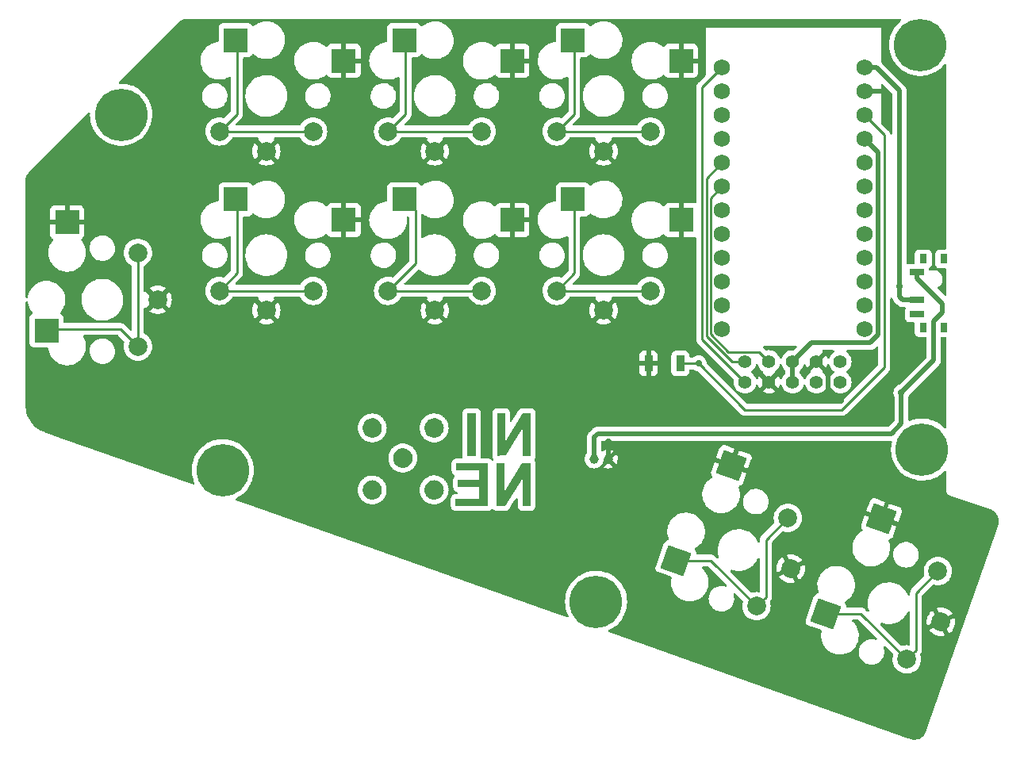
<source format=gbl>
G04 #@! TF.GenerationSoftware,KiCad,Pcbnew,(6.0.8-1)-1*
G04 #@! TF.CreationDate,2022-11-22T18:57:46+00:00*
G04 #@! TF.ProjectId,nine-nano-no-jumpers,6e696e65-2d6e-4616-9e6f-2d6e6f2d6a75,v1.0.0*
G04 #@! TF.SameCoordinates,Original*
G04 #@! TF.FileFunction,Copper,L2,Bot*
G04 #@! TF.FilePolarity,Positive*
%FSLAX46Y46*%
G04 Gerber Fmt 4.6, Leading zero omitted, Abs format (unit mm)*
G04 Created by KiCad (PCBNEW (6.0.8-1)-1) date 2022-11-22 18:57:46*
%MOMM*%
%LPD*%
G01*
G04 APERTURE LIST*
G04 Aperture macros list*
%AMRotRect*
0 Rectangle, with rotation*
0 The origin of the aperture is its center*
0 $1 length*
0 $2 width*
0 $3 Rotation angle, in degrees counterclockwise*
0 Add horizontal line*
21,1,$1,$2,0,0,$3*%
G04 Aperture macros list end*
G04 #@! TA.AperFunction,ComponentPad*
%ADD10C,1.752600*%
G04 #@! TD*
G04 #@! TA.AperFunction,ComponentPad*
%ADD11C,5.600000*%
G04 #@! TD*
G04 #@! TA.AperFunction,ComponentPad*
%ADD12C,1.397000*%
G04 #@! TD*
G04 #@! TA.AperFunction,ComponentPad*
%ADD13C,2.000000*%
G04 #@! TD*
G04 #@! TA.AperFunction,SMDPad,CuDef*
%ADD14R,2.600000X2.600000*%
G04 #@! TD*
G04 #@! TA.AperFunction,SMDPad,CuDef*
%ADD15R,0.800000X1.000000*%
G04 #@! TD*
G04 #@! TA.AperFunction,SMDPad,CuDef*
%ADD16R,1.500000X0.700000*%
G04 #@! TD*
G04 #@! TA.AperFunction,ComponentPad*
%ADD17C,1.000000*%
G04 #@! TD*
G04 #@! TA.AperFunction,SMDPad,CuDef*
%ADD18RotRect,2.600000X2.600000X70.500000*%
G04 #@! TD*
G04 #@! TA.AperFunction,SMDPad,CuDef*
%ADD19R,0.900000X1.700000*%
G04 #@! TD*
G04 #@! TA.AperFunction,ViaPad*
%ADD20C,0.700000*%
G04 #@! TD*
G04 #@! TA.AperFunction,Conductor*
%ADD21C,0.500000*%
G04 #@! TD*
G04 #@! TA.AperFunction,Conductor*
%ADD22C,0.250000*%
G04 #@! TD*
G04 APERTURE END LIST*
G04 #@! TO.C,G\u002A\u002A\u002A*
G36*
X144488647Y-111620330D02*
G01*
X144490862Y-113136728D01*
X145419276Y-111620551D01*
X146347689Y-110104374D01*
X147241069Y-110108310D01*
X147243275Y-112378982D01*
X147245481Y-114649655D01*
X146387154Y-114649655D01*
X146384939Y-113173499D01*
X146382724Y-111697344D01*
X145471499Y-113171310D01*
X144560275Y-114645275D01*
X144098586Y-114647543D01*
X143636896Y-114649810D01*
X143636896Y-110103931D01*
X144486433Y-110103931D01*
X144488647Y-111620330D01*
G37*
G36*
X136990790Y-110651500D02*
G01*
X137118383Y-110669102D01*
X137245072Y-110704082D01*
X137371229Y-110756511D01*
X137385728Y-110763688D01*
X137500905Y-110831358D01*
X137605063Y-110912143D01*
X137697353Y-111004953D01*
X137776926Y-111108698D01*
X137842933Y-111222290D01*
X137894525Y-111344639D01*
X137930854Y-111474655D01*
X137936741Y-111506036D01*
X137946606Y-111588781D01*
X137950550Y-111677277D01*
X137948393Y-111764178D01*
X137939953Y-111842142D01*
X137925822Y-111913253D01*
X137887710Y-112039923D01*
X137835044Y-112158930D01*
X137768901Y-112269255D01*
X137690358Y-112369880D01*
X137600494Y-112459786D01*
X137500384Y-112537955D01*
X137391106Y-112603369D01*
X137273737Y-112655008D01*
X137149355Y-112691855D01*
X137019037Y-112712890D01*
X136935827Y-112717617D01*
X136805613Y-112711741D01*
X136679791Y-112690164D01*
X136559409Y-112653837D01*
X136445516Y-112603706D01*
X136339161Y-112540720D01*
X136241392Y-112465828D01*
X136153259Y-112379978D01*
X136075810Y-112284118D01*
X136010094Y-112179197D01*
X135957158Y-112066163D01*
X135918053Y-111945964D01*
X135893827Y-111819549D01*
X135885529Y-111687865D01*
X135885938Y-111657328D01*
X135897934Y-111521766D01*
X135926311Y-111391809D01*
X135970758Y-111268205D01*
X136030961Y-111151703D01*
X136106607Y-111043049D01*
X136197384Y-110942991D01*
X136231892Y-110910726D01*
X136334486Y-110829113D01*
X136443390Y-110763270D01*
X136559801Y-110712640D01*
X136684917Y-110676670D01*
X136819937Y-110654804D01*
X136861921Y-110651208D01*
X136990790Y-110651500D01*
G37*
G36*
X142655931Y-120027448D02*
G01*
X139213793Y-120027448D01*
X139213793Y-119265507D01*
X141740655Y-119261069D01*
X141742903Y-118641396D01*
X141745152Y-118021724D01*
X139467793Y-118021724D01*
X139467793Y-117250965D01*
X141745034Y-117250965D01*
X141745034Y-116243724D01*
X139301379Y-116243724D01*
X139301379Y-115472965D01*
X142655931Y-115472965D01*
X142655931Y-120027448D01*
G37*
G36*
X144453613Y-116987997D02*
G01*
X144455827Y-118503028D01*
X145384241Y-116988042D01*
X146312655Y-115473055D01*
X147210413Y-115472965D01*
X147210413Y-120027448D01*
X146352119Y-120027448D01*
X146347689Y-117068078D01*
X144518409Y-120027448D01*
X143593103Y-120027448D01*
X143593103Y-115472965D01*
X144451398Y-115472965D01*
X144453613Y-116987997D01*
G37*
G36*
X133746906Y-113873661D02*
G01*
X133866655Y-113899604D01*
X133878736Y-113903145D01*
X134002165Y-113948917D01*
X134116932Y-114008971D01*
X134222158Y-114082037D01*
X134316964Y-114166844D01*
X134400473Y-114262121D01*
X134471806Y-114366597D01*
X134530084Y-114479001D01*
X134574429Y-114598063D01*
X134603964Y-114722511D01*
X134617808Y-114851074D01*
X134615085Y-114982482D01*
X134601737Y-115083254D01*
X134570088Y-115211936D01*
X134523426Y-115333328D01*
X134462653Y-115446481D01*
X134388669Y-115550447D01*
X134302374Y-115644276D01*
X134204669Y-115727019D01*
X134096454Y-115797727D01*
X133978631Y-115855452D01*
X133852098Y-115899244D01*
X133717758Y-115928154D01*
X133710976Y-115929105D01*
X133664559Y-115932748D01*
X133607213Y-115933755D01*
X133544320Y-115932327D01*
X133481261Y-115928665D01*
X133423417Y-115922968D01*
X133376172Y-115915437D01*
X133302314Y-115897319D01*
X133175137Y-115852504D01*
X133056153Y-115792587D01*
X132946344Y-115718276D01*
X132846692Y-115630276D01*
X132758178Y-115529293D01*
X132681784Y-115416034D01*
X132627164Y-115308059D01*
X132583959Y-115186495D01*
X132556391Y-115060049D01*
X132544621Y-114930579D01*
X132548813Y-114799948D01*
X132569127Y-114670015D01*
X132605725Y-114542641D01*
X132618754Y-114508283D01*
X132674265Y-114392843D01*
X132744405Y-114284984D01*
X132827680Y-114186148D01*
X132922594Y-114097776D01*
X133027653Y-114021309D01*
X133141361Y-113958189D01*
X133262222Y-113909857D01*
X133371061Y-113881641D01*
X133495061Y-113864748D01*
X133621692Y-113862065D01*
X133746906Y-113873661D01*
G37*
G36*
X136944378Y-117268878D02*
G01*
X137075258Y-117280626D01*
X137200868Y-117308008D01*
X137320211Y-117349988D01*
X137432291Y-117405530D01*
X137536113Y-117473596D01*
X137630679Y-117553151D01*
X137714995Y-117643157D01*
X137788063Y-117742579D01*
X137848889Y-117850380D01*
X137896476Y-117965523D01*
X137929827Y-118086972D01*
X137947948Y-118213690D01*
X137949841Y-118344642D01*
X137943391Y-118424457D01*
X137922395Y-118545974D01*
X137887400Y-118661528D01*
X137837358Y-118774302D01*
X137771219Y-118887485D01*
X137766116Y-118894971D01*
X137739644Y-118928689D01*
X137703890Y-118969161D01*
X137662241Y-119012997D01*
X137618090Y-119056808D01*
X137574826Y-119097203D01*
X137535839Y-119130792D01*
X137504520Y-119154184D01*
X137447694Y-119189124D01*
X137330171Y-119248970D01*
X137211369Y-119293353D01*
X137093474Y-119321382D01*
X137061402Y-119326181D01*
X136939398Y-119334750D01*
X136815369Y-119329176D01*
X136692999Y-119309979D01*
X136575970Y-119277682D01*
X136467965Y-119232807D01*
X136371983Y-119178896D01*
X136262174Y-119099829D01*
X136164485Y-119008711D01*
X136079667Y-118906474D01*
X136008472Y-118794046D01*
X135951651Y-118672359D01*
X135909956Y-118542341D01*
X135908072Y-118534799D01*
X135901347Y-118504974D01*
X135896540Y-118476223D01*
X135893358Y-118444829D01*
X135891506Y-118407076D01*
X135890691Y-118359245D01*
X135890620Y-118297620D01*
X135890788Y-118260722D01*
X135891468Y-118208713D01*
X135892937Y-118168313D01*
X135895542Y-118135782D01*
X135899626Y-118107379D01*
X135905534Y-118079365D01*
X135913609Y-118048000D01*
X135920074Y-118025021D01*
X135966745Y-117895038D01*
X136027639Y-117774873D01*
X136102168Y-117665202D01*
X136189745Y-117566699D01*
X136289784Y-117480040D01*
X136401697Y-117405900D01*
X136524896Y-117344955D01*
X136582797Y-117322494D01*
X136688644Y-117291837D01*
X136797906Y-117274171D01*
X136915697Y-117268494D01*
X136944378Y-117268878D01*
G37*
G36*
X130439972Y-117279303D02*
G01*
X130565149Y-117302950D01*
X130685702Y-117341734D01*
X130800296Y-117394798D01*
X130907592Y-117461285D01*
X131006255Y-117540340D01*
X131094948Y-117631104D01*
X131172333Y-117732722D01*
X131237075Y-117844337D01*
X131287836Y-117965092D01*
X131301554Y-118008028D01*
X131329468Y-118132694D01*
X131341868Y-118261393D01*
X131338761Y-118391117D01*
X131320156Y-118518860D01*
X131286060Y-118641614D01*
X131236498Y-118759151D01*
X131170942Y-118872472D01*
X131092358Y-118975604D01*
X131001970Y-119067584D01*
X130901000Y-119147450D01*
X130790671Y-119214241D01*
X130672206Y-119266993D01*
X130546827Y-119304743D01*
X130415758Y-119326531D01*
X130340564Y-119330485D01*
X130242158Y-119326987D01*
X130141734Y-119315115D01*
X130045442Y-119295640D01*
X129959433Y-119269334D01*
X129930255Y-119257710D01*
X129855932Y-119222926D01*
X129781110Y-119181550D01*
X129713890Y-119137920D01*
X129679090Y-119111916D01*
X129582323Y-119025500D01*
X129497801Y-118927915D01*
X129426276Y-118820824D01*
X129368500Y-118705891D01*
X129325225Y-118584777D01*
X129297205Y-118459146D01*
X129285190Y-118330660D01*
X129289934Y-118200983D01*
X129298144Y-118137163D01*
X129318330Y-118040420D01*
X129348647Y-117946913D01*
X129391063Y-117849805D01*
X129454392Y-117737452D01*
X129532823Y-117631920D01*
X129623140Y-117538342D01*
X129724227Y-117457493D01*
X129834973Y-117390149D01*
X129954262Y-117337085D01*
X130080982Y-117299077D01*
X130214017Y-117276900D01*
X130311509Y-117271650D01*
X130439972Y-117279303D01*
G37*
G36*
X130486044Y-110669037D02*
G01*
X130599689Y-110693949D01*
X130668588Y-110716422D01*
X130785845Y-110768194D01*
X130894125Y-110833484D01*
X130992658Y-110910949D01*
X131080669Y-110999247D01*
X131157388Y-111097035D01*
X131222041Y-111202971D01*
X131273856Y-111315710D01*
X131312060Y-111433912D01*
X131335882Y-111556233D01*
X131344549Y-111681330D01*
X131337288Y-111807861D01*
X131313326Y-111934482D01*
X131305267Y-111963982D01*
X131260096Y-112090147D01*
X131200430Y-112207525D01*
X131127303Y-112315179D01*
X131041753Y-112412168D01*
X130944817Y-112497553D01*
X130837530Y-112570396D01*
X130720929Y-112629756D01*
X130596050Y-112674694D01*
X130463931Y-112704272D01*
X130381821Y-112712473D01*
X130283174Y-112712488D01*
X130181037Y-112703625D01*
X130081151Y-112686404D01*
X129989257Y-112661343D01*
X129980715Y-112658438D01*
X129861159Y-112608302D01*
X129749001Y-112543615D01*
X129645762Y-112465828D01*
X129552961Y-112376394D01*
X129472116Y-112276764D01*
X129404748Y-112168390D01*
X129352375Y-112052724D01*
X129313251Y-111924584D01*
X129290703Y-111795372D01*
X129284458Y-111667116D01*
X129293937Y-111541038D01*
X129318562Y-111418355D01*
X129357755Y-111300286D01*
X129410938Y-111188051D01*
X129477533Y-111082868D01*
X129556960Y-110985957D01*
X129648643Y-110898536D01*
X129752003Y-110821825D01*
X129866461Y-110757042D01*
X129991440Y-110705407D01*
X130017517Y-110696970D01*
X130128330Y-110671008D01*
X130246159Y-110657646D01*
X130366799Y-110656963D01*
X130486044Y-110669037D01*
G37*
G36*
X141385931Y-114658413D02*
G01*
X140466242Y-114658413D01*
X140468449Y-112378982D01*
X140470655Y-110099551D01*
X140928293Y-110097284D01*
X141385931Y-110095016D01*
X141385931Y-114658413D01*
G37*
G04 #@! TD*
D10*
G04 #@! TO.P,U1,1,TX0/P0.06*
G04 #@! TO.N,CS*
X167630000Y-73244000D03*
G04 #@! TO.P,U1,2,RX1/P0.08*
G04 #@! TO.N,unconnected-(U1-Pad2)*
X167630000Y-75784000D03*
G04 #@! TO.P,U1,3,GND*
G04 #@! TO.N,unconnected-(U1-Pad3)*
X167630000Y-78324000D03*
G04 #@! TO.P,U1,4,GND*
G04 #@! TO.N,unconnected-(U1-Pad4)*
X167630000Y-80864000D03*
G04 #@! TO.P,U1,5,P0.17*
G04 #@! TO.N,MOSI*
X167630000Y-83404000D03*
G04 #@! TO.P,U1,6,P0.20*
G04 #@! TO.N,SCK*
X167630000Y-85944000D03*
G04 #@! TO.P,U1,7,P0.22*
G04 #@! TO.N,unconnected-(U1-Pad7)*
X167630000Y-88484000D03*
G04 #@! TO.P,U1,8,P0.24*
G04 #@! TO.N,D5*
X167630000Y-91024000D03*
G04 #@! TO.P,U1,9,P1.00*
G04 #@! TO.N,D6*
X167630000Y-93564000D03*
G04 #@! TO.P,U1,10,P0.11*
G04 #@! TO.N,D7*
X167630000Y-96104000D03*
G04 #@! TO.P,U1,11,P1.04*
G04 #@! TO.N,D8*
X167630000Y-98644000D03*
G04 #@! TO.P,U1,12,P1.06*
G04 #@! TO.N,unconnected-(U1-Pad12)*
X167630000Y-101184000D03*
G04 #@! TO.P,U1,13,NFC1/P0.09*
G04 #@! TO.N,unconnected-(U1-Pad13)*
X182870000Y-101184000D03*
G04 #@! TO.P,U1,14,NFC2/P0.10*
G04 #@! TO.N,unconnected-(U1-Pad14)*
X182870000Y-98644000D03*
G04 #@! TO.P,U1,15,P1.11*
G04 #@! TO.N,D14*
X182870000Y-96104000D03*
G04 #@! TO.P,U1,16,P1.13*
G04 #@! TO.N,D15*
X182870000Y-93564000D03*
G04 #@! TO.P,U1,17,P1.15*
G04 #@! TO.N,unconnected-(U1-Pad17)*
X182870000Y-91024000D03*
G04 #@! TO.P,U1,18,AIN0/P0.02*
G04 #@! TO.N,D19*
X182870000Y-88484000D03*
G04 #@! TO.P,U1,19,AIN5/P0.29*
G04 #@! TO.N,D20*
X182870000Y-85944000D03*
G04 #@! TO.P,U1,20,AIN7/P0.31*
G04 #@! TO.N,D21*
X182870000Y-83404000D03*
G04 #@! TO.P,U1,21,VCC*
G04 #@! TO.N,VCC*
X182870000Y-80864000D03*
G04 #@! TO.P,U1,22,RST*
G04 #@! TO.N,RST*
X182870000Y-78324000D03*
G04 #@! TO.P,U1,23,GND*
G04 #@! TO.N,GND*
X182870000Y-75784000D03*
G04 #@! TO.P,U1,24,BATIN/P0.04*
G04 #@! TO.N,BATIN*
X182870000Y-73244000D03*
G04 #@! TD*
D11*
G04 #@! TO.P,REF\u002A\u002A,1*
G04 #@! TO.N,N/C*
X103500000Y-78250000D03*
G04 #@! TD*
G04 #@! TO.P,REF\u002A\u002A,1*
G04 #@! TO.N,N/C*
X154200000Y-130250000D03*
G04 #@! TD*
D12*
G04 #@! TO.P,J3,1,Pin_1*
G04 #@! TO.N,CS*
X170110000Y-106795000D03*
G04 #@! TO.P,J3,2,Pin_2*
G04 #@! TO.N,GND*
X172650000Y-106795000D03*
G04 #@! TO.P,J3,3,Pin_3*
G04 #@! TO.N,VCC*
X175190000Y-106795000D03*
G04 #@! TO.P,J3,4,Pin_4*
G04 #@! TO.N,SCK*
X177730000Y-106795000D03*
G04 #@! TO.P,J3,5,Pin_5*
G04 #@! TO.N,MOSI*
X180270000Y-106795000D03*
G04 #@! TD*
D13*
G04 #@! TO.P,SW1,1,1*
G04 #@! TO.N,D8*
X105300000Y-103000000D03*
D14*
X95550000Y-101275000D03*
D13*
X105300000Y-93000000D03*
G04 #@! TO.P,SW1,2,2*
G04 #@! TO.N,GND*
X107400000Y-98000000D03*
D14*
X97750000Y-89725000D03*
G04 #@! TD*
D15*
G04 #@! TO.P,SWF1,*
G04 #@! TO.N,*
X189120000Y-100950000D03*
X191330000Y-100950000D03*
X191330000Y-93650000D03*
X189120000Y-93650000D03*
D16*
G04 #@! TO.P,SWF1,1,A*
G04 #@! TO.N,BAT+*
X188470000Y-95050000D03*
G04 #@! TO.P,SWF1,2,B*
G04 #@! TO.N,BATIN*
X188470000Y-98050000D03*
G04 #@! TO.P,SWF1,3,C*
G04 #@! TO.N,N/C*
X188470000Y-99550000D03*
G04 #@! TD*
D17*
G04 #@! TO.P,J1,1,Pin_1*
G04 #@! TO.N,BAT+*
X154000000Y-115000000D03*
G04 #@! TO.P,J1,2,Pin_2*
G04 #@! TO.N,GND*
X155500000Y-115000000D03*
G04 #@! TD*
D13*
G04 #@! TO.P,SW9,1,1*
G04 #@! TO.N,D14*
X187355907Y-136395790D03*
D18*
X178740970Y-131515116D03*
D13*
X190693976Y-126969375D03*
D18*
G04 #@! TO.P,SW9,2,2*
G04 #@! TO.N,GND*
X184670250Y-121361982D03*
D13*
X191004489Y-132383576D03*
G04 #@! TD*
D11*
G04 #@! TO.P,REF\u002A\u002A,1*
G04 #@! TO.N,N/C*
X189000000Y-114000000D03*
G04 #@! TD*
D13*
G04 #@! TO.P,SW5,1,1*
G04 #@! TO.N,D7*
X124000000Y-97050000D03*
X114000000Y-97050000D03*
D14*
X115725000Y-87300000D03*
G04 #@! TO.P,SW5,2,2*
G04 #@! TO.N,GND*
X127275000Y-89500000D03*
D13*
X119000000Y-99150000D03*
G04 #@! TD*
G04 #@! TO.P,SW3,1,1*
G04 #@! TO.N,D20*
X132000000Y-80050000D03*
D14*
X133725000Y-70300000D03*
D13*
X142000000Y-80050000D03*
G04 #@! TO.P,SW3,2,2*
G04 #@! TO.N,GND*
X137000000Y-82150000D03*
D14*
X145275000Y-72500000D03*
G04 #@! TD*
D19*
G04 #@! TO.P,RESET1,1,1*
G04 #@! TO.N,RST*
X163200000Y-104800000D03*
G04 #@! TO.P,RESET1,2,2*
G04 #@! TO.N,GND*
X159800000Y-104800000D03*
G04 #@! TD*
D11*
G04 #@! TO.P,REF\u002A\u002A,1*
G04 #@! TO.N,N/C*
X114350000Y-116200000D03*
G04 #@! TD*
G04 #@! TO.P,REF\u002A\u002A,1*
G04 #@! TO.N,N/C*
X188800000Y-70800000D03*
G04 #@! TD*
D13*
G04 #@! TO.P,SW4,1,1*
G04 #@! TO.N,D21*
X160000000Y-80050000D03*
D14*
X151725000Y-70300000D03*
D13*
X150000000Y-80050000D03*
D14*
G04 #@! TO.P,SW4,2,2*
G04 #@! TO.N,GND*
X163275000Y-72500000D03*
D13*
X155000000Y-82150000D03*
G04 #@! TD*
G04 #@! TO.P,SW7,1,1*
G04 #@! TO.N,D5*
X150000000Y-97050000D03*
X160000000Y-97050000D03*
D14*
X151725000Y-87300000D03*
G04 #@! TO.P,SW7,2,2*
G04 #@! TO.N,GND*
X163275000Y-89500000D03*
D13*
X155000000Y-99150000D03*
G04 #@! TD*
D12*
G04 #@! TO.P,J2,1,Pin_1*
G04 #@! TO.N,MOSI*
X170110000Y-104595000D03*
G04 #@! TO.P,J2,2,Pin_2*
G04 #@! TO.N,SCK*
X172650000Y-104595000D03*
G04 #@! TO.P,J2,3,Pin_3*
G04 #@! TO.N,VCC*
X175190000Y-104595000D03*
G04 #@! TO.P,J2,4,Pin_4*
G04 #@! TO.N,GND*
X177730000Y-104595000D03*
G04 #@! TO.P,J2,5,Pin_5*
G04 #@! TO.N,CS*
X180270000Y-104595000D03*
G04 #@! TD*
D13*
G04 #@! TO.P,SW6,1,1*
G04 #@! TO.N,D6*
X132000000Y-97050000D03*
D14*
X133725000Y-87300000D03*
D13*
X142000000Y-97050000D03*
D14*
G04 #@! TO.P,SW6,2,2*
G04 #@! TO.N,GND*
X145275000Y-89500000D03*
D13*
X137000000Y-99150000D03*
G04 #@! TD*
G04 #@! TO.P,SW8,1,1*
G04 #@! TO.N,D15*
X174669072Y-121294659D03*
X171331003Y-130721074D03*
D18*
X162716066Y-125840400D03*
D13*
G04 #@! TO.P,SW8,2,2*
G04 #@! TO.N,GND*
X174979585Y-126708860D03*
D18*
X168645346Y-115687266D03*
G04 #@! TD*
D13*
G04 #@! TO.P,SW2,1,1*
G04 #@! TO.N,D19*
X114000000Y-80050000D03*
X124000000Y-80050000D03*
D14*
X115725000Y-70300000D03*
G04 #@! TO.P,SW2,2,2*
G04 #@! TO.N,GND*
X127275000Y-72500000D03*
D13*
X119000000Y-82150000D03*
G04 #@! TD*
D20*
G04 #@! TO.N,BAT+*
X186800000Y-107900000D03*
G04 #@! TO.N,GND*
X146000000Y-68400000D03*
X155500000Y-113200000D03*
X191000000Y-82200000D03*
X133100000Y-125000000D03*
X181800000Y-68500000D03*
X180300000Y-108800000D03*
X191000000Y-76400000D03*
X169900000Y-68500000D03*
X149200000Y-130700000D03*
X104400000Y-74500000D03*
X109900000Y-116700000D03*
X185400000Y-76400000D03*
X94100000Y-110300000D03*
X158100000Y-133800000D03*
X196400000Y-121400000D03*
X174400000Y-139600000D03*
X188400000Y-144300000D03*
X190950000Y-107950000D03*
X170750000Y-127900000D03*
X173850000Y-103250000D03*
X186700000Y-133500000D03*
X191000000Y-88100000D03*
X128000000Y-68400000D03*
X175300000Y-68500000D03*
X164000000Y-68500000D03*
X117200000Y-119300000D03*
X99700000Y-79100000D03*
X164000000Y-97600000D03*
X94000000Y-85200000D03*
X110900000Y-68400000D03*
G04 #@! TO.N,RST*
X165150000Y-104800000D03*
G04 #@! TO.N,BATIN*
X186600000Y-96600000D03*
G04 #@! TD*
D21*
G04 #@! TO.N,BAT+*
X185750000Y-112300000D02*
X186800000Y-111250000D01*
X188470000Y-95050000D02*
X188470000Y-95696495D01*
X190250000Y-100330000D02*
X190250000Y-104450000D01*
X154400000Y-112300000D02*
X185750000Y-112300000D01*
X191180001Y-98406496D02*
X191180001Y-99399999D01*
X188470000Y-95696495D02*
X191180001Y-98406496D01*
X154000000Y-112700000D02*
X154400000Y-112300000D01*
X190250000Y-104450000D02*
X186800000Y-107900000D01*
X191180001Y-99399999D02*
X190250000Y-100330000D01*
X154000000Y-115000000D02*
X154000000Y-112700000D01*
X186800000Y-111250000D02*
X186800000Y-107900000D01*
G04 #@! TO.N,GND*
X178978500Y-107478500D02*
X180300000Y-108800000D01*
X178978500Y-105843500D02*
X178978500Y-107478500D01*
X177730000Y-104595000D02*
X178978500Y-105843500D01*
X155500000Y-115000000D02*
X155500000Y-113200000D01*
X174655000Y-108800000D02*
X180300000Y-108800000D01*
X182870000Y-75784000D02*
X184784000Y-75784000D01*
X184784000Y-75784000D02*
X185400000Y-76400000D01*
X172650000Y-106795000D02*
X174655000Y-108800000D01*
D22*
G04 #@! TO.N,MOSI*
X165978700Y-101867991D02*
X165978700Y-85055300D01*
X168705709Y-104595000D02*
X165978700Y-101867991D01*
X165978700Y-85055300D02*
X167630000Y-83404000D01*
X170110000Y-104595000D02*
X168705709Y-104595000D01*
G04 #@! TO.N,SCK*
X166428700Y-101681595D02*
X166428700Y-87145300D01*
X172650000Y-104595000D02*
X171626500Y-103571500D01*
X171626500Y-103571500D02*
X168318605Y-103571500D01*
X166428700Y-87145300D02*
X167630000Y-85944000D01*
X168318605Y-103571500D02*
X166428700Y-101681595D01*
D21*
G04 #@! TO.N,VCC*
X175190000Y-104595000D02*
X177174700Y-102610300D01*
X184300000Y-101771093D02*
X184300000Y-82294000D01*
X184300000Y-82294000D02*
X182870000Y-80864000D01*
X177174700Y-102610300D02*
X183460793Y-102610300D01*
X175190000Y-106795000D02*
X175190000Y-104595000D01*
X183460793Y-102610300D02*
X184300000Y-101771093D01*
D22*
G04 #@! TO.N,CS*
X165528700Y-102213700D02*
X170110000Y-106795000D01*
X165528700Y-75345300D02*
X165528700Y-102213700D01*
X167630000Y-73244000D02*
X165528700Y-75345300D01*
G04 #@! TO.N,RST*
X180446016Y-109750000D02*
X184975000Y-105221016D01*
X165150000Y-104800000D02*
X170100000Y-109750000D01*
X184975000Y-80429000D02*
X182870000Y-78324000D01*
X170100000Y-109750000D02*
X180446016Y-109750000D01*
X184975000Y-105221016D02*
X184975000Y-80429000D01*
X163200000Y-104800000D02*
X165150000Y-104800000D01*
G04 #@! TO.N,D14*
X178740970Y-131515116D02*
X182475233Y-131515116D01*
X188355907Y-129307444D02*
X190693976Y-126969375D01*
X187355907Y-136395790D02*
X188355907Y-135395790D01*
X182475233Y-131515116D02*
X187355907Y-136395790D01*
X188355907Y-135395790D02*
X188355907Y-129307444D01*
G04 #@! TO.N,D5*
X151725000Y-87300000D02*
X151875001Y-87450001D01*
X151875001Y-95174999D02*
X150000000Y-97050000D01*
X151875001Y-87450001D02*
X151875001Y-95174999D01*
X150000000Y-97050000D02*
X160000000Y-97050000D01*
G04 #@! TO.N,D6*
X133725000Y-87300000D02*
X134910499Y-88485499D01*
X134910499Y-94139501D02*
X132000000Y-97050000D01*
X132000000Y-97050000D02*
X142000000Y-97050000D01*
X134910499Y-88485499D02*
X134910499Y-94139501D01*
G04 #@! TO.N,D15*
X171331003Y-130721074D02*
X172331003Y-129721074D01*
X172331003Y-129721074D02*
X172331003Y-123632728D01*
X162716066Y-125840400D02*
X166450329Y-125840400D01*
X172331003Y-123632728D02*
X174669072Y-121294659D01*
X166450329Y-125840400D02*
X171331003Y-130721074D01*
D21*
G04 #@! TO.N,BATIN*
X188470000Y-98050000D02*
X186950000Y-98050000D01*
X184144000Y-73244000D02*
X182870000Y-73244000D01*
X186950000Y-98050000D02*
X186600000Y-97700000D01*
X186600000Y-75700000D02*
X184144000Y-73244000D01*
X186600000Y-97700000D02*
X186600000Y-96600000D01*
X186600000Y-96600000D02*
X186600000Y-75700000D01*
D22*
G04 #@! TO.N,D21*
X151875001Y-70450001D02*
X151875001Y-78174999D01*
X150000000Y-80050000D02*
X160000000Y-80050000D01*
X151875001Y-78174999D02*
X150000000Y-80050000D01*
X151725000Y-70300000D02*
X151875001Y-70450001D01*
G04 #@! TO.N,D20*
X133875001Y-70450001D02*
X133875001Y-78174999D01*
X133725000Y-70300000D02*
X133875001Y-70450001D01*
X132000000Y-80050000D02*
X142000000Y-80050000D01*
X133875001Y-78174999D02*
X132000000Y-80050000D01*
G04 #@! TO.N,D19*
X115875001Y-78174999D02*
X114000000Y-80050000D01*
X115875001Y-70450001D02*
X115875001Y-78174999D01*
X114000000Y-80050000D02*
X124000000Y-80050000D01*
X115725000Y-70300000D02*
X115875001Y-70450001D01*
G04 #@! TO.N,D8*
X95700001Y-101124999D02*
X103424999Y-101124999D01*
X105300000Y-103000000D02*
X105300000Y-93000000D01*
X95550000Y-101275000D02*
X95700001Y-101124999D01*
X103424999Y-101124999D02*
X105300000Y-103000000D01*
G04 #@! TO.N,D7*
X115875001Y-87450001D02*
X115875001Y-95174999D01*
X115725000Y-87300000D02*
X115875001Y-87450001D01*
X114000000Y-97050000D02*
X124000000Y-97050000D01*
X115875001Y-95174999D02*
X114000000Y-97050000D01*
G04 #@! TD*
G04 #@! TA.AperFunction,Conductor*
G04 #@! TO.N,GND*
G36*
X186698804Y-68028502D02*
G01*
X186745297Y-68082158D01*
X186755401Y-68152432D01*
X186725907Y-68217012D01*
X186706694Y-68234989D01*
X186661367Y-68269270D01*
X186658882Y-68271612D01*
X186658877Y-68271616D01*
X186583306Y-68342831D01*
X186400559Y-68515043D01*
X186398347Y-68517633D01*
X186398345Y-68517635D01*
X186394387Y-68522269D01*
X186167819Y-68787546D01*
X186165900Y-68790358D01*
X186165897Y-68790363D01*
X186098145Y-68889684D01*
X185965871Y-69083591D01*
X185797077Y-69399714D01*
X185663411Y-69732218D01*
X185662491Y-69735492D01*
X185662489Y-69735497D01*
X185580364Y-70027667D01*
X185566437Y-70077213D01*
X185507290Y-70430663D01*
X185486661Y-70788434D01*
X185504792Y-71146340D01*
X185505329Y-71149695D01*
X185505330Y-71149701D01*
X185506232Y-71155331D01*
X185561470Y-71500195D01*
X185656033Y-71845859D01*
X185718672Y-72004877D01*
X185770822Y-72137267D01*
X185787374Y-72179288D01*
X185794675Y-72193194D01*
X185918861Y-72429733D01*
X185953957Y-72496582D01*
X185955858Y-72499411D01*
X185955864Y-72499421D01*
X186127667Y-72755089D01*
X186153834Y-72794029D01*
X186384665Y-73068150D01*
X186643751Y-73315738D01*
X186928061Y-73533897D01*
X186960056Y-73553350D01*
X187231355Y-73718303D01*
X187231360Y-73718306D01*
X187234270Y-73720075D01*
X187237358Y-73721521D01*
X187237357Y-73721521D01*
X187555710Y-73870649D01*
X187555720Y-73870653D01*
X187558794Y-73872093D01*
X187562012Y-73873195D01*
X187562015Y-73873196D01*
X187894615Y-73987071D01*
X187894623Y-73987073D01*
X187897838Y-73988174D01*
X188247435Y-74066959D01*
X188299728Y-74072917D01*
X188600114Y-74107142D01*
X188600122Y-74107142D01*
X188603497Y-74107527D01*
X188606901Y-74107545D01*
X188606904Y-74107545D01*
X188801227Y-74108562D01*
X188961857Y-74109403D01*
X188965243Y-74109053D01*
X188965245Y-74109053D01*
X189314932Y-74072917D01*
X189314941Y-74072916D01*
X189318324Y-74072566D01*
X189321657Y-74071852D01*
X189321660Y-74071851D01*
X189530222Y-74027139D01*
X189668727Y-73997446D01*
X190008968Y-73884922D01*
X190335066Y-73736311D01*
X190429052Y-73680506D01*
X190640262Y-73555099D01*
X190640267Y-73555096D01*
X190643207Y-73553350D01*
X190929786Y-73338180D01*
X191191451Y-73093319D01*
X191193663Y-73090747D01*
X191193670Y-73090740D01*
X191369975Y-72885765D01*
X191429561Y-72847163D01*
X191500557Y-72846904D01*
X191560423Y-72885069D01*
X191590151Y-72949542D01*
X191591500Y-72967929D01*
X191591500Y-92515500D01*
X191571498Y-92583621D01*
X191517842Y-92630114D01*
X191465500Y-92641500D01*
X190881866Y-92641500D01*
X190819684Y-92648255D01*
X190683295Y-92699385D01*
X190566739Y-92786739D01*
X190479385Y-92903295D01*
X190428255Y-93039684D01*
X190421500Y-93101866D01*
X190421500Y-94198134D01*
X190428255Y-94260316D01*
X190479385Y-94396705D01*
X190566739Y-94513261D01*
X190683295Y-94600615D01*
X190819684Y-94651745D01*
X190881866Y-94658500D01*
X191465500Y-94658500D01*
X191533621Y-94678502D01*
X191580114Y-94732158D01*
X191591500Y-94784500D01*
X191591500Y-97441124D01*
X191571498Y-97509245D01*
X191517842Y-97555738D01*
X191447568Y-97565842D01*
X191382988Y-97536348D01*
X191376405Y-97530219D01*
X190677707Y-96831521D01*
X190643681Y-96769209D01*
X190648746Y-96698394D01*
X190691293Y-96641558D01*
X190705716Y-96632224D01*
X190774267Y-96594225D01*
X190774269Y-96594224D01*
X190779850Y-96591130D01*
X190784691Y-96586981D01*
X190784695Y-96586978D01*
X190922855Y-96468560D01*
X190927698Y-96464409D01*
X190934956Y-96455053D01*
X191043131Y-96315594D01*
X191047046Y-96310547D01*
X191056926Y-96290470D01*
X191130200Y-96141556D01*
X191133018Y-96135829D01*
X191141520Y-96103190D01*
X191180492Y-95953575D01*
X191180492Y-95953572D01*
X191182102Y-95947393D01*
X191188305Y-95829035D01*
X191191959Y-95759317D01*
X191191959Y-95759313D01*
X191192293Y-95752936D01*
X191163175Y-95560401D01*
X191160972Y-95554415D01*
X191160971Y-95554409D01*
X191098140Y-95383640D01*
X191098138Y-95383635D01*
X191095937Y-95377654D01*
X191044631Y-95294907D01*
X190996688Y-95217582D01*
X190996687Y-95217581D01*
X190993326Y-95212160D01*
X190859534Y-95070678D01*
X190842741Y-95058919D01*
X190732987Y-94982069D01*
X190700025Y-94958989D01*
X190597136Y-94914465D01*
X190527175Y-94884190D01*
X190527171Y-94884189D01*
X190521316Y-94881655D01*
X190515069Y-94880350D01*
X190515066Y-94880349D01*
X190335443Y-94842824D01*
X190335438Y-94842823D01*
X190330707Y-94841835D01*
X190324315Y-94841500D01*
X190181337Y-94841500D01*
X190112049Y-94848538D01*
X190042622Y-94855590D01*
X190042621Y-94855590D01*
X190036273Y-94856235D01*
X189918336Y-94893194D01*
X189892179Y-94901391D01*
X189821194Y-94902675D01*
X189760783Y-94865378D01*
X189730127Y-94801341D01*
X189728500Y-94781157D01*
X189728500Y-94692275D01*
X189748502Y-94624154D01*
X189778935Y-94591449D01*
X189813707Y-94565389D01*
X189883261Y-94513261D01*
X189970615Y-94396705D01*
X190021745Y-94260316D01*
X190028500Y-94198134D01*
X190028500Y-93101866D01*
X190021745Y-93039684D01*
X189970615Y-92903295D01*
X189883261Y-92786739D01*
X189766705Y-92699385D01*
X189630316Y-92648255D01*
X189568134Y-92641500D01*
X188671866Y-92641500D01*
X188609684Y-92648255D01*
X188473295Y-92699385D01*
X188356739Y-92786739D01*
X188269385Y-92903295D01*
X188218255Y-93039684D01*
X188211500Y-93101866D01*
X188211500Y-94065500D01*
X188191498Y-94133621D01*
X188137842Y-94180114D01*
X188085500Y-94191500D01*
X187671866Y-94191500D01*
X187609684Y-94198255D01*
X187602288Y-94201027D01*
X187602282Y-94201029D01*
X187528729Y-94228603D01*
X187457922Y-94233786D01*
X187395553Y-94199865D01*
X187361424Y-94137609D01*
X187358500Y-94110621D01*
X187358500Y-75767070D01*
X187359933Y-75748120D01*
X187362099Y-75733885D01*
X187362099Y-75733881D01*
X187363199Y-75726651D01*
X187362262Y-75715123D01*
X187358915Y-75673982D01*
X187358500Y-75663767D01*
X187358500Y-75655707D01*
X187355209Y-75627480D01*
X187354778Y-75623121D01*
X187354602Y-75620950D01*
X187348860Y-75550364D01*
X187346604Y-75543400D01*
X187345417Y-75537461D01*
X187344030Y-75531590D01*
X187343182Y-75524319D01*
X187340686Y-75517443D01*
X187340684Y-75517434D01*
X187318275Y-75455702D01*
X187316865Y-75451598D01*
X187294352Y-75382101D01*
X187290556Y-75375846D01*
X187288057Y-75370387D01*
X187285329Y-75364939D01*
X187282833Y-75358063D01*
X187242805Y-75297010D01*
X187240481Y-75293327D01*
X187205500Y-75235680D01*
X187205499Y-75235679D01*
X187202595Y-75230893D01*
X187195198Y-75222517D01*
X187195225Y-75222493D01*
X187192570Y-75219499D01*
X187189868Y-75216268D01*
X187185856Y-75210148D01*
X187129617Y-75156872D01*
X187127175Y-75154494D01*
X184727770Y-72755089D01*
X184715384Y-72740677D01*
X184706851Y-72729082D01*
X184706846Y-72729077D01*
X184702508Y-72723182D01*
X184696930Y-72718443D01*
X184696927Y-72718440D01*
X184662232Y-72688965D01*
X184654716Y-72682035D01*
X184649021Y-72676340D01*
X184646147Y-72674066D01*
X184643415Y-72671634D01*
X184644387Y-72670542D01*
X184606806Y-72617427D01*
X184600000Y-72576577D01*
X184600000Y-69000000D01*
X165900000Y-69000000D01*
X165900000Y-74025905D01*
X165879998Y-74094026D01*
X165863095Y-74115000D01*
X165136447Y-74841648D01*
X165128161Y-74849188D01*
X165121682Y-74853300D01*
X165116257Y-74859077D01*
X165075057Y-74902951D01*
X165072302Y-74905793D01*
X165052565Y-74925530D01*
X165050085Y-74928727D01*
X165042382Y-74937747D01*
X165012114Y-74969979D01*
X165008295Y-74976925D01*
X165008293Y-74976928D01*
X165002352Y-74987734D01*
X164991501Y-75004253D01*
X164979086Y-75020259D01*
X164975941Y-75027528D01*
X164975938Y-75027532D01*
X164961526Y-75060837D01*
X164956309Y-75071487D01*
X164935005Y-75110240D01*
X164933034Y-75117915D01*
X164933034Y-75117916D01*
X164929967Y-75129862D01*
X164923563Y-75148566D01*
X164918810Y-75159551D01*
X164915519Y-75167155D01*
X164914280Y-75174978D01*
X164914277Y-75174988D01*
X164908601Y-75210824D01*
X164906195Y-75222444D01*
X164905104Y-75226695D01*
X164895200Y-75265270D01*
X164895200Y-75285524D01*
X164893649Y-75305234D01*
X164890480Y-75325243D01*
X164891226Y-75333135D01*
X164894641Y-75369261D01*
X164895200Y-75381119D01*
X164895200Y-87595673D01*
X164875198Y-87663794D01*
X164821542Y-87710287D01*
X164751268Y-87720391D01*
X164724969Y-87713654D01*
X164692610Y-87701523D01*
X164677351Y-87697895D01*
X164626486Y-87692369D01*
X164619672Y-87692000D01*
X163547115Y-87692000D01*
X163531876Y-87696475D01*
X163530671Y-87697865D01*
X163529000Y-87705548D01*
X163529000Y-91289884D01*
X163533475Y-91305123D01*
X163534865Y-91306328D01*
X163542548Y-91307999D01*
X164619669Y-91307999D01*
X164626490Y-91307629D01*
X164677352Y-91302105D01*
X164692608Y-91298478D01*
X164724969Y-91286346D01*
X164795776Y-91281162D01*
X164858146Y-91315082D01*
X164892275Y-91377337D01*
X164895200Y-91404327D01*
X164895200Y-102134933D01*
X164894673Y-102146116D01*
X164892998Y-102153609D01*
X164893247Y-102161535D01*
X164893247Y-102161536D01*
X164895138Y-102221686D01*
X164895200Y-102225645D01*
X164895200Y-102253556D01*
X164895697Y-102257490D01*
X164895697Y-102257491D01*
X164895705Y-102257556D01*
X164896638Y-102269393D01*
X164898027Y-102313589D01*
X164903678Y-102333039D01*
X164907687Y-102352400D01*
X164910226Y-102372497D01*
X164913145Y-102379868D01*
X164913145Y-102379870D01*
X164926504Y-102413612D01*
X164930349Y-102424842D01*
X164942682Y-102467293D01*
X164946715Y-102474112D01*
X164946717Y-102474117D01*
X164952993Y-102484728D01*
X164961688Y-102502476D01*
X164969148Y-102521317D01*
X164973810Y-102527733D01*
X164973810Y-102527734D01*
X164995136Y-102557087D01*
X165001652Y-102567007D01*
X165018786Y-102595978D01*
X165024158Y-102605062D01*
X165038479Y-102619383D01*
X165051319Y-102634416D01*
X165063228Y-102650807D01*
X165069334Y-102655858D01*
X165097305Y-102678998D01*
X165106084Y-102686988D01*
X168883856Y-106464760D01*
X168917882Y-106527072D01*
X168918847Y-106575736D01*
X168918220Y-106579290D01*
X168916796Y-106584606D01*
X168898389Y-106795000D01*
X168916796Y-107005394D01*
X168918220Y-107010707D01*
X168918220Y-107010709D01*
X168970035Y-107204083D01*
X168971458Y-107209395D01*
X168973780Y-107214376D01*
X168973781Y-107214377D01*
X169054603Y-107387699D01*
X169060714Y-107400805D01*
X169181852Y-107573809D01*
X169331191Y-107723148D01*
X169335699Y-107726305D01*
X169335702Y-107726307D01*
X169499685Y-107841129D01*
X169504194Y-107844286D01*
X169509176Y-107846609D01*
X169509181Y-107846612D01*
X169637752Y-107906565D01*
X169695605Y-107933542D01*
X169700913Y-107934964D01*
X169700915Y-107934965D01*
X169894291Y-107986780D01*
X169894293Y-107986780D01*
X169899606Y-107988204D01*
X170110000Y-108006611D01*
X170320394Y-107988204D01*
X170325707Y-107986780D01*
X170325709Y-107986780D01*
X170519085Y-107934965D01*
X170519087Y-107934964D01*
X170524395Y-107933542D01*
X170582248Y-107906565D01*
X170710819Y-107846612D01*
X170710824Y-107846609D01*
X170715806Y-107844286D01*
X170720315Y-107841129D01*
X170768608Y-107807314D01*
X172002046Y-107807314D01*
X172011928Y-107819803D01*
X172067041Y-107856627D01*
X172077146Y-107862114D01*
X172270267Y-107945086D01*
X172281210Y-107948641D01*
X172486209Y-107995028D01*
X172497618Y-107996530D01*
X172707645Y-108004781D01*
X172719129Y-108004179D01*
X172927145Y-107974019D01*
X172938328Y-107971334D01*
X173137362Y-107903771D01*
X173147865Y-107899095D01*
X173290404Y-107819270D01*
X173300266Y-107809194D01*
X173297311Y-107801522D01*
X172662811Y-107167021D01*
X172648868Y-107159408D01*
X172647034Y-107159539D01*
X172640420Y-107163790D01*
X172008239Y-107795972D01*
X172002046Y-107807314D01*
X170768608Y-107807314D01*
X170884298Y-107726307D01*
X170884301Y-107726305D01*
X170888809Y-107723148D01*
X171038148Y-107573809D01*
X171159286Y-107400805D01*
X171165398Y-107387699D01*
X171246219Y-107214377D01*
X171246220Y-107214376D01*
X171248542Y-107209395D01*
X171249965Y-107204085D01*
X171249967Y-107204080D01*
X171257983Y-107174164D01*
X171294935Y-107113542D01*
X171358796Y-107082521D01*
X171429290Y-107090951D01*
X171484037Y-107136154D01*
X171501812Y-107175763D01*
X171506408Y-107193861D01*
X171510250Y-107204710D01*
X171598247Y-107395592D01*
X171603996Y-107405549D01*
X171625112Y-107435427D01*
X171635702Y-107443816D01*
X171649001Y-107436788D01*
X172277979Y-106807811D01*
X172285592Y-106793868D01*
X172285461Y-106792034D01*
X172281210Y-106785420D01*
X171645603Y-106149814D01*
X171633228Y-106143057D01*
X171627262Y-106147523D01*
X171533256Y-106326198D01*
X171528851Y-106336832D01*
X171501329Y-106425466D01*
X171462025Y-106484591D01*
X171396996Y-106513082D01*
X171326887Y-106501892D01*
X171273957Y-106454575D01*
X171259289Y-106420713D01*
X171249965Y-106385915D01*
X171249964Y-106385913D01*
X171248542Y-106380605D01*
X171159286Y-106189195D01*
X171038148Y-106016191D01*
X170888809Y-105866852D01*
X170884299Y-105863694D01*
X170884293Y-105863689D01*
X170790783Y-105798213D01*
X170746454Y-105742756D01*
X170739145Y-105672137D01*
X170771175Y-105608776D01*
X170790783Y-105591787D01*
X170884293Y-105526311D01*
X170884299Y-105526306D01*
X170888809Y-105523148D01*
X171038148Y-105373809D01*
X171159286Y-105200805D01*
X171163793Y-105191141D01*
X171246219Y-105014377D01*
X171246220Y-105014376D01*
X171248542Y-105009395D01*
X171249966Y-105004083D01*
X171258293Y-104973004D01*
X171295245Y-104912381D01*
X171359106Y-104881360D01*
X171429600Y-104889788D01*
X171484347Y-104934991D01*
X171501707Y-104973004D01*
X171510035Y-105004083D01*
X171511458Y-105009395D01*
X171513780Y-105014376D01*
X171513781Y-105014377D01*
X171596208Y-105191141D01*
X171600714Y-105200805D01*
X171721852Y-105373809D01*
X171871191Y-105523148D01*
X171875699Y-105526305D01*
X171875702Y-105526307D01*
X171976875Y-105597149D01*
X172021203Y-105652606D01*
X172028512Y-105723226D01*
X172000417Y-105779156D01*
X172000237Y-105780163D01*
X172004407Y-105790196D01*
X172637189Y-106422979D01*
X172651132Y-106430592D01*
X172652966Y-106430461D01*
X172659580Y-106426210D01*
X173291700Y-105794089D01*
X173298457Y-105781714D01*
X173294236Y-105776075D01*
X173269425Y-105709555D01*
X173284516Y-105640181D01*
X173322833Y-105597353D01*
X173323125Y-105597149D01*
X173390085Y-105550263D01*
X173424298Y-105526307D01*
X173424301Y-105526305D01*
X173428809Y-105523148D01*
X173578148Y-105373809D01*
X173699286Y-105200805D01*
X173703793Y-105191141D01*
X173786219Y-105014377D01*
X173786220Y-105014376D01*
X173788542Y-105009395D01*
X173789966Y-105004083D01*
X173798293Y-104973004D01*
X173835245Y-104912381D01*
X173899106Y-104881360D01*
X173969600Y-104889788D01*
X174024347Y-104934991D01*
X174041707Y-104973004D01*
X174050035Y-105004083D01*
X174051458Y-105009395D01*
X174053780Y-105014376D01*
X174053781Y-105014377D01*
X174136208Y-105191141D01*
X174140714Y-105200805D01*
X174261852Y-105373809D01*
X174394595Y-105506552D01*
X174428621Y-105568864D01*
X174431500Y-105595647D01*
X174431500Y-105794353D01*
X174411498Y-105862474D01*
X174394595Y-105883448D01*
X174261852Y-106016191D01*
X174140714Y-106189195D01*
X174051458Y-106380605D01*
X174050036Y-106385911D01*
X174050033Y-106385920D01*
X174041103Y-106419247D01*
X174004151Y-106479869D01*
X173940290Y-106510890D01*
X173869796Y-106502460D01*
X173815049Y-106457257D01*
X173798127Y-106420835D01*
X173782755Y-106366328D01*
X173778636Y-106355597D01*
X173685671Y-106167083D01*
X173679665Y-106157281D01*
X173676510Y-106153056D01*
X173665251Y-106144606D01*
X173652834Y-106151377D01*
X173022021Y-106782189D01*
X173014408Y-106796132D01*
X173014539Y-106797966D01*
X173018790Y-106804580D01*
X173652611Y-107438400D01*
X173664986Y-107445157D01*
X173671566Y-107440231D01*
X173754095Y-107292865D01*
X173758771Y-107282362D01*
X173799754Y-107161630D01*
X173840591Y-107103554D01*
X173906344Y-107076775D01*
X173976136Y-107089796D01*
X174027809Y-107138483D01*
X174040774Y-107169521D01*
X174050034Y-107204083D01*
X174050035Y-107204085D01*
X174051458Y-107209395D01*
X174053780Y-107214376D01*
X174053781Y-107214377D01*
X174134603Y-107387699D01*
X174140714Y-107400805D01*
X174261852Y-107573809D01*
X174411191Y-107723148D01*
X174415699Y-107726305D01*
X174415702Y-107726307D01*
X174579685Y-107841129D01*
X174584194Y-107844286D01*
X174589176Y-107846609D01*
X174589181Y-107846612D01*
X174717752Y-107906565D01*
X174775605Y-107933542D01*
X174780913Y-107934964D01*
X174780915Y-107934965D01*
X174974291Y-107986780D01*
X174974293Y-107986780D01*
X174979606Y-107988204D01*
X175190000Y-108006611D01*
X175400394Y-107988204D01*
X175405707Y-107986780D01*
X175405709Y-107986780D01*
X175599085Y-107934965D01*
X175599087Y-107934964D01*
X175604395Y-107933542D01*
X175662248Y-107906565D01*
X175790819Y-107846612D01*
X175790824Y-107846609D01*
X175795806Y-107844286D01*
X175800315Y-107841129D01*
X175964298Y-107726307D01*
X175964301Y-107726305D01*
X175968809Y-107723148D01*
X176118148Y-107573809D01*
X176239286Y-107400805D01*
X176245398Y-107387699D01*
X176326219Y-107214377D01*
X176326220Y-107214376D01*
X176328542Y-107209395D01*
X176329966Y-107204083D01*
X176338293Y-107173004D01*
X176375245Y-107112381D01*
X176439106Y-107081360D01*
X176509600Y-107089788D01*
X176564347Y-107134991D01*
X176581707Y-107173004D01*
X176590035Y-107204083D01*
X176591458Y-107209395D01*
X176593780Y-107214376D01*
X176593781Y-107214377D01*
X176674603Y-107387699D01*
X176680714Y-107400805D01*
X176801852Y-107573809D01*
X176951191Y-107723148D01*
X176955699Y-107726305D01*
X176955702Y-107726307D01*
X177119685Y-107841129D01*
X177124194Y-107844286D01*
X177129176Y-107846609D01*
X177129181Y-107846612D01*
X177257752Y-107906565D01*
X177315605Y-107933542D01*
X177320913Y-107934964D01*
X177320915Y-107934965D01*
X177514291Y-107986780D01*
X177514293Y-107986780D01*
X177519606Y-107988204D01*
X177730000Y-108006611D01*
X177940394Y-107988204D01*
X177945707Y-107986780D01*
X177945709Y-107986780D01*
X178139085Y-107934965D01*
X178139087Y-107934964D01*
X178144395Y-107933542D01*
X178202248Y-107906565D01*
X178330819Y-107846612D01*
X178330824Y-107846609D01*
X178335806Y-107844286D01*
X178340315Y-107841129D01*
X178504298Y-107726307D01*
X178504301Y-107726305D01*
X178508809Y-107723148D01*
X178658148Y-107573809D01*
X178779286Y-107400805D01*
X178785398Y-107387699D01*
X178866219Y-107214377D01*
X178866220Y-107214376D01*
X178868542Y-107209395D01*
X178869966Y-107204083D01*
X178878293Y-107173004D01*
X178915245Y-107112381D01*
X178979106Y-107081360D01*
X179049600Y-107089788D01*
X179104347Y-107134991D01*
X179121707Y-107173004D01*
X179130035Y-107204083D01*
X179131458Y-107209395D01*
X179133780Y-107214376D01*
X179133781Y-107214377D01*
X179214603Y-107387699D01*
X179220714Y-107400805D01*
X179341852Y-107573809D01*
X179491191Y-107723148D01*
X179495699Y-107726305D01*
X179495702Y-107726307D01*
X179659685Y-107841129D01*
X179664194Y-107844286D01*
X179669176Y-107846609D01*
X179669181Y-107846612D01*
X179797752Y-107906565D01*
X179855605Y-107933542D01*
X179860913Y-107934964D01*
X179860915Y-107934965D01*
X180054291Y-107986780D01*
X180054293Y-107986780D01*
X180059606Y-107988204D01*
X180270000Y-108006611D01*
X180480394Y-107988204D01*
X180485707Y-107986780D01*
X180485709Y-107986780D01*
X180679085Y-107934965D01*
X180679087Y-107934964D01*
X180684395Y-107933542D01*
X180742248Y-107906565D01*
X180870819Y-107846612D01*
X180870824Y-107846609D01*
X180875806Y-107844286D01*
X180880315Y-107841129D01*
X181044298Y-107726307D01*
X181044301Y-107726305D01*
X181048809Y-107723148D01*
X181198148Y-107573809D01*
X181319286Y-107400805D01*
X181325398Y-107387699D01*
X181406219Y-107214377D01*
X181406220Y-107214376D01*
X181408542Y-107209395D01*
X181409966Y-107204083D01*
X181461780Y-107010709D01*
X181461780Y-107010707D01*
X181463204Y-107005394D01*
X181481611Y-106795000D01*
X181463204Y-106584606D01*
X181447788Y-106527072D01*
X181409965Y-106385915D01*
X181409964Y-106385913D01*
X181408542Y-106380605D01*
X181319286Y-106189195D01*
X181198148Y-106016191D01*
X181048809Y-105866852D01*
X181044299Y-105863694D01*
X181044293Y-105863689D01*
X180950783Y-105798213D01*
X180906454Y-105742756D01*
X180899145Y-105672137D01*
X180931175Y-105608776D01*
X180950783Y-105591787D01*
X181044293Y-105526311D01*
X181044299Y-105526306D01*
X181048809Y-105523148D01*
X181198148Y-105373809D01*
X181319286Y-105200805D01*
X181323793Y-105191141D01*
X181406219Y-105014377D01*
X181406220Y-105014376D01*
X181408542Y-105009395D01*
X181409966Y-105004083D01*
X181461780Y-104810709D01*
X181461780Y-104810707D01*
X181463204Y-104805394D01*
X181481611Y-104595000D01*
X181463204Y-104384606D01*
X181453460Y-104348240D01*
X181409965Y-104185915D01*
X181409964Y-104185913D01*
X181408542Y-104180605D01*
X181401885Y-104166328D01*
X181321609Y-103994176D01*
X181321607Y-103994173D01*
X181319286Y-103989195D01*
X181198148Y-103816191D01*
X181048809Y-103666852D01*
X181044301Y-103663695D01*
X181044298Y-103663693D01*
X180950497Y-103598013D01*
X180906169Y-103542556D01*
X180898860Y-103471936D01*
X180930891Y-103408576D01*
X180992092Y-103372591D01*
X181022768Y-103368800D01*
X183393723Y-103368800D01*
X183412673Y-103370233D01*
X183426908Y-103372399D01*
X183426912Y-103372399D01*
X183434142Y-103373499D01*
X183441434Y-103372906D01*
X183441437Y-103372906D01*
X183486811Y-103369215D01*
X183497026Y-103368800D01*
X183505086Y-103368800D01*
X183518376Y-103367251D01*
X183533300Y-103365511D01*
X183537675Y-103365078D01*
X183603132Y-103359754D01*
X183603135Y-103359753D01*
X183610430Y-103359160D01*
X183617394Y-103356904D01*
X183623353Y-103355713D01*
X183629208Y-103354329D01*
X183636474Y-103353482D01*
X183705120Y-103328565D01*
X183709248Y-103327148D01*
X183771729Y-103306907D01*
X183771731Y-103306906D01*
X183778692Y-103304651D01*
X183784947Y-103300855D01*
X183790421Y-103298349D01*
X183795851Y-103295630D01*
X183802730Y-103293133D01*
X183863769Y-103253114D01*
X183867473Y-103250777D01*
X183929900Y-103212895D01*
X183938277Y-103205497D01*
X183938301Y-103205524D01*
X183941293Y-103202871D01*
X183944526Y-103200168D01*
X183950645Y-103196156D01*
X184003921Y-103139917D01*
X184006299Y-103137475D01*
X184126405Y-103017369D01*
X184188717Y-102983343D01*
X184259532Y-102988408D01*
X184316368Y-103030955D01*
X184341179Y-103097475D01*
X184341500Y-103106464D01*
X184341500Y-104906422D01*
X184321498Y-104974543D01*
X184304595Y-104995517D01*
X180220516Y-109079595D01*
X180158204Y-109113621D01*
X180131421Y-109116500D01*
X170414594Y-109116500D01*
X170346473Y-109096498D01*
X170325499Y-109079595D01*
X166040942Y-104795037D01*
X166006916Y-104732725D01*
X166004727Y-104719113D01*
X166001778Y-104691050D01*
X165994365Y-104620525D01*
X165987851Y-104600475D01*
X165959356Y-104512777D01*
X165938599Y-104448893D01*
X165931855Y-104437211D01*
X165878994Y-104345654D01*
X165848367Y-104292607D01*
X165786752Y-104224176D01*
X165732035Y-104163407D01*
X165732034Y-104163406D01*
X165727613Y-104158496D01*
X165711100Y-104146498D01*
X165586957Y-104056303D01*
X165586956Y-104056302D01*
X165581615Y-104052422D01*
X165575587Y-104049738D01*
X165575585Y-104049737D01*
X165422783Y-103981705D01*
X165422781Y-103981705D01*
X165416752Y-103979020D01*
X165314477Y-103957281D01*
X165246689Y-103942872D01*
X165246685Y-103942872D01*
X165240232Y-103941500D01*
X165059768Y-103941500D01*
X165053315Y-103942872D01*
X165053311Y-103942872D01*
X164985523Y-103957281D01*
X164883248Y-103979020D01*
X164877219Y-103981704D01*
X164877217Y-103981705D01*
X164724416Y-104049737D01*
X164724414Y-104049738D01*
X164718386Y-104052422D01*
X164713045Y-104056302D01*
X164713044Y-104056303D01*
X164689819Y-104073177D01*
X164603600Y-104135819D01*
X164594492Y-104142436D01*
X164520431Y-104166500D01*
X164284500Y-104166500D01*
X164216379Y-104146498D01*
X164169886Y-104092842D01*
X164158500Y-104040500D01*
X164158500Y-103901866D01*
X164151745Y-103839684D01*
X164100615Y-103703295D01*
X164013261Y-103586739D01*
X163896705Y-103499385D01*
X163760316Y-103448255D01*
X163698134Y-103441500D01*
X162701866Y-103441500D01*
X162639684Y-103448255D01*
X162503295Y-103499385D01*
X162386739Y-103586739D01*
X162299385Y-103703295D01*
X162248255Y-103839684D01*
X162241500Y-103901866D01*
X162241500Y-105698134D01*
X162248255Y-105760316D01*
X162299385Y-105896705D01*
X162386739Y-106013261D01*
X162503295Y-106100615D01*
X162639684Y-106151745D01*
X162701866Y-106158500D01*
X163698134Y-106158500D01*
X163760316Y-106151745D01*
X163896705Y-106100615D01*
X164013261Y-106013261D01*
X164100615Y-105896705D01*
X164151745Y-105760316D01*
X164158500Y-105698134D01*
X164158500Y-105559500D01*
X164178502Y-105491379D01*
X164232158Y-105444886D01*
X164284500Y-105433500D01*
X164520431Y-105433500D01*
X164588552Y-105453502D01*
X164594492Y-105457564D01*
X164704334Y-105537369D01*
X164718385Y-105547578D01*
X164724413Y-105550262D01*
X164724415Y-105550263D01*
X164877217Y-105618295D01*
X164883248Y-105620980D01*
X164961708Y-105637657D01*
X165053311Y-105657128D01*
X165053315Y-105657128D01*
X165059768Y-105658500D01*
X165066370Y-105658500D01*
X165072937Y-105659190D01*
X165072632Y-105662090D01*
X165128527Y-105678502D01*
X165149501Y-105695405D01*
X169596343Y-110142247D01*
X169603887Y-110150537D01*
X169608000Y-110157018D01*
X169613777Y-110162443D01*
X169657667Y-110203658D01*
X169660509Y-110206413D01*
X169680230Y-110226134D01*
X169683354Y-110228557D01*
X169683358Y-110228561D01*
X169683423Y-110228611D01*
X169692443Y-110236316D01*
X169724679Y-110266586D01*
X169742431Y-110276345D01*
X169758953Y-110287198D01*
X169774959Y-110299614D01*
X169782237Y-110302764D01*
X169782238Y-110302764D01*
X169815537Y-110317174D01*
X169826187Y-110322391D01*
X169864940Y-110343695D01*
X169872615Y-110345666D01*
X169872616Y-110345666D01*
X169884562Y-110348733D01*
X169903267Y-110355137D01*
X169921855Y-110363181D01*
X169929678Y-110364420D01*
X169929688Y-110364423D01*
X169965524Y-110370099D01*
X169977144Y-110372505D01*
X170008959Y-110380673D01*
X170019970Y-110383500D01*
X170040224Y-110383500D01*
X170059934Y-110385051D01*
X170079943Y-110388220D01*
X170087835Y-110387474D01*
X170106580Y-110385702D01*
X170123962Y-110384059D01*
X170135819Y-110383500D01*
X180367249Y-110383500D01*
X180378432Y-110384027D01*
X180385925Y-110385702D01*
X180393851Y-110385453D01*
X180393852Y-110385453D01*
X180454002Y-110383562D01*
X180457961Y-110383500D01*
X180485872Y-110383500D01*
X180489807Y-110383003D01*
X180489872Y-110382995D01*
X180501709Y-110382062D01*
X180533967Y-110381048D01*
X180537986Y-110380922D01*
X180545905Y-110380673D01*
X180565359Y-110375021D01*
X180584716Y-110371013D01*
X180596946Y-110369468D01*
X180596947Y-110369468D01*
X180604813Y-110368474D01*
X180612184Y-110365555D01*
X180612186Y-110365555D01*
X180645928Y-110352196D01*
X180657158Y-110348351D01*
X180691999Y-110338229D01*
X180692000Y-110338229D01*
X180699609Y-110336018D01*
X180706428Y-110331985D01*
X180706433Y-110331983D01*
X180717044Y-110325707D01*
X180734792Y-110317012D01*
X180753633Y-110309552D01*
X180765384Y-110301015D01*
X180789403Y-110283564D01*
X180799323Y-110277048D01*
X180830551Y-110258580D01*
X180830554Y-110258578D01*
X180837378Y-110254542D01*
X180851699Y-110240221D01*
X180866733Y-110227380D01*
X180868448Y-110226134D01*
X180883123Y-110215472D01*
X180911314Y-110181395D01*
X180919304Y-110172616D01*
X185367247Y-105724673D01*
X185375537Y-105717129D01*
X185382018Y-105713016D01*
X185428659Y-105663348D01*
X185431413Y-105660507D01*
X185451135Y-105640785D01*
X185453612Y-105637592D01*
X185461317Y-105628571D01*
X185468445Y-105620980D01*
X185491586Y-105596337D01*
X185498704Y-105583389D01*
X185501346Y-105578584D01*
X185512202Y-105562057D01*
X185519757Y-105552318D01*
X185519758Y-105552316D01*
X185524614Y-105546056D01*
X185542174Y-105505476D01*
X185547391Y-105494828D01*
X185564875Y-105463025D01*
X185564876Y-105463023D01*
X185568695Y-105456076D01*
X185572437Y-105441504D01*
X185573733Y-105436454D01*
X185580137Y-105417750D01*
X185585033Y-105406436D01*
X185585033Y-105406435D01*
X185588181Y-105399161D01*
X185589420Y-105391338D01*
X185589423Y-105391328D01*
X185595099Y-105355492D01*
X185597505Y-105343872D01*
X185606528Y-105308727D01*
X185606528Y-105308726D01*
X185608500Y-105301046D01*
X185608500Y-105280792D01*
X185610051Y-105261081D01*
X185611980Y-105248902D01*
X185613220Y-105241073D01*
X185609059Y-105197054D01*
X185608500Y-105185197D01*
X185608500Y-97902263D01*
X185628502Y-97834142D01*
X185682158Y-97787649D01*
X185752432Y-97777545D01*
X185817012Y-97807039D01*
X185856399Y-97872085D01*
X185856818Y-97875681D01*
X185881735Y-97944327D01*
X185883152Y-97948455D01*
X185901448Y-98004930D01*
X185905649Y-98017899D01*
X185909445Y-98024154D01*
X185911951Y-98029628D01*
X185914670Y-98035058D01*
X185917167Y-98041937D01*
X185921180Y-98048057D01*
X185921180Y-98048058D01*
X185957186Y-98102976D01*
X185959523Y-98106680D01*
X185997405Y-98169107D01*
X186001121Y-98173315D01*
X186001122Y-98173316D01*
X186004803Y-98177484D01*
X186004776Y-98177508D01*
X186007429Y-98180500D01*
X186010132Y-98183733D01*
X186014144Y-98189852D01*
X186019456Y-98194884D01*
X186070383Y-98243128D01*
X186072825Y-98245506D01*
X186366230Y-98538911D01*
X186378616Y-98553323D01*
X186387149Y-98564918D01*
X186387154Y-98564923D01*
X186391492Y-98570818D01*
X186397070Y-98575557D01*
X186397073Y-98575560D01*
X186431768Y-98605035D01*
X186439284Y-98611965D01*
X186444980Y-98617661D01*
X186447841Y-98619924D01*
X186447846Y-98619929D01*
X186467266Y-98635293D01*
X186470667Y-98638082D01*
X186526285Y-98685333D01*
X186532798Y-98688659D01*
X186537837Y-98692020D01*
X186542979Y-98695196D01*
X186548716Y-98699734D01*
X186614875Y-98730655D01*
X186618769Y-98732558D01*
X186683808Y-98765769D01*
X186690917Y-98767508D01*
X186696551Y-98769604D01*
X186702321Y-98771523D01*
X186708950Y-98774622D01*
X186716113Y-98776112D01*
X186716116Y-98776113D01*
X186766830Y-98786661D01*
X186780435Y-98789491D01*
X186784701Y-98790457D01*
X186855610Y-98807808D01*
X186861212Y-98808156D01*
X186861215Y-98808156D01*
X186866764Y-98808500D01*
X186866762Y-98808535D01*
X186870734Y-98808775D01*
X186874955Y-98809152D01*
X186882115Y-98810641D01*
X186959542Y-98808546D01*
X186962950Y-98808500D01*
X187141868Y-98808500D01*
X187209989Y-98828502D01*
X187256482Y-98882158D01*
X187266586Y-98952432D01*
X187259850Y-98978729D01*
X187218255Y-99089684D01*
X187211500Y-99151866D01*
X187211500Y-99948134D01*
X187218255Y-100010316D01*
X187269385Y-100146705D01*
X187356739Y-100263261D01*
X187473295Y-100350615D01*
X187609684Y-100401745D01*
X187671866Y-100408500D01*
X188085500Y-100408500D01*
X188153621Y-100428502D01*
X188200114Y-100482158D01*
X188211500Y-100534500D01*
X188211500Y-101498134D01*
X188218255Y-101560316D01*
X188269385Y-101696705D01*
X188356739Y-101813261D01*
X188473295Y-101900615D01*
X188609684Y-101951745D01*
X188671866Y-101958500D01*
X189365500Y-101958500D01*
X189433621Y-101978502D01*
X189480114Y-102032158D01*
X189491500Y-102084500D01*
X189491500Y-104083629D01*
X189471498Y-104151750D01*
X189454595Y-104172724D01*
X186575859Y-107051460D01*
X186532741Y-107077882D01*
X186533248Y-107079020D01*
X186374416Y-107149737D01*
X186374414Y-107149738D01*
X186368386Y-107152422D01*
X186363045Y-107156302D01*
X186363044Y-107156303D01*
X186227731Y-107254613D01*
X186227729Y-107254615D01*
X186222387Y-107258496D01*
X186101633Y-107392607D01*
X186011401Y-107548893D01*
X185955635Y-107720525D01*
X185936771Y-107900000D01*
X185937461Y-107906565D01*
X185947977Y-108006611D01*
X185955635Y-108079475D01*
X186011401Y-108251107D01*
X186024620Y-108274002D01*
X186041500Y-108337001D01*
X186041500Y-110883629D01*
X186021498Y-110951750D01*
X186004595Y-110972724D01*
X185472724Y-111504595D01*
X185410412Y-111538621D01*
X185383629Y-111541500D01*
X154467063Y-111541500D01*
X154448114Y-111540067D01*
X154447907Y-111540036D01*
X154426651Y-111536802D01*
X154419359Y-111537395D01*
X154419356Y-111537395D01*
X154373991Y-111541085D01*
X154363777Y-111541500D01*
X154355707Y-111541500D01*
X154352087Y-111541922D01*
X154352069Y-111541923D01*
X154327461Y-111544792D01*
X154323100Y-111545224D01*
X154297981Y-111547267D01*
X154257661Y-111550546D01*
X154257658Y-111550547D01*
X154250363Y-111551140D01*
X154243399Y-111553396D01*
X154237440Y-111554587D01*
X154231585Y-111555971D01*
X154224319Y-111556818D01*
X154155673Y-111581735D01*
X154151545Y-111583152D01*
X154089064Y-111603393D01*
X154089062Y-111603394D01*
X154082101Y-111605649D01*
X154075846Y-111609445D01*
X154070372Y-111611951D01*
X154064942Y-111614670D01*
X154058063Y-111617167D01*
X153997016Y-111657191D01*
X153993327Y-111659518D01*
X153987621Y-111662981D01*
X153935693Y-111694491D01*
X153935688Y-111694495D01*
X153930892Y-111697405D01*
X153922516Y-111704803D01*
X153922493Y-111704777D01*
X153919503Y-111707426D01*
X153916264Y-111710134D01*
X153910148Y-111714144D01*
X153905121Y-111719451D01*
X153905117Y-111719454D01*
X153856872Y-111770383D01*
X153854494Y-111772825D01*
X153511089Y-112116230D01*
X153496677Y-112128616D01*
X153485082Y-112137149D01*
X153485077Y-112137154D01*
X153479182Y-112141492D01*
X153474443Y-112147070D01*
X153474440Y-112147073D01*
X153444965Y-112181768D01*
X153438035Y-112189284D01*
X153432340Y-112194979D01*
X153430060Y-112197861D01*
X153414719Y-112217251D01*
X153411928Y-112220655D01*
X153370754Y-112269120D01*
X153364667Y-112276285D01*
X153361339Y-112282801D01*
X153357972Y-112287850D01*
X153354805Y-112292979D01*
X153350266Y-112298716D01*
X153319345Y-112364875D01*
X153317442Y-112368769D01*
X153284231Y-112433808D01*
X153282492Y-112440916D01*
X153280393Y-112446559D01*
X153278476Y-112452322D01*
X153275378Y-112458950D01*
X153273888Y-112466112D01*
X153273888Y-112466113D01*
X153260514Y-112530412D01*
X153259544Y-112534696D01*
X153242192Y-112605610D01*
X153241500Y-112616764D01*
X153241464Y-112616762D01*
X153241225Y-112620755D01*
X153240851Y-112624947D01*
X153239360Y-112632115D01*
X153239558Y-112639432D01*
X153241454Y-112709521D01*
X153241500Y-112712928D01*
X153241500Y-114289071D01*
X153221498Y-114357192D01*
X153212030Y-114370051D01*
X153163846Y-114427474D01*
X153160879Y-114432872D01*
X153160875Y-114432877D01*
X153088415Y-114564684D01*
X153068567Y-114600787D01*
X153066706Y-114606654D01*
X153066705Y-114606656D01*
X153023471Y-114742947D01*
X153008765Y-114789306D01*
X152986719Y-114985851D01*
X152989753Y-115021984D01*
X153002483Y-115173582D01*
X153003268Y-115182934D01*
X153016837Y-115230253D01*
X153055818Y-115366197D01*
X153057783Y-115373050D01*
X153073301Y-115403244D01*
X153145371Y-115543476D01*
X153148187Y-115548956D01*
X153271035Y-115703953D01*
X153275728Y-115707947D01*
X153275729Y-115707948D01*
X153393314Y-115808020D01*
X153421650Y-115832136D01*
X153594294Y-115928624D01*
X153782392Y-115989740D01*
X153978777Y-116013158D01*
X153984912Y-116012686D01*
X153984914Y-116012686D01*
X154169830Y-115998457D01*
X154169834Y-115998456D01*
X154175972Y-115997984D01*
X154366463Y-115944798D01*
X154371967Y-115942018D01*
X154371969Y-115942017D01*
X154516257Y-115869132D01*
X154995698Y-115869132D01*
X155000607Y-115875690D01*
X155089118Y-115925157D01*
X155100357Y-115930067D01*
X155276641Y-115987345D01*
X155288615Y-115989978D01*
X155472676Y-116011926D01*
X155484925Y-116012183D01*
X155669742Y-115997962D01*
X155681822Y-115995831D01*
X155860345Y-115945986D01*
X155871778Y-115941552D01*
X155995507Y-115879052D01*
X156005791Y-115869407D01*
X156003553Y-115862763D01*
X155512812Y-115372022D01*
X155498868Y-115364408D01*
X155497035Y-115364539D01*
X155490420Y-115368790D01*
X155002458Y-115856752D01*
X154995698Y-115869132D01*
X154516257Y-115869132D01*
X154537495Y-115858404D01*
X154537497Y-115858403D01*
X154542996Y-115855625D01*
X154698847Y-115733861D01*
X154828078Y-115584145D01*
X154925769Y-115412179D01*
X154988197Y-115224513D01*
X154988969Y-115218402D01*
X154988971Y-115218393D01*
X154993191Y-115184990D01*
X155021573Y-115119914D01*
X155029102Y-115111688D01*
X155139658Y-115001132D01*
X155864408Y-115001132D01*
X155864539Y-115002965D01*
X155868790Y-115009580D01*
X156356661Y-115497451D01*
X156369041Y-115504211D01*
X156375775Y-115499170D01*
X156422262Y-115417337D01*
X156427256Y-115406121D01*
X156485759Y-115230253D01*
X156488479Y-115218281D01*
X156512039Y-115031784D01*
X156512531Y-115024757D01*
X156512828Y-115003523D01*
X156512533Y-114996494D01*
X156497492Y-114843096D01*
X167031016Y-114843096D01*
X167031924Y-114844696D01*
X167038606Y-114848834D01*
X168473626Y-115357001D01*
X168489485Y-115357870D01*
X168491085Y-115356962D01*
X168495223Y-115350280D01*
X169003391Y-113915260D01*
X169004260Y-113899401D01*
X169003352Y-113897801D01*
X168996670Y-113893663D01*
X167981322Y-113534109D01*
X167974783Y-113532185D01*
X167924988Y-113520412D01*
X167909396Y-113518739D01*
X167780781Y-113521097D01*
X167763236Y-113523939D01*
X167641481Y-113561978D01*
X167625439Y-113569630D01*
X167519253Y-113640313D01*
X167506006Y-113652157D01*
X167423231Y-113750629D01*
X167414722Y-113763796D01*
X167392532Y-113809904D01*
X167389915Y-113816191D01*
X167031885Y-114827237D01*
X167031016Y-114843096D01*
X156497492Y-114843096D01*
X156494188Y-114809397D01*
X156491805Y-114797362D01*
X156438233Y-114619924D01*
X156433559Y-114608584D01*
X156378562Y-114505148D01*
X156368702Y-114495067D01*
X156361575Y-114497635D01*
X155872022Y-114987188D01*
X155864408Y-115001132D01*
X155139658Y-115001132D01*
X155997834Y-114142956D01*
X156004594Y-114130576D01*
X155999935Y-114124353D01*
X155897924Y-114069196D01*
X155886619Y-114064444D01*
X155709554Y-114009633D01*
X155697541Y-114007167D01*
X155513199Y-113987792D01*
X155500931Y-113987707D01*
X155316345Y-114004505D01*
X155304296Y-114006803D01*
X155126479Y-114059138D01*
X155115111Y-114063731D01*
X154945386Y-114152461D01*
X154944423Y-114150620D01*
X154885534Y-114168438D01*
X154817252Y-114148996D01*
X154770320Y-114095723D01*
X154758500Y-114042442D01*
X154758500Y-113184500D01*
X154778502Y-113116379D01*
X154832158Y-113069886D01*
X154884500Y-113058500D01*
X185661615Y-113058500D01*
X185729736Y-113078502D01*
X185776229Y-113132158D01*
X185786333Y-113202432D01*
X185782916Y-113218588D01*
X185766437Y-113277213D01*
X185765875Y-113280570D01*
X185765875Y-113280571D01*
X185709900Y-113615069D01*
X185707290Y-113630663D01*
X185686661Y-113988434D01*
X185686833Y-113991829D01*
X185686833Y-113991830D01*
X185694877Y-114150620D01*
X185704792Y-114346340D01*
X185705329Y-114349695D01*
X185705330Y-114349701D01*
X185739202Y-114561173D01*
X185761470Y-114700195D01*
X185856033Y-115045859D01*
X185923952Y-115218281D01*
X185978905Y-115357787D01*
X185987374Y-115379288D01*
X185988957Y-115382303D01*
X186145891Y-115681218D01*
X186153957Y-115696582D01*
X186155858Y-115699411D01*
X186155864Y-115699421D01*
X186309883Y-115928624D01*
X186353834Y-115994029D01*
X186584665Y-116268150D01*
X186843751Y-116515738D01*
X187128061Y-116733897D01*
X187223252Y-116791774D01*
X187431355Y-116918303D01*
X187431360Y-116918306D01*
X187434270Y-116920075D01*
X187437358Y-116921521D01*
X187437357Y-116921521D01*
X187755710Y-117070649D01*
X187755720Y-117070653D01*
X187758794Y-117072093D01*
X187762012Y-117073195D01*
X187762015Y-117073196D01*
X188094615Y-117187071D01*
X188094623Y-117187073D01*
X188097838Y-117188174D01*
X188447435Y-117266959D01*
X188521925Y-117275446D01*
X188800114Y-117307142D01*
X188800122Y-117307142D01*
X188803497Y-117307527D01*
X188806901Y-117307545D01*
X188806904Y-117307545D01*
X189001227Y-117308562D01*
X189161857Y-117309403D01*
X189165243Y-117309053D01*
X189165245Y-117309053D01*
X189514932Y-117272917D01*
X189514941Y-117272916D01*
X189518324Y-117272566D01*
X189521657Y-117271852D01*
X189521660Y-117271851D01*
X189707272Y-117232059D01*
X189868727Y-117197446D01*
X190208968Y-117084922D01*
X190535066Y-116936311D01*
X190655733Y-116864664D01*
X190840262Y-116755099D01*
X190840267Y-116755096D01*
X190843207Y-116753350D01*
X190887471Y-116720116D01*
X191052436Y-116596256D01*
X191129786Y-116538180D01*
X191285212Y-116392735D01*
X191379408Y-116304589D01*
X191442814Y-116272649D01*
X191513423Y-116280059D01*
X191568816Y-116324467D01*
X191591500Y-116396590D01*
X191591500Y-118382757D01*
X191591330Y-118389295D01*
X191588366Y-118446340D01*
X191598544Y-118489312D01*
X191600659Y-118500471D01*
X191606920Y-118544187D01*
X191611490Y-118554239D01*
X191619395Y-118577345D01*
X191621937Y-118588077D01*
X191637428Y-118615317D01*
X191643763Y-118626458D01*
X191648926Y-118636573D01*
X191667208Y-118676782D01*
X191673064Y-118683579D01*
X191673065Y-118683580D01*
X191674412Y-118685143D01*
X191688483Y-118705100D01*
X191689499Y-118706887D01*
X191689502Y-118706891D01*
X191693939Y-118714693D01*
X191700390Y-118720939D01*
X191725653Y-118745399D01*
X191733460Y-118753672D01*
X191736323Y-118756995D01*
X191756428Y-118780328D01*
X191756430Y-118780330D01*
X191762287Y-118787127D01*
X191771554Y-118793134D01*
X191790656Y-118808335D01*
X191798585Y-118816012D01*
X191806521Y-118820192D01*
X191806524Y-118820194D01*
X191837651Y-118836588D01*
X191847465Y-118842337D01*
X191884515Y-118866352D01*
X191893117Y-118868924D01*
X191893118Y-118868925D01*
X191943207Y-118883904D01*
X191947956Y-118885428D01*
X194546583Y-119776386D01*
X196260572Y-120364040D01*
X196279462Y-120372300D01*
X196290027Y-120377991D01*
X196290030Y-120377992D01*
X196297936Y-120382251D01*
X196312351Y-120385318D01*
X196336908Y-120393246D01*
X196480241Y-120456376D01*
X196496941Y-120465287D01*
X196592547Y-120525938D01*
X196650074Y-120562433D01*
X196665258Y-120573751D01*
X196802100Y-120692751D01*
X196815415Y-120706216D01*
X196918154Y-120827065D01*
X196932872Y-120844377D01*
X196944020Y-120859687D01*
X197039452Y-121013905D01*
X197048178Y-121030711D01*
X197119412Y-121197473D01*
X197125522Y-121215400D01*
X197170958Y-121390960D01*
X197174312Y-121409598D01*
X197185427Y-121517324D01*
X197192924Y-121589991D01*
X197193446Y-121608918D01*
X197187655Y-121730387D01*
X197184810Y-121790061D01*
X197182489Y-121808856D01*
X197146804Y-121986652D01*
X197141693Y-122004887D01*
X197090672Y-122145303D01*
X197082976Y-122160706D01*
X197083034Y-122160733D01*
X197079243Y-122168871D01*
X197074336Y-122176390D01*
X197071736Y-122184985D01*
X197071736Y-122184986D01*
X197056845Y-122234221D01*
X197055205Y-122239259D01*
X191585093Y-137908567D01*
X189417559Y-144117534D01*
X189411705Y-144129856D01*
X189411860Y-144129923D01*
X189408289Y-144138167D01*
X189403593Y-144145810D01*
X189401231Y-144154463D01*
X189401230Y-144154465D01*
X189399917Y-144159276D01*
X189390333Y-144183878D01*
X189311943Y-144335770D01*
X189301322Y-144352850D01*
X189185510Y-144509626D01*
X189172306Y-144524798D01*
X189033027Y-144661145D01*
X189017577Y-144674023D01*
X188858380Y-144786469D01*
X188841078Y-144796725D01*
X188751750Y-144840446D01*
X188666009Y-144882411D01*
X188647301Y-144889781D01*
X188460823Y-144946519D01*
X188441185Y-144950817D01*
X188248054Y-144977160D01*
X188227983Y-144978279D01*
X188122935Y-144975732D01*
X188033125Y-144973555D01*
X188013122Y-144971464D01*
X187879101Y-144946518D01*
X187821504Y-144935797D01*
X187802096Y-144930553D01*
X187647648Y-144875251D01*
X187632683Y-144867817D01*
X187632590Y-144868017D01*
X187624450Y-144864225D01*
X187616934Y-144859320D01*
X187608344Y-144856722D01*
X187608342Y-144856721D01*
X187560626Y-144842290D01*
X187555010Y-144840446D01*
X186731058Y-144548415D01*
X167998114Y-137908955D01*
X155564427Y-133502121D01*
X155506902Y-133460512D01*
X155481004Y-133394407D01*
X155494957Y-133324795D01*
X155544330Y-133273777D01*
X155554268Y-133268705D01*
X155581559Y-133256268D01*
X155735066Y-133186311D01*
X155938132Y-133065739D01*
X156040262Y-133005099D01*
X156040267Y-133005096D01*
X156043207Y-133003350D01*
X156329786Y-132788180D01*
X156591451Y-132543319D01*
X156825140Y-132271630D01*
X156844745Y-132243104D01*
X176571797Y-132243104D01*
X176574467Y-132388737D01*
X176617903Y-132527767D01*
X176622878Y-132535241D01*
X176641215Y-132562788D01*
X176698614Y-132649018D01*
X176810113Y-132742742D01*
X176817231Y-132746168D01*
X176817233Y-132746169D01*
X176836420Y-132755403D01*
X176866473Y-132769867D01*
X177520009Y-133001296D01*
X178208733Y-133245186D01*
X178266269Y-133286780D01*
X178292185Y-133352878D01*
X178288930Y-133394439D01*
X178256147Y-133525924D01*
X178255688Y-133530292D01*
X178255687Y-133530297D01*
X178247317Y-133609933D01*
X178226786Y-133805281D01*
X178226939Y-133809669D01*
X178226939Y-133809675D01*
X178229949Y-133895851D01*
X178236589Y-134086006D01*
X178237351Y-134090329D01*
X178237352Y-134090336D01*
X178266418Y-134255173D01*
X178285366Y-134362635D01*
X178372167Y-134629783D01*
X178495304Y-134882250D01*
X178497759Y-134885889D01*
X178497762Y-134885895D01*
X178544273Y-134954850D01*
X178652379Y-135115124D01*
X178840335Y-135323870D01*
X179055514Y-135504427D01*
X179293728Y-135653279D01*
X179459514Y-135727092D01*
X179498993Y-135744669D01*
X179550339Y-135767530D01*
X179675242Y-135803345D01*
X179706929Y-135812431D01*
X179820354Y-135844955D01*
X179824704Y-135845566D01*
X179824707Y-135845567D01*
X179927654Y-135860035D01*
X180098516Y-135884048D01*
X180309110Y-135884048D01*
X180311296Y-135883895D01*
X180311300Y-135883895D01*
X180514791Y-135869666D01*
X180514796Y-135869665D01*
X180519176Y-135869359D01*
X180793934Y-135810957D01*
X180798063Y-135809454D01*
X180798067Y-135809453D01*
X181053745Y-135716394D01*
X181053749Y-135716392D01*
X181057890Y-135714885D01*
X181305906Y-135583012D01*
X181309467Y-135580425D01*
X181529593Y-135420495D01*
X181529596Y-135420492D01*
X181533156Y-135417906D01*
X181593150Y-135359971D01*
X181633911Y-135320608D01*
X181735216Y-135222779D01*
X181908152Y-135001430D01*
X181910348Y-134997626D01*
X181910353Y-134997619D01*
X182046399Y-134761979D01*
X182048600Y-134758167D01*
X182153826Y-134497724D01*
X182188127Y-134360150D01*
X182220717Y-134229441D01*
X182220718Y-134229436D01*
X182221781Y-134225172D01*
X182228517Y-134161087D01*
X182250683Y-133950184D01*
X182250683Y-133950181D01*
X182251142Y-133945815D01*
X182250989Y-133941421D01*
X182241493Y-133669487D01*
X182241492Y-133669481D01*
X182241339Y-133665090D01*
X182231614Y-133609933D01*
X182203313Y-133449434D01*
X182192562Y-133388461D01*
X182105761Y-133121313D01*
X182082946Y-133074534D01*
X182048226Y-133003350D01*
X181982624Y-132868846D01*
X181980169Y-132865207D01*
X181980166Y-132865201D01*
X181838247Y-132654798D01*
X181825549Y-132635972D01*
X181637593Y-132427226D01*
X181570750Y-132371138D01*
X181531423Y-132312028D01*
X181530297Y-132241040D01*
X181567728Y-132180713D01*
X181631833Y-132150199D01*
X181651741Y-132148616D01*
X182160639Y-132148616D01*
X182228760Y-132168618D01*
X182249734Y-132185521D01*
X184162988Y-134098775D01*
X184197014Y-134161087D01*
X184191949Y-134231902D01*
X184149402Y-134288738D01*
X184082882Y-134313549D01*
X184030903Y-134306309D01*
X183962376Y-134281435D01*
X183957127Y-134280486D01*
X183957124Y-134280485D01*
X183739443Y-134241122D01*
X183739436Y-134241121D01*
X183735359Y-134240384D01*
X183717622Y-134239548D01*
X183712674Y-134239314D01*
X183712667Y-134239314D01*
X183711186Y-134239244D01*
X183549041Y-134239244D01*
X183482085Y-134244925D01*
X183382404Y-134253383D01*
X183382400Y-134253384D01*
X183377093Y-134253834D01*
X183371938Y-134255172D01*
X183371932Y-134255173D01*
X183158963Y-134310449D01*
X183158959Y-134310450D01*
X183153794Y-134311791D01*
X183148928Y-134313983D01*
X183148925Y-134313984D01*
X183031649Y-134366813D01*
X182943451Y-134406543D01*
X182939031Y-134409519D01*
X182939027Y-134409521D01*
X182843460Y-134473862D01*
X182752081Y-134535382D01*
X182585154Y-134694622D01*
X182581966Y-134698907D01*
X182474547Y-134843284D01*
X182447445Y-134879710D01*
X182445030Y-134884460D01*
X182390343Y-134992022D01*
X182342889Y-135085356D01*
X182333646Y-135115124D01*
X182276061Y-135300574D01*
X182276060Y-135300580D01*
X182274477Y-135305677D01*
X182260921Y-135407955D01*
X182246251Y-135518646D01*
X182244166Y-135534376D01*
X182252820Y-135764912D01*
X182300194Y-135990694D01*
X182384933Y-136205266D01*
X182455683Y-136321858D01*
X182500546Y-136395790D01*
X182504613Y-136402493D01*
X182508110Y-136406523D01*
X182594734Y-136506348D01*
X182655813Y-136576736D01*
X182659944Y-136580123D01*
X182830081Y-136719628D01*
X182830087Y-136719632D01*
X182834209Y-136723012D01*
X183034701Y-136837138D01*
X183039717Y-136838959D01*
X183039722Y-136838961D01*
X183246541Y-136914033D01*
X183246545Y-136914034D01*
X183251556Y-136915853D01*
X183256805Y-136916802D01*
X183256808Y-136916803D01*
X183474489Y-136956166D01*
X183474496Y-136956167D01*
X183478573Y-136956904D01*
X183496310Y-136957740D01*
X183501258Y-136957974D01*
X183501265Y-136957974D01*
X183502746Y-136958044D01*
X183664891Y-136958044D01*
X183731847Y-136952363D01*
X183831528Y-136943905D01*
X183831532Y-136943904D01*
X183836839Y-136943454D01*
X183841994Y-136942116D01*
X183842000Y-136942115D01*
X184054969Y-136886839D01*
X184054973Y-136886838D01*
X184060138Y-136885497D01*
X184065004Y-136883305D01*
X184065007Y-136883304D01*
X184265615Y-136792937D01*
X184270481Y-136790745D01*
X184274901Y-136787769D01*
X184274905Y-136787767D01*
X184376114Y-136719628D01*
X184461851Y-136661906D01*
X184628778Y-136502666D01*
X184766487Y-136317578D01*
X184821271Y-136209827D01*
X184868624Y-136116690D01*
X184868624Y-136116689D01*
X184871043Y-136111932D01*
X184928095Y-135928196D01*
X184937871Y-135896714D01*
X184937872Y-135896708D01*
X184939455Y-135891611D01*
X184962878Y-135714885D01*
X184969066Y-135668197D01*
X184969066Y-135668192D01*
X184969766Y-135662912D01*
X184969472Y-135655064D01*
X184963817Y-135504427D01*
X184961112Y-135432376D01*
X184913738Y-135206594D01*
X184903683Y-135181133D01*
X184897266Y-135110427D01*
X184930094Y-135047476D01*
X184991745Y-135012267D01*
X185062644Y-135015977D01*
X185109971Y-135045758D01*
X185881543Y-135817330D01*
X185915569Y-135879642D01*
X185914967Y-135935839D01*
X185871549Y-136116690D01*
X185861372Y-136159079D01*
X185842742Y-136395790D01*
X185861372Y-136632501D01*
X185862526Y-136637308D01*
X185862527Y-136637314D01*
X185897547Y-136783181D01*
X185916802Y-136863384D01*
X185918695Y-136867955D01*
X185918696Y-136867957D01*
X185955620Y-136957099D01*
X186007667Y-137082753D01*
X186010253Y-137086973D01*
X186129148Y-137280992D01*
X186129152Y-137280998D01*
X186131731Y-137285206D01*
X186285938Y-137465759D01*
X186466491Y-137619966D01*
X186470699Y-137622545D01*
X186470705Y-137622549D01*
X186664724Y-137741444D01*
X186668944Y-137744030D01*
X186673514Y-137745923D01*
X186673518Y-137745925D01*
X186883740Y-137833001D01*
X186888313Y-137834895D01*
X186968516Y-137854150D01*
X187114383Y-137889170D01*
X187114389Y-137889171D01*
X187119196Y-137890325D01*
X187355907Y-137908955D01*
X187592618Y-137890325D01*
X187597425Y-137889171D01*
X187597431Y-137889170D01*
X187743298Y-137854150D01*
X187823501Y-137834895D01*
X187828074Y-137833001D01*
X188038296Y-137745925D01*
X188038300Y-137745923D01*
X188042870Y-137744030D01*
X188047090Y-137741444D01*
X188241109Y-137622549D01*
X188241115Y-137622545D01*
X188245323Y-137619966D01*
X188425876Y-137465759D01*
X188580083Y-137285206D01*
X188582662Y-137280998D01*
X188582666Y-137280992D01*
X188701561Y-137086973D01*
X188704147Y-137082753D01*
X188756195Y-136957099D01*
X188793118Y-136867957D01*
X188793119Y-136867955D01*
X188795012Y-136863384D01*
X188814267Y-136783181D01*
X188849287Y-136637314D01*
X188849288Y-136637308D01*
X188850442Y-136632501D01*
X188869072Y-136395790D01*
X188850442Y-136159079D01*
X188840266Y-136116690D01*
X188796847Y-135935839D01*
X188800394Y-135864931D01*
X188827361Y-135821967D01*
X188826629Y-135821322D01*
X188829240Y-135818361D01*
X188832042Y-135815559D01*
X188834519Y-135812366D01*
X188842224Y-135803345D01*
X188867066Y-135776890D01*
X188872493Y-135771111D01*
X188876314Y-135764161D01*
X188882253Y-135753358D01*
X188893109Y-135736831D01*
X188900664Y-135727092D01*
X188900665Y-135727090D01*
X188905521Y-135720830D01*
X188923081Y-135680250D01*
X188928298Y-135669602D01*
X188945782Y-135637799D01*
X188945783Y-135637797D01*
X188949602Y-135630850D01*
X188954640Y-135611227D01*
X188961044Y-135592524D01*
X188965940Y-135581210D01*
X188965940Y-135581209D01*
X188969088Y-135573935D01*
X188970327Y-135566112D01*
X188970330Y-135566102D01*
X188976006Y-135530266D01*
X188978412Y-135518646D01*
X188987435Y-135483501D01*
X188987435Y-135483500D01*
X188989407Y-135475820D01*
X188989407Y-135455566D01*
X188990958Y-135435855D01*
X188992336Y-135427158D01*
X188994127Y-135415847D01*
X188989966Y-135371828D01*
X188989407Y-135359971D01*
X188989407Y-133256268D01*
X189774597Y-133256268D01*
X189778162Y-133268515D01*
X189783936Y-133276464D01*
X189931667Y-133449434D01*
X189938631Y-133456398D01*
X190111606Y-133604133D01*
X190119590Y-133609933D01*
X190313531Y-133728781D01*
X190322326Y-133733263D01*
X190532477Y-133820310D01*
X190541862Y-133823359D01*
X190763043Y-133876461D01*
X190772790Y-133878004D01*
X190999559Y-133895851D01*
X191009419Y-133895851D01*
X191236188Y-133878004D01*
X191245935Y-133876461D01*
X191398090Y-133839931D01*
X191410317Y-133832910D01*
X191409334Y-133822347D01*
X190892382Y-132738533D01*
X190881782Y-132726704D01*
X190880007Y-132726215D01*
X190872358Y-132728013D01*
X189785691Y-133246327D01*
X189774597Y-133256268D01*
X188989407Y-133256268D01*
X188989407Y-132388506D01*
X189492214Y-132388506D01*
X189510061Y-132615275D01*
X189511604Y-132625022D01*
X189548134Y-132777177D01*
X189555155Y-132789404D01*
X189565718Y-132788421D01*
X190153512Y-132508058D01*
X191347128Y-132508058D01*
X191348926Y-132515707D01*
X191867240Y-133602374D01*
X191877181Y-133613468D01*
X191889428Y-133609903D01*
X191897377Y-133604129D01*
X192070347Y-133456398D01*
X192077311Y-133449434D01*
X192225046Y-133276459D01*
X192230846Y-133268475D01*
X192349694Y-133074534D01*
X192354176Y-133065739D01*
X192441223Y-132855588D01*
X192444272Y-132846203D01*
X192497374Y-132625022D01*
X192498917Y-132615275D01*
X192516764Y-132388506D01*
X192516764Y-132378646D01*
X192498917Y-132151877D01*
X192497374Y-132142130D01*
X192460844Y-131989975D01*
X192453823Y-131977748D01*
X192443260Y-131978731D01*
X191359446Y-132495683D01*
X191347617Y-132506283D01*
X191347128Y-132508058D01*
X190153512Y-132508058D01*
X190649532Y-132271469D01*
X190661361Y-132260869D01*
X190661850Y-132259094D01*
X190660052Y-132251445D01*
X190141738Y-131164778D01*
X190131797Y-131153684D01*
X190119550Y-131157249D01*
X190111601Y-131163023D01*
X189938631Y-131310754D01*
X189931667Y-131317718D01*
X189783932Y-131490693D01*
X189778132Y-131498677D01*
X189659284Y-131692618D01*
X189654802Y-131701413D01*
X189567755Y-131911564D01*
X189564706Y-131920949D01*
X189511604Y-132142130D01*
X189510061Y-132151877D01*
X189492214Y-132378646D01*
X189492214Y-132388506D01*
X188989407Y-132388506D01*
X188989407Y-130934242D01*
X190598661Y-130934242D01*
X190599644Y-130944805D01*
X191116596Y-132028619D01*
X191127196Y-132040448D01*
X191128971Y-132040937D01*
X191136620Y-132039139D01*
X192223287Y-131520825D01*
X192234381Y-131510884D01*
X192230816Y-131498637D01*
X192225042Y-131490688D01*
X192077311Y-131317718D01*
X192070347Y-131310754D01*
X191897372Y-131163019D01*
X191889388Y-131157219D01*
X191695447Y-131038371D01*
X191686652Y-131033889D01*
X191476501Y-130946842D01*
X191467116Y-130943793D01*
X191245935Y-130890691D01*
X191236188Y-130889148D01*
X191009419Y-130871301D01*
X190999559Y-130871301D01*
X190772790Y-130889148D01*
X190763043Y-130890691D01*
X190610888Y-130927221D01*
X190598661Y-130934242D01*
X188989407Y-130934242D01*
X188989407Y-129622038D01*
X189009409Y-129553917D01*
X189026312Y-129532943D01*
X190115517Y-128443739D01*
X190177829Y-128409713D01*
X190234025Y-128410315D01*
X190286872Y-128423002D01*
X190452452Y-128462755D01*
X190452458Y-128462756D01*
X190457265Y-128463910D01*
X190693976Y-128482540D01*
X190930687Y-128463910D01*
X190935494Y-128462756D01*
X190935500Y-128462755D01*
X191081367Y-128427735D01*
X191161570Y-128408480D01*
X191215031Y-128386336D01*
X191376365Y-128319510D01*
X191376369Y-128319508D01*
X191380939Y-128317615D01*
X191385159Y-128315029D01*
X191579178Y-128196134D01*
X191579184Y-128196130D01*
X191583392Y-128193551D01*
X191763945Y-128039344D01*
X191918152Y-127858791D01*
X191920731Y-127854583D01*
X191920735Y-127854577D01*
X192039630Y-127660558D01*
X192042216Y-127656338D01*
X192068121Y-127593799D01*
X192131187Y-127441542D01*
X192131188Y-127441540D01*
X192133081Y-127436969D01*
X192188511Y-127206086D01*
X192207141Y-126969375D01*
X192188511Y-126732664D01*
X192186093Y-126722590D01*
X192136923Y-126517783D01*
X192133081Y-126501781D01*
X192131187Y-126497208D01*
X192044111Y-126286986D01*
X192044109Y-126286982D01*
X192042216Y-126282412D01*
X191996420Y-126207680D01*
X191920735Y-126084173D01*
X191920731Y-126084167D01*
X191918152Y-126079959D01*
X191763945Y-125899406D01*
X191583392Y-125745199D01*
X191579184Y-125742620D01*
X191579178Y-125742616D01*
X191385159Y-125623721D01*
X191380939Y-125621135D01*
X191376369Y-125619242D01*
X191376365Y-125619240D01*
X191166143Y-125532164D01*
X191166141Y-125532163D01*
X191161570Y-125530270D01*
X191081367Y-125511015D01*
X190935500Y-125475995D01*
X190935494Y-125475994D01*
X190930687Y-125474840D01*
X190693976Y-125456210D01*
X190457265Y-125474840D01*
X190452458Y-125475994D01*
X190452452Y-125475995D01*
X190306585Y-125511015D01*
X190226382Y-125530270D01*
X190221811Y-125532163D01*
X190221809Y-125532164D01*
X190011587Y-125619240D01*
X190011583Y-125619242D01*
X190007013Y-125621135D01*
X190002793Y-125623721D01*
X189808774Y-125742616D01*
X189808768Y-125742620D01*
X189804560Y-125745199D01*
X189624007Y-125899406D01*
X189469800Y-126079959D01*
X189467221Y-126084167D01*
X189467217Y-126084173D01*
X189391532Y-126207680D01*
X189345736Y-126282412D01*
X189343843Y-126286982D01*
X189343841Y-126286986D01*
X189256765Y-126497208D01*
X189254871Y-126501781D01*
X189251029Y-126517783D01*
X189201860Y-126722590D01*
X189199441Y-126732664D01*
X189180811Y-126969375D01*
X189199441Y-127206086D01*
X189200595Y-127210893D01*
X189200596Y-127210899D01*
X189253036Y-127429326D01*
X189249489Y-127500234D01*
X189219612Y-127547835D01*
X188577106Y-128190340D01*
X187963654Y-128803792D01*
X187955368Y-128811332D01*
X187948889Y-128815444D01*
X187943464Y-128821221D01*
X187902264Y-128865095D01*
X187899509Y-128867937D01*
X187879772Y-128887674D01*
X187877292Y-128890871D01*
X187869589Y-128899891D01*
X187839321Y-128932123D01*
X187835502Y-128939069D01*
X187835500Y-128939072D01*
X187829559Y-128949878D01*
X187818708Y-128966397D01*
X187806293Y-128982403D01*
X187803148Y-128989672D01*
X187803145Y-128989676D01*
X187788733Y-129022981D01*
X187783516Y-129033631D01*
X187762212Y-129072384D01*
X187760241Y-129080059D01*
X187760241Y-129080060D01*
X187757174Y-129092006D01*
X187750770Y-129110710D01*
X187742726Y-129129299D01*
X187741487Y-129137122D01*
X187741484Y-129137132D01*
X187735808Y-129172968D01*
X187733402Y-129184588D01*
X187724379Y-129219733D01*
X187722407Y-129227414D01*
X187722407Y-129247668D01*
X187720856Y-129267378D01*
X187717687Y-129287387D01*
X187721117Y-129323667D01*
X187721848Y-129331405D01*
X187722407Y-129343263D01*
X187722407Y-129464178D01*
X187702405Y-129532299D01*
X187648749Y-129578792D01*
X187578475Y-129588896D01*
X187513895Y-129559402D01*
X187481300Y-129515427D01*
X187479705Y-129511844D01*
X187478260Y-129507917D01*
X187394269Y-129348613D01*
X187342477Y-129250382D01*
X187340530Y-129246689D01*
X187262672Y-129137132D01*
X187171885Y-129009381D01*
X187171880Y-129009375D01*
X187169461Y-129005971D01*
X187166617Y-129002921D01*
X187166612Y-129002915D01*
X186970904Y-128793044D01*
X186968058Y-128789992D01*
X186739859Y-128602548D01*
X186488875Y-128446931D01*
X186481773Y-128443739D01*
X186399787Y-128406893D01*
X186219514Y-128325875D01*
X185936509Y-128241508D01*
X185932389Y-128240855D01*
X185932387Y-128240855D01*
X185648312Y-128195861D01*
X185648306Y-128195860D01*
X185644831Y-128195310D01*
X185620272Y-128194195D01*
X185553887Y-128191180D01*
X185553866Y-128191180D01*
X185552467Y-128191116D01*
X185368003Y-128191116D01*
X185148240Y-128205713D01*
X185144141Y-128206539D01*
X185144137Y-128206540D01*
X185089747Y-128217507D01*
X184858753Y-128264083D01*
X184579529Y-128360228D01*
X184479507Y-128410315D01*
X184336052Y-128482152D01*
X184315473Y-128492457D01*
X184071226Y-128658448D01*
X184068112Y-128661232D01*
X184068111Y-128661233D01*
X184041044Y-128685434D01*
X183851077Y-128855284D01*
X183848360Y-128858454D01*
X183848359Y-128858455D01*
X183706306Y-129024191D01*
X183658895Y-129079506D01*
X183656621Y-129083008D01*
X183656617Y-129083013D01*
X183500334Y-129323667D01*
X183498055Y-129327177D01*
X183371385Y-129593944D01*
X183370106Y-129597927D01*
X183370105Y-129597930D01*
X183287392Y-129855550D01*
X183281109Y-129875120D01*
X183280368Y-129879239D01*
X183232980Y-130142614D01*
X183228814Y-130165766D01*
X183228625Y-130169933D01*
X183228624Y-130169940D01*
X183215607Y-130456605D01*
X183215418Y-130460775D01*
X183215781Y-130464923D01*
X183215781Y-130464927D01*
X183230479Y-130632926D01*
X183241156Y-130754965D01*
X183242066Y-130759037D01*
X183242067Y-130759042D01*
X183304641Y-131038981D01*
X183305576Y-131043166D01*
X183307019Y-131047089D01*
X183307020Y-131047091D01*
X183344251Y-131148281D01*
X183349001Y-131219119D01*
X183314700Y-131281279D01*
X183252237Y-131315027D01*
X183181445Y-131309648D01*
X183136906Y-131280884D01*
X182978885Y-131122863D01*
X182971345Y-131114577D01*
X182967233Y-131108098D01*
X182917581Y-131061472D01*
X182914740Y-131058718D01*
X182895003Y-131038981D01*
X182891806Y-131036501D01*
X182882784Y-131028796D01*
X182856333Y-131003957D01*
X182850554Y-130998530D01*
X182843608Y-130994711D01*
X182843605Y-130994709D01*
X182832799Y-130988768D01*
X182816280Y-130977917D01*
X182815816Y-130977557D01*
X182800274Y-130965502D01*
X182793005Y-130962357D01*
X182793001Y-130962354D01*
X182759696Y-130947942D01*
X182749046Y-130942725D01*
X182710293Y-130921421D01*
X182690670Y-130916383D01*
X182671967Y-130909979D01*
X182660653Y-130905083D01*
X182660652Y-130905083D01*
X182653378Y-130901935D01*
X182645555Y-130900696D01*
X182645545Y-130900693D01*
X182609709Y-130895017D01*
X182598089Y-130892611D01*
X182562944Y-130883588D01*
X182562943Y-130883588D01*
X182555263Y-130881616D01*
X182535009Y-130881616D01*
X182515298Y-130880065D01*
X182503119Y-130878136D01*
X182495290Y-130876896D01*
X182487398Y-130877642D01*
X182451272Y-130881057D01*
X182439414Y-130881616D01*
X181035587Y-130881616D01*
X180967466Y-130861614D01*
X180920973Y-130807958D01*
X180909608Y-130757926D01*
X180907638Y-130650470D01*
X180907637Y-130650467D01*
X180907473Y-130641495D01*
X180904141Y-130630828D01*
X180866714Y-130511035D01*
X180864037Y-130502465D01*
X180783326Y-130381214D01*
X180777884Y-130376639D01*
X180747794Y-130313372D01*
X180756805Y-130242949D01*
X180802459Y-130188578D01*
X180813065Y-130182254D01*
X180897237Y-130137499D01*
X180897243Y-130137495D01*
X180901129Y-130135429D01*
X180904690Y-130132842D01*
X181124816Y-129972912D01*
X181124819Y-129972909D01*
X181128379Y-129970323D01*
X181135877Y-129963083D01*
X181231093Y-129871133D01*
X181330439Y-129775196D01*
X181503375Y-129553847D01*
X181505571Y-129550043D01*
X181505576Y-129550036D01*
X181628254Y-129337551D01*
X181643823Y-129310584D01*
X181749049Y-129050141D01*
X181753163Y-129033642D01*
X181815940Y-128781858D01*
X181815941Y-128781853D01*
X181817004Y-128777589D01*
X181825990Y-128692097D01*
X181845906Y-128502601D01*
X181845906Y-128502598D01*
X181846365Y-128498232D01*
X181846212Y-128493838D01*
X181836716Y-128221904D01*
X181836715Y-128221898D01*
X181836562Y-128217507D01*
X181834629Y-128206540D01*
X181793525Y-127973432D01*
X181787785Y-127940878D01*
X181700984Y-127673730D01*
X181692502Y-127656338D01*
X181616364Y-127500234D01*
X181577847Y-127421263D01*
X181575392Y-127417624D01*
X181575389Y-127417618D01*
X181435955Y-127210899D01*
X181420772Y-127188389D01*
X181408744Y-127175030D01*
X181303332Y-127057959D01*
X181232816Y-126979643D01*
X181207269Y-126958206D01*
X181150790Y-126910815D01*
X181017637Y-126799086D01*
X180779423Y-126650234D01*
X180556469Y-126550968D01*
X180526826Y-126537770D01*
X180526824Y-126537769D01*
X180522812Y-126535983D01*
X180292369Y-126469905D01*
X180257024Y-126459770D01*
X180257023Y-126459770D01*
X180252797Y-126458558D01*
X180248447Y-126457947D01*
X180248444Y-126457946D01*
X180135201Y-126442031D01*
X179974635Y-126419465D01*
X179764041Y-126419465D01*
X179761855Y-126419618D01*
X179761851Y-126419618D01*
X179558360Y-126433847D01*
X179558355Y-126433848D01*
X179553975Y-126434154D01*
X179279217Y-126492556D01*
X179275088Y-126494059D01*
X179275084Y-126494060D01*
X179019406Y-126587119D01*
X179019402Y-126587121D01*
X179015261Y-126588628D01*
X178767245Y-126720501D01*
X178763686Y-126723087D01*
X178763684Y-126723088D01*
X178574518Y-126860525D01*
X178539995Y-126885607D01*
X178536831Y-126888663D01*
X178536828Y-126888665D01*
X178464651Y-126958366D01*
X178337935Y-127080734D01*
X178164999Y-127302083D01*
X178162803Y-127305887D01*
X178162798Y-127305894D01*
X178084482Y-127441542D01*
X178024551Y-127545346D01*
X177919325Y-127805789D01*
X177918260Y-127810062D01*
X177918259Y-127810064D01*
X177857423Y-128054065D01*
X177851370Y-128078341D01*
X177850911Y-128082709D01*
X177850910Y-128082714D01*
X177825173Y-128327591D01*
X177822009Y-128357698D01*
X177822162Y-128362086D01*
X177822162Y-128362092D01*
X177830960Y-128614022D01*
X177831812Y-128638423D01*
X177832574Y-128642746D01*
X177832575Y-128642753D01*
X177858538Y-128789992D01*
X177880589Y-128915052D01*
X177940827Y-129100447D01*
X177967390Y-129182200D01*
X177966468Y-129182500D01*
X177972997Y-129248652D01*
X177940666Y-129311859D01*
X177879294Y-129347553D01*
X177874755Y-129348477D01*
X177867349Y-129348613D01*
X177728319Y-129392049D01*
X177607068Y-129472760D01*
X177513344Y-129584259D01*
X177486219Y-129640619D01*
X176586186Y-132182233D01*
X176571797Y-132243104D01*
X156844745Y-132243104D01*
X156931750Y-132116512D01*
X157026190Y-131979101D01*
X157026195Y-131979094D01*
X157028120Y-131976292D01*
X157029732Y-131973298D01*
X157029737Y-131973290D01*
X157155624Y-131739493D01*
X157198017Y-131660760D01*
X157332842Y-131328724D01*
X157335238Y-131320315D01*
X157374109Y-131183856D01*
X157431020Y-130984070D01*
X157436810Y-130950195D01*
X157490829Y-130634175D01*
X157490829Y-130634173D01*
X157491401Y-130630828D01*
X157493511Y-130596340D01*
X157513168Y-130274928D01*
X157513278Y-130273131D01*
X157513359Y-130250000D01*
X157493979Y-129892159D01*
X157436066Y-129538505D01*
X157340297Y-129193173D01*
X157337243Y-129185497D01*
X157209052Y-128863369D01*
X157207793Y-128860205D01*
X157138660Y-128729635D01*
X157041702Y-128546513D01*
X157041698Y-128546506D01*
X157040103Y-128543494D01*
X156839190Y-128246746D01*
X156818123Y-128221904D01*
X156692752Y-128074072D01*
X156607403Y-127973432D01*
X156347454Y-127726750D01*
X156062384Y-127509585D01*
X156059472Y-127507828D01*
X156059467Y-127507825D01*
X155758443Y-127326236D01*
X155758437Y-127326233D01*
X155755528Y-127324478D01*
X155430475Y-127173593D01*
X155220324Y-127102461D01*
X155094255Y-127059789D01*
X155094250Y-127059788D01*
X155091028Y-127058697D01*
X154892681Y-127014724D01*
X154744493Y-126981871D01*
X154744487Y-126981870D01*
X154741158Y-126981132D01*
X154737769Y-126980758D01*
X154737764Y-126980757D01*
X154388338Y-126942180D01*
X154388333Y-126942180D01*
X154384957Y-126941807D01*
X154381558Y-126941801D01*
X154381557Y-126941801D01*
X154212080Y-126941505D01*
X154026592Y-126941182D01*
X153941216Y-126950306D01*
X153673639Y-126978901D01*
X153673631Y-126978902D01*
X153670256Y-126979263D01*
X153320117Y-127055606D01*
X152980271Y-127169317D01*
X152977178Y-127170739D01*
X152977177Y-127170740D01*
X152911057Y-127201152D01*
X152654694Y-127319066D01*
X152651760Y-127320822D01*
X152651758Y-127320823D01*
X152441605Y-127446597D01*
X152347193Y-127503101D01*
X152344467Y-127505163D01*
X152344465Y-127505164D01*
X152074197Y-127709567D01*
X152061367Y-127719270D01*
X151800559Y-127965043D01*
X151567819Y-128237546D01*
X151565900Y-128240358D01*
X151565897Y-128240363D01*
X151472624Y-128377097D01*
X151365871Y-128533591D01*
X151197077Y-128849714D01*
X151063411Y-129182218D01*
X151062491Y-129185492D01*
X151062489Y-129185497D01*
X150971861Y-129507917D01*
X150966437Y-129527213D01*
X150965875Y-129530570D01*
X150965875Y-129530571D01*
X150908218Y-129875120D01*
X150907290Y-129880663D01*
X150886661Y-130238434D01*
X150904792Y-130596340D01*
X150905329Y-130599695D01*
X150905330Y-130599701D01*
X150926490Y-130731807D01*
X150961470Y-130950195D01*
X151056033Y-131295859D01*
X151187374Y-131629288D01*
X151225241Y-131701413D01*
X151245233Y-131739493D01*
X151259188Y-131809104D01*
X151233294Y-131875210D01*
X151175770Y-131916822D01*
X151104881Y-131920729D01*
X151091581Y-131916824D01*
X149355006Y-131301335D01*
X136001204Y-126568388D01*
X160546893Y-126568388D01*
X160547271Y-126588988D01*
X160548394Y-126650234D01*
X160549563Y-126714021D01*
X160592999Y-126853051D01*
X160597974Y-126860525D01*
X160617217Y-126889433D01*
X160673710Y-126974302D01*
X160680585Y-126980081D01*
X160680586Y-126980082D01*
X160688400Y-126986650D01*
X160785209Y-127068026D01*
X160792327Y-127071452D01*
X160792329Y-127071453D01*
X160805264Y-127077678D01*
X160841569Y-127095151D01*
X161785251Y-127429326D01*
X162183829Y-127570470D01*
X162241365Y-127612064D01*
X162267281Y-127678162D01*
X162264026Y-127719723D01*
X162231243Y-127851208D01*
X162230784Y-127855576D01*
X162230783Y-127855581D01*
X162207371Y-128078341D01*
X162201882Y-128130565D01*
X162202035Y-128134953D01*
X162202035Y-128134959D01*
X162211521Y-128406586D01*
X162211685Y-128411290D01*
X162212447Y-128415613D01*
X162212448Y-128415620D01*
X162241514Y-128580457D01*
X162260462Y-128687919D01*
X162347263Y-128955067D01*
X162349191Y-128959020D01*
X162349193Y-128959025D01*
X162373754Y-129009381D01*
X162470400Y-129207534D01*
X162472855Y-129211173D01*
X162472858Y-129211179D01*
X162535543Y-129304113D01*
X162627475Y-129440408D01*
X162630420Y-129443679D01*
X162630421Y-129443680D01*
X162702683Y-129523935D01*
X162815431Y-129649154D01*
X163030610Y-129829711D01*
X163268824Y-129978563D01*
X163434610Y-130052376D01*
X163474089Y-130069953D01*
X163525435Y-130092814D01*
X163650338Y-130128629D01*
X163779851Y-130165766D01*
X163795450Y-130170239D01*
X163799800Y-130170850D01*
X163799803Y-130170851D01*
X163880941Y-130182254D01*
X164073612Y-130209332D01*
X164284206Y-130209332D01*
X164286392Y-130209179D01*
X164286396Y-130209179D01*
X164489887Y-130194950D01*
X164489892Y-130194949D01*
X164494272Y-130194643D01*
X164769030Y-130136241D01*
X164773159Y-130134738D01*
X164773163Y-130134737D01*
X165028841Y-130041678D01*
X165028845Y-130041676D01*
X165032986Y-130040169D01*
X165281002Y-129908296D01*
X165284563Y-129905709D01*
X165504689Y-129745779D01*
X165504692Y-129745776D01*
X165508252Y-129743190D01*
X165568246Y-129685255D01*
X165617642Y-129637553D01*
X165710312Y-129548063D01*
X165883248Y-129326714D01*
X165885444Y-129322910D01*
X165885449Y-129322903D01*
X166021495Y-129087263D01*
X166023696Y-129083451D01*
X166128922Y-128823008D01*
X166163223Y-128685434D01*
X166195813Y-128554725D01*
X166195814Y-128554720D01*
X166196877Y-128550456D01*
X166198335Y-128536590D01*
X166225779Y-128275468D01*
X166225779Y-128275465D01*
X166226238Y-128271099D01*
X166225993Y-128264083D01*
X166216589Y-127994771D01*
X166216588Y-127994765D01*
X166216435Y-127990374D01*
X166213035Y-127971087D01*
X166169046Y-127721616D01*
X166167658Y-127713745D01*
X166080857Y-127446597D01*
X166078392Y-127441542D01*
X166008682Y-127298618D01*
X165957720Y-127194130D01*
X165955265Y-127190491D01*
X165955262Y-127190485D01*
X165867106Y-127059789D01*
X165800645Y-126961256D01*
X165612689Y-126752510D01*
X165545846Y-126696422D01*
X165506519Y-126637312D01*
X165505393Y-126566324D01*
X165542824Y-126505997D01*
X165606929Y-126475483D01*
X165626837Y-126473900D01*
X166135735Y-126473900D01*
X166203856Y-126493902D01*
X166224830Y-126510805D01*
X168138084Y-128424059D01*
X168172110Y-128486371D01*
X168167045Y-128557186D01*
X168124498Y-128614022D01*
X168057978Y-128638833D01*
X168005999Y-128631593D01*
X167937472Y-128606719D01*
X167932223Y-128605770D01*
X167932220Y-128605769D01*
X167714539Y-128566406D01*
X167714532Y-128566405D01*
X167710455Y-128565668D01*
X167692718Y-128564832D01*
X167687770Y-128564598D01*
X167687763Y-128564598D01*
X167686282Y-128564528D01*
X167524137Y-128564528D01*
X167457181Y-128570209D01*
X167357500Y-128578667D01*
X167357496Y-128578668D01*
X167352189Y-128579118D01*
X167347034Y-128580456D01*
X167347028Y-128580457D01*
X167134059Y-128635733D01*
X167134055Y-128635734D01*
X167128890Y-128637075D01*
X167124024Y-128639267D01*
X167124021Y-128639268D01*
X167006745Y-128692097D01*
X166918547Y-128731827D01*
X166914127Y-128734803D01*
X166914123Y-128734805D01*
X166857070Y-128773216D01*
X166727177Y-128860666D01*
X166560250Y-129019906D01*
X166557062Y-129024191D01*
X166433695Y-129190003D01*
X166422541Y-129204994D01*
X166420126Y-129209744D01*
X166365439Y-129317306D01*
X166317985Y-129410640D01*
X166285448Y-129515427D01*
X166251157Y-129625858D01*
X166251156Y-129625864D01*
X166249573Y-129630961D01*
X166236017Y-129733239D01*
X166221347Y-129843930D01*
X166219262Y-129859660D01*
X166227916Y-130090196D01*
X166275290Y-130315978D01*
X166360029Y-130530550D01*
X166430779Y-130647142D01*
X166475642Y-130721074D01*
X166479709Y-130727777D01*
X166483206Y-130731807D01*
X166614915Y-130883588D01*
X166630909Y-130902020D01*
X166654570Y-130921421D01*
X166805177Y-131044912D01*
X166805183Y-131044916D01*
X166809305Y-131048296D01*
X167009797Y-131162422D01*
X167014813Y-131164243D01*
X167014818Y-131164245D01*
X167221637Y-131239317D01*
X167221641Y-131239318D01*
X167226652Y-131241137D01*
X167231901Y-131242086D01*
X167231904Y-131242087D01*
X167449585Y-131281450D01*
X167449592Y-131281451D01*
X167453669Y-131282188D01*
X167471406Y-131283024D01*
X167476354Y-131283258D01*
X167476361Y-131283258D01*
X167477842Y-131283328D01*
X167639987Y-131283328D01*
X167706943Y-131277647D01*
X167806624Y-131269189D01*
X167806628Y-131269188D01*
X167811935Y-131268738D01*
X167817090Y-131267400D01*
X167817096Y-131267399D01*
X168030065Y-131212123D01*
X168030069Y-131212122D01*
X168035234Y-131210781D01*
X168040100Y-131208589D01*
X168040103Y-131208588D01*
X168240711Y-131118221D01*
X168245577Y-131116029D01*
X168249997Y-131113053D01*
X168250001Y-131113051D01*
X168420103Y-130998530D01*
X168436947Y-130987190D01*
X168603874Y-130827950D01*
X168687060Y-130716144D01*
X168738399Y-130647142D01*
X168738401Y-130647139D01*
X168741583Y-130642862D01*
X168796367Y-130535111D01*
X168843720Y-130441974D01*
X168843720Y-130441973D01*
X168846139Y-130437216D01*
X168904272Y-130250000D01*
X168912967Y-130221998D01*
X168912968Y-130221992D01*
X168914551Y-130216895D01*
X168937974Y-130040169D01*
X168944162Y-129993481D01*
X168944162Y-129993476D01*
X168944862Y-129988196D01*
X168944568Y-129980348D01*
X168938913Y-129829711D01*
X168936208Y-129757660D01*
X168888834Y-129531878D01*
X168878779Y-129506417D01*
X168872362Y-129435711D01*
X168905190Y-129372760D01*
X168966841Y-129337551D01*
X169037740Y-129341261D01*
X169085067Y-129371042D01*
X169856639Y-130142614D01*
X169890665Y-130204926D01*
X169890063Y-130261123D01*
X169846645Y-130441974D01*
X169836468Y-130484363D01*
X169817838Y-130721074D01*
X169836468Y-130957785D01*
X169837622Y-130962592D01*
X169837623Y-130962598D01*
X169860700Y-131058718D01*
X169891898Y-131188668D01*
X169893791Y-131193239D01*
X169893792Y-131193241D01*
X169951217Y-131331877D01*
X169982763Y-131408037D01*
X169985349Y-131412257D01*
X170104244Y-131606276D01*
X170104248Y-131606282D01*
X170106827Y-131610490D01*
X170261034Y-131791043D01*
X170441587Y-131945250D01*
X170445795Y-131947829D01*
X170445801Y-131947833D01*
X170577632Y-132028619D01*
X170644040Y-132069314D01*
X170648610Y-132071207D01*
X170648614Y-132071209D01*
X170843366Y-132151877D01*
X170863409Y-132160179D01*
X170903417Y-132169784D01*
X171089479Y-132214454D01*
X171089485Y-132214455D01*
X171094292Y-132215609D01*
X171331003Y-132234239D01*
X171567714Y-132215609D01*
X171572521Y-132214455D01*
X171572527Y-132214454D01*
X171758589Y-132169784D01*
X171798597Y-132160179D01*
X171818640Y-132151877D01*
X172013392Y-132071209D01*
X172013396Y-132071207D01*
X172017966Y-132069314D01*
X172084374Y-132028619D01*
X172216205Y-131947833D01*
X172216211Y-131947829D01*
X172220419Y-131945250D01*
X172400972Y-131791043D01*
X172555179Y-131610490D01*
X172557758Y-131606282D01*
X172557762Y-131606276D01*
X172676657Y-131412257D01*
X172679243Y-131408037D01*
X172710790Y-131331877D01*
X172768214Y-131193241D01*
X172768215Y-131193239D01*
X172770108Y-131188668D01*
X172801306Y-131058718D01*
X172824383Y-130962598D01*
X172824384Y-130962592D01*
X172825538Y-130957785D01*
X172844168Y-130721074D01*
X172825538Y-130484363D01*
X172815362Y-130441974D01*
X172771943Y-130261123D01*
X172775490Y-130190215D01*
X172802457Y-130147251D01*
X172801725Y-130146606D01*
X172804336Y-130143645D01*
X172807138Y-130140843D01*
X172809615Y-130137650D01*
X172817320Y-130128629D01*
X172842162Y-130102174D01*
X172847589Y-130096395D01*
X172851410Y-130089445D01*
X172857349Y-130078642D01*
X172868205Y-130062115D01*
X172875760Y-130052376D01*
X172875761Y-130052374D01*
X172880617Y-130046114D01*
X172898177Y-130005534D01*
X172903394Y-129994886D01*
X172920878Y-129963083D01*
X172920879Y-129963081D01*
X172924698Y-129956134D01*
X172929736Y-129936511D01*
X172936140Y-129917808D01*
X172941036Y-129906494D01*
X172941036Y-129906493D01*
X172944184Y-129899219D01*
X172945423Y-129891396D01*
X172945426Y-129891386D01*
X172951102Y-129855550D01*
X172953508Y-129843930D01*
X172962531Y-129808785D01*
X172962531Y-129808784D01*
X172964503Y-129801104D01*
X172964503Y-129780850D01*
X172966054Y-129761139D01*
X172967432Y-129752442D01*
X172969223Y-129741131D01*
X172965062Y-129697112D01*
X172964503Y-129685255D01*
X172964503Y-127581552D01*
X173749693Y-127581552D01*
X173753258Y-127593799D01*
X173759032Y-127601748D01*
X173906763Y-127774718D01*
X173913727Y-127781682D01*
X174086702Y-127929417D01*
X174094686Y-127935217D01*
X174288627Y-128054065D01*
X174297422Y-128058547D01*
X174507573Y-128145594D01*
X174516958Y-128148643D01*
X174738139Y-128201745D01*
X174747886Y-128203288D01*
X174974655Y-128221135D01*
X174984515Y-128221135D01*
X175211284Y-128203288D01*
X175221031Y-128201745D01*
X175373186Y-128165215D01*
X175385413Y-128158194D01*
X175384430Y-128147631D01*
X174867478Y-127063817D01*
X174856878Y-127051988D01*
X174855103Y-127051499D01*
X174847454Y-127053297D01*
X173760787Y-127571611D01*
X173749693Y-127581552D01*
X172964503Y-127581552D01*
X172964503Y-126713790D01*
X173467310Y-126713790D01*
X173485157Y-126940559D01*
X173486700Y-126950306D01*
X173523230Y-127102461D01*
X173530251Y-127114688D01*
X173540814Y-127113705D01*
X174128608Y-126833342D01*
X175322224Y-126833342D01*
X175324022Y-126840991D01*
X175842336Y-127927658D01*
X175852277Y-127938752D01*
X175864524Y-127935187D01*
X175872473Y-127929413D01*
X176045443Y-127781682D01*
X176052407Y-127774718D01*
X176200142Y-127601743D01*
X176205942Y-127593759D01*
X176324790Y-127399818D01*
X176329272Y-127391023D01*
X176416319Y-127180872D01*
X176419368Y-127171487D01*
X176472470Y-126950306D01*
X176474013Y-126940559D01*
X176491860Y-126713790D01*
X176491860Y-126703930D01*
X176474013Y-126477161D01*
X176472470Y-126467414D01*
X176435940Y-126315259D01*
X176428919Y-126303032D01*
X176418356Y-126304015D01*
X175334542Y-126820967D01*
X175322713Y-126831567D01*
X175322224Y-126833342D01*
X174128608Y-126833342D01*
X174624628Y-126596753D01*
X174636457Y-126586153D01*
X174636946Y-126584378D01*
X174635148Y-126576729D01*
X174116834Y-125490062D01*
X174106893Y-125478968D01*
X174094646Y-125482533D01*
X174086697Y-125488307D01*
X173913727Y-125636038D01*
X173906763Y-125643002D01*
X173759028Y-125815977D01*
X173753228Y-125823961D01*
X173634380Y-126017902D01*
X173629898Y-126026697D01*
X173542851Y-126236848D01*
X173539802Y-126246233D01*
X173486700Y-126467414D01*
X173485157Y-126477161D01*
X173467310Y-126703930D01*
X173467310Y-126713790D01*
X172964503Y-126713790D01*
X172964503Y-125259526D01*
X174573757Y-125259526D01*
X174574740Y-125270089D01*
X175091692Y-126353903D01*
X175102292Y-126365732D01*
X175104067Y-126366221D01*
X175111716Y-126364423D01*
X176198383Y-125846109D01*
X176209477Y-125836168D01*
X176205912Y-125823921D01*
X176200138Y-125815972D01*
X176052407Y-125643002D01*
X176045443Y-125636038D01*
X175872468Y-125488303D01*
X175864484Y-125482503D01*
X175670543Y-125363655D01*
X175661748Y-125359173D01*
X175451597Y-125272126D01*
X175442212Y-125269077D01*
X175221031Y-125215975D01*
X175211284Y-125214432D01*
X174984515Y-125196585D01*
X174974655Y-125196585D01*
X174747886Y-125214432D01*
X174738139Y-125215975D01*
X174585984Y-125252505D01*
X174573757Y-125259526D01*
X172964503Y-125259526D01*
X172964503Y-124378866D01*
X181564855Y-124378866D01*
X181565008Y-124383254D01*
X181565008Y-124383260D01*
X181573927Y-124638656D01*
X181574658Y-124659591D01*
X181575420Y-124663914D01*
X181575421Y-124663921D01*
X181599197Y-124798757D01*
X181623435Y-124936220D01*
X181710236Y-125203368D01*
X181712164Y-125207321D01*
X181712166Y-125207326D01*
X181764220Y-125314052D01*
X181833373Y-125455835D01*
X181835828Y-125459474D01*
X181835831Y-125459480D01*
X181878376Y-125522555D01*
X181990448Y-125688709D01*
X182178404Y-125897455D01*
X182393583Y-126078012D01*
X182631797Y-126226864D01*
X182888408Y-126341115D01*
X183158423Y-126418540D01*
X183162773Y-126419151D01*
X183162776Y-126419152D01*
X183265723Y-126433620D01*
X183436585Y-126457633D01*
X183647179Y-126457633D01*
X183649365Y-126457480D01*
X183649369Y-126457480D01*
X183852860Y-126443251D01*
X183852865Y-126443250D01*
X183857245Y-126442944D01*
X184132003Y-126384542D01*
X184136132Y-126383039D01*
X184136136Y-126383038D01*
X184391814Y-126289979D01*
X184391818Y-126289977D01*
X184395959Y-126288470D01*
X184643975Y-126156597D01*
X184749459Y-126079959D01*
X184867662Y-125994080D01*
X184867665Y-125994077D01*
X184871225Y-125991491D01*
X184920640Y-125943772D01*
X184971980Y-125894193D01*
X185073285Y-125796364D01*
X185246221Y-125575015D01*
X185248417Y-125571211D01*
X185248422Y-125571204D01*
X185384468Y-125335564D01*
X185386669Y-125331752D01*
X185453912Y-125165320D01*
X185916042Y-125165320D01*
X185916242Y-125170650D01*
X185916242Y-125170651D01*
X185918016Y-125217895D01*
X185924696Y-125395856D01*
X185972070Y-125621638D01*
X186056809Y-125836210D01*
X186176489Y-126033437D01*
X186179986Y-126037467D01*
X186283362Y-126156597D01*
X186327689Y-126207680D01*
X186363262Y-126236848D01*
X186501957Y-126350572D01*
X186501963Y-126350576D01*
X186506085Y-126353956D01*
X186706577Y-126468082D01*
X186711593Y-126469903D01*
X186711598Y-126469905D01*
X186918417Y-126544977D01*
X186918421Y-126544978D01*
X186923432Y-126546797D01*
X186928681Y-126547746D01*
X186928684Y-126547747D01*
X187146365Y-126587110D01*
X187146372Y-126587111D01*
X187150449Y-126587848D01*
X187168186Y-126588684D01*
X187173134Y-126588918D01*
X187173141Y-126588918D01*
X187174622Y-126588988D01*
X187336767Y-126588988D01*
X187403723Y-126583307D01*
X187503404Y-126574849D01*
X187503408Y-126574848D01*
X187508715Y-126574398D01*
X187513870Y-126573060D01*
X187513876Y-126573059D01*
X187726845Y-126517783D01*
X187726849Y-126517782D01*
X187732014Y-126516441D01*
X187736880Y-126514249D01*
X187736883Y-126514248D01*
X187937491Y-126423881D01*
X187942357Y-126421689D01*
X187946777Y-126418713D01*
X187946781Y-126418711D01*
X188121596Y-126301017D01*
X188133727Y-126292850D01*
X188300654Y-126133610D01*
X188404467Y-125994080D01*
X188435179Y-125952802D01*
X188435181Y-125952799D01*
X188438363Y-125948522D01*
X188493147Y-125840771D01*
X188540500Y-125747634D01*
X188540500Y-125747633D01*
X188542919Y-125742876D01*
X188593966Y-125578480D01*
X188609747Y-125527658D01*
X188609748Y-125527652D01*
X188611331Y-125522555D01*
X188629694Y-125384002D01*
X188640942Y-125299141D01*
X188640942Y-125299136D01*
X188641642Y-125293856D01*
X188632988Y-125063320D01*
X188585614Y-124837538D01*
X188578797Y-124820275D01*
X188536814Y-124713970D01*
X188500875Y-124622966D01*
X188381195Y-124425739D01*
X188294270Y-124325566D01*
X188233495Y-124255529D01*
X188233493Y-124255527D01*
X188229995Y-124251496D01*
X188187860Y-124216948D01*
X188055727Y-124108604D01*
X188055721Y-124108600D01*
X188051599Y-124105220D01*
X187851107Y-123991094D01*
X187846091Y-123989273D01*
X187846086Y-123989271D01*
X187639267Y-123914199D01*
X187639263Y-123914198D01*
X187634252Y-123912379D01*
X187629003Y-123911430D01*
X187629000Y-123911429D01*
X187411319Y-123872066D01*
X187411312Y-123872065D01*
X187407235Y-123871328D01*
X187389498Y-123870492D01*
X187384550Y-123870258D01*
X187384543Y-123870258D01*
X187383062Y-123870188D01*
X187220917Y-123870188D01*
X187160435Y-123875320D01*
X187054280Y-123884327D01*
X187054276Y-123884328D01*
X187048969Y-123884778D01*
X187043814Y-123886116D01*
X187043808Y-123886117D01*
X186830839Y-123941393D01*
X186830835Y-123941394D01*
X186825670Y-123942735D01*
X186820804Y-123944927D01*
X186820801Y-123944928D01*
X186773204Y-123966369D01*
X186615327Y-124037487D01*
X186610907Y-124040463D01*
X186610903Y-124040465D01*
X186523203Y-124099509D01*
X186423957Y-124166326D01*
X186257030Y-124325566D01*
X186253842Y-124329851D01*
X186133907Y-124491050D01*
X186119321Y-124510654D01*
X186116906Y-124515404D01*
X186021644Y-124702771D01*
X186014765Y-124716300D01*
X185994399Y-124781889D01*
X185947937Y-124931518D01*
X185947936Y-124931524D01*
X185946353Y-124936621D01*
X185939577Y-124987750D01*
X185920294Y-125133242D01*
X185916042Y-125165320D01*
X185453912Y-125165320D01*
X185491895Y-125071309D01*
X185515720Y-124975754D01*
X185558786Y-124803026D01*
X185558787Y-124803021D01*
X185559850Y-124798757D01*
X185560749Y-124790211D01*
X185588752Y-124523769D01*
X185588752Y-124523766D01*
X185589211Y-124519400D01*
X185588797Y-124507538D01*
X185579562Y-124243072D01*
X185579561Y-124243066D01*
X185579408Y-124238675D01*
X185573387Y-124204523D01*
X185531393Y-123966369D01*
X185530631Y-123962046D01*
X185443830Y-123694898D01*
X185444610Y-123694644D01*
X185438028Y-123627968D01*
X185470359Y-123564760D01*
X185531731Y-123529065D01*
X185541678Y-123527040D01*
X185552354Y-123525311D01*
X185674115Y-123487270D01*
X185690157Y-123479618D01*
X185796343Y-123408935D01*
X185809590Y-123397091D01*
X185892365Y-123298619D01*
X185900874Y-123285452D01*
X185923064Y-123239344D01*
X185925681Y-123233057D01*
X186283711Y-122222011D01*
X186284580Y-122206152D01*
X186283672Y-122204552D01*
X186276990Y-122200414D01*
X184346032Y-121516626D01*
X183469194Y-121206121D01*
X184999646Y-121206121D01*
X185000554Y-121207721D01*
X185007236Y-121211859D01*
X186442256Y-121720027D01*
X186458115Y-121720896D01*
X186459715Y-121719988D01*
X186463853Y-121713306D01*
X186823407Y-120697958D01*
X186825331Y-120691419D01*
X186837104Y-120641624D01*
X186838777Y-120626032D01*
X186836419Y-120497417D01*
X186833577Y-120479872D01*
X186795538Y-120358117D01*
X186787886Y-120342075D01*
X186717203Y-120235889D01*
X186705359Y-120222642D01*
X186606887Y-120139867D01*
X186593720Y-120131358D01*
X186547612Y-120109168D01*
X186541325Y-120106551D01*
X185530279Y-119748521D01*
X185514420Y-119747652D01*
X185512820Y-119748560D01*
X185508682Y-119755241D01*
X185000515Y-121190262D01*
X184999646Y-121206121D01*
X183469194Y-121206121D01*
X182898244Y-121003937D01*
X182882385Y-121003068D01*
X182880785Y-121003976D01*
X182876647Y-121010658D01*
X182517093Y-122026006D01*
X182515169Y-122032545D01*
X182503396Y-122082340D01*
X182501723Y-122097932D01*
X182504081Y-122226547D01*
X182506923Y-122244092D01*
X182544962Y-122365847D01*
X182552614Y-122381889D01*
X182623297Y-122488074D01*
X182633391Y-122499364D01*
X182663885Y-122563478D01*
X182654876Y-122633901D01*
X182609223Y-122688273D01*
X182598616Y-122694599D01*
X182510091Y-122741669D01*
X182506532Y-122744255D01*
X182506530Y-122744256D01*
X182397438Y-122823516D01*
X182282841Y-122906775D01*
X182279677Y-122909831D01*
X182279674Y-122909833D01*
X182228439Y-122959310D01*
X182080781Y-123101902D01*
X181973400Y-123239344D01*
X181914323Y-123314960D01*
X181907845Y-123323251D01*
X181905649Y-123327055D01*
X181905644Y-123327062D01*
X181806808Y-123498252D01*
X181767397Y-123566514D01*
X181662171Y-123826957D01*
X181661106Y-123831230D01*
X181661105Y-123831232D01*
X181627412Y-123966369D01*
X181594216Y-124099509D01*
X181593757Y-124103877D01*
X181593756Y-124103882D01*
X181565314Y-124374497D01*
X181564855Y-124378866D01*
X172964503Y-124378866D01*
X172964503Y-123947322D01*
X172984505Y-123879201D01*
X173001408Y-123858227D01*
X174090613Y-122769023D01*
X174152925Y-122734997D01*
X174209121Y-122735599D01*
X174261968Y-122748286D01*
X174427548Y-122788039D01*
X174427554Y-122788040D01*
X174432361Y-122789194D01*
X174669072Y-122807824D01*
X174905783Y-122789194D01*
X174910590Y-122788040D01*
X174910596Y-122788039D01*
X175056463Y-122753019D01*
X175136666Y-122733764D01*
X175190127Y-122711620D01*
X175351461Y-122644794D01*
X175351465Y-122644792D01*
X175356035Y-122642899D01*
X175370718Y-122633901D01*
X175554274Y-122521418D01*
X175554280Y-122521414D01*
X175558488Y-122518835D01*
X175739041Y-122364628D01*
X175893248Y-122184075D01*
X175895827Y-122179867D01*
X175895831Y-122179861D01*
X176014726Y-121985842D01*
X176017312Y-121981622D01*
X176086033Y-121815715D01*
X176106283Y-121766826D01*
X176106284Y-121766824D01*
X176108177Y-121762253D01*
X176141392Y-121623902D01*
X176162452Y-121536183D01*
X176162453Y-121536177D01*
X176163607Y-121531370D01*
X176182237Y-121294659D01*
X176163607Y-121057948D01*
X176157519Y-121032586D01*
X176112019Y-120843067D01*
X176108177Y-120827065D01*
X176090020Y-120783230D01*
X176019207Y-120612270D01*
X176019205Y-120612266D01*
X176017312Y-120607696D01*
X175981846Y-120549821D01*
X175962231Y-120517812D01*
X183055920Y-120517812D01*
X183056828Y-120519412D01*
X183063510Y-120523550D01*
X184498530Y-121031717D01*
X184514389Y-121032586D01*
X184515989Y-121031678D01*
X184520127Y-121024996D01*
X185028295Y-119589976D01*
X185029164Y-119574117D01*
X185028256Y-119572517D01*
X185021574Y-119568379D01*
X184006226Y-119208825D01*
X183999687Y-119206901D01*
X183949892Y-119195128D01*
X183934300Y-119193455D01*
X183805685Y-119195813D01*
X183788140Y-119198655D01*
X183666385Y-119236694D01*
X183650343Y-119244346D01*
X183544157Y-119315029D01*
X183530910Y-119326873D01*
X183448135Y-119425345D01*
X183439626Y-119438512D01*
X183417436Y-119484620D01*
X183414819Y-119490907D01*
X183056789Y-120501953D01*
X183055920Y-120517812D01*
X175962231Y-120517812D01*
X175895831Y-120409457D01*
X175895827Y-120409451D01*
X175893248Y-120405243D01*
X175739041Y-120224690D01*
X175558488Y-120070483D01*
X175554280Y-120067904D01*
X175554274Y-120067900D01*
X175360255Y-119949005D01*
X175356035Y-119946419D01*
X175351465Y-119944526D01*
X175351461Y-119944524D01*
X175141239Y-119857448D01*
X175141237Y-119857447D01*
X175136666Y-119855554D01*
X175049778Y-119834694D01*
X174910596Y-119801279D01*
X174910590Y-119801278D01*
X174905783Y-119800124D01*
X174669072Y-119781494D01*
X174432361Y-119800124D01*
X174427554Y-119801278D01*
X174427548Y-119801279D01*
X174288366Y-119834694D01*
X174201478Y-119855554D01*
X174196907Y-119857447D01*
X174196905Y-119857448D01*
X173986683Y-119944524D01*
X173986679Y-119944526D01*
X173982109Y-119946419D01*
X173977889Y-119949005D01*
X173783870Y-120067900D01*
X173783864Y-120067904D01*
X173779656Y-120070483D01*
X173599103Y-120224690D01*
X173444896Y-120405243D01*
X173442317Y-120409451D01*
X173442313Y-120409457D01*
X173356298Y-120549821D01*
X173320832Y-120607696D01*
X173318939Y-120612266D01*
X173318937Y-120612270D01*
X173248124Y-120783230D01*
X173229967Y-120827065D01*
X173226125Y-120843067D01*
X173180626Y-121032586D01*
X173174537Y-121057948D01*
X173155907Y-121294659D01*
X173174537Y-121531370D01*
X173175691Y-121536177D01*
X173175692Y-121536183D01*
X173228132Y-121754610D01*
X173224585Y-121825518D01*
X173194708Y-121873119D01*
X172554102Y-122513724D01*
X171938750Y-123129076D01*
X171930464Y-123136616D01*
X171923985Y-123140728D01*
X171918560Y-123146505D01*
X171877360Y-123190379D01*
X171874605Y-123193221D01*
X171854868Y-123212958D01*
X171852388Y-123216155D01*
X171844685Y-123225175D01*
X171814417Y-123257407D01*
X171810598Y-123264353D01*
X171810596Y-123264356D01*
X171804655Y-123275162D01*
X171793804Y-123291681D01*
X171781389Y-123307687D01*
X171778244Y-123314956D01*
X171778241Y-123314960D01*
X171763829Y-123348265D01*
X171758612Y-123358915D01*
X171737308Y-123397668D01*
X171735337Y-123405343D01*
X171735337Y-123405344D01*
X171732270Y-123417290D01*
X171725866Y-123435994D01*
X171723081Y-123442431D01*
X171717822Y-123454583D01*
X171716583Y-123462406D01*
X171716580Y-123462416D01*
X171710904Y-123498252D01*
X171708498Y-123509872D01*
X171699475Y-123545017D01*
X171697503Y-123552698D01*
X171697503Y-123572952D01*
X171695952Y-123592662D01*
X171692783Y-123612671D01*
X171696213Y-123648951D01*
X171696944Y-123656689D01*
X171697503Y-123668547D01*
X171697503Y-123789462D01*
X171677501Y-123857583D01*
X171623845Y-123904076D01*
X171553571Y-123914180D01*
X171488991Y-123884686D01*
X171456396Y-123840711D01*
X171454801Y-123837128D01*
X171453356Y-123833201D01*
X171447912Y-123822874D01*
X171317573Y-123575666D01*
X171315626Y-123571973D01*
X171237768Y-123462416D01*
X171146981Y-123334665D01*
X171146976Y-123334659D01*
X171144557Y-123331255D01*
X171141713Y-123328205D01*
X171141708Y-123328199D01*
X170946000Y-123118328D01*
X170943154Y-123115276D01*
X170714955Y-122927832D01*
X170463971Y-122772215D01*
X170456869Y-122769023D01*
X170378414Y-122733764D01*
X170194610Y-122651159D01*
X169911605Y-122566792D01*
X169907485Y-122566139D01*
X169907483Y-122566139D01*
X169623408Y-122521145D01*
X169623402Y-122521144D01*
X169619927Y-122520594D01*
X169595368Y-122519479D01*
X169528983Y-122516464D01*
X169528962Y-122516464D01*
X169527563Y-122516400D01*
X169343099Y-122516400D01*
X169123336Y-122530997D01*
X169119237Y-122531823D01*
X169119233Y-122531824D01*
X169064843Y-122542791D01*
X168833849Y-122589367D01*
X168554625Y-122685512D01*
X168442482Y-122741669D01*
X168311148Y-122807436D01*
X168290569Y-122817741D01*
X168046322Y-122983732D01*
X167826173Y-123180568D01*
X167823456Y-123183738D01*
X167823455Y-123183739D01*
X167640590Y-123397091D01*
X167633991Y-123404790D01*
X167631717Y-123408292D01*
X167631713Y-123408297D01*
X167481451Y-123639680D01*
X167473151Y-123652461D01*
X167346481Y-123919228D01*
X167345202Y-123923211D01*
X167345201Y-123923214D01*
X167289400Y-124097013D01*
X167256205Y-124200404D01*
X167203910Y-124491050D01*
X167203721Y-124495217D01*
X167203720Y-124495224D01*
X167193450Y-124721403D01*
X167190514Y-124786059D01*
X167216252Y-125080249D01*
X167217162Y-125084321D01*
X167217163Y-125084326D01*
X167279737Y-125364265D01*
X167280672Y-125368450D01*
X167282115Y-125372373D01*
X167282116Y-125372375D01*
X167319347Y-125473565D01*
X167324097Y-125544403D01*
X167289796Y-125606563D01*
X167227333Y-125640311D01*
X167156541Y-125634932D01*
X167112002Y-125606168D01*
X166953981Y-125448147D01*
X166946441Y-125439861D01*
X166942329Y-125433382D01*
X166892677Y-125386756D01*
X166889836Y-125384002D01*
X166870099Y-125364265D01*
X166866902Y-125361785D01*
X166857880Y-125354080D01*
X166825650Y-125323814D01*
X166818704Y-125319995D01*
X166818701Y-125319993D01*
X166807895Y-125314052D01*
X166791376Y-125303201D01*
X166790912Y-125302841D01*
X166775370Y-125290786D01*
X166768101Y-125287641D01*
X166768097Y-125287638D01*
X166734792Y-125273226D01*
X166724142Y-125268009D01*
X166685389Y-125246705D01*
X166665766Y-125241667D01*
X166647063Y-125235263D01*
X166635749Y-125230367D01*
X166635748Y-125230367D01*
X166628474Y-125227219D01*
X166620651Y-125225980D01*
X166620641Y-125225977D01*
X166584805Y-125220301D01*
X166573185Y-125217895D01*
X166538040Y-125208872D01*
X166538039Y-125208872D01*
X166530359Y-125206900D01*
X166510105Y-125206900D01*
X166490394Y-125205349D01*
X166478215Y-125203420D01*
X166470386Y-125202180D01*
X166462494Y-125202926D01*
X166426368Y-125206341D01*
X166414510Y-125206900D01*
X165010683Y-125206900D01*
X164942562Y-125186898D01*
X164896069Y-125133242D01*
X164884704Y-125083210D01*
X164882734Y-124975754D01*
X164882733Y-124975751D01*
X164882569Y-124966779D01*
X164839133Y-124827749D01*
X164822676Y-124803026D01*
X164763396Y-124713970D01*
X164763395Y-124713969D01*
X164758422Y-124706498D01*
X164752980Y-124701923D01*
X164722890Y-124638656D01*
X164731901Y-124568233D01*
X164777555Y-124513862D01*
X164788161Y-124507538D01*
X164872333Y-124462783D01*
X164872339Y-124462779D01*
X164876225Y-124460713D01*
X164879786Y-124458126D01*
X165099912Y-124298196D01*
X165099915Y-124298193D01*
X165103475Y-124295607D01*
X165305535Y-124100480D01*
X165474131Y-123884686D01*
X165475764Y-123882596D01*
X165475765Y-123882595D01*
X165478471Y-123879131D01*
X165480667Y-123875327D01*
X165480672Y-123875320D01*
X165600052Y-123668547D01*
X165618919Y-123635868D01*
X165724145Y-123375425D01*
X165728259Y-123358926D01*
X165791036Y-123107142D01*
X165791037Y-123107137D01*
X165792100Y-123102873D01*
X165804330Y-122986517D01*
X165821002Y-122827885D01*
X165821002Y-122827882D01*
X165821461Y-122823516D01*
X165821308Y-122819122D01*
X165811812Y-122547188D01*
X165811811Y-122547182D01*
X165811658Y-122542791D01*
X165809725Y-122531824D01*
X165763643Y-122270485D01*
X165762881Y-122266162D01*
X165676080Y-121999014D01*
X165667598Y-121981622D01*
X165591460Y-121825518D01*
X165552943Y-121746547D01*
X165550488Y-121742908D01*
X165550485Y-121742902D01*
X165411051Y-121536183D01*
X165395868Y-121513673D01*
X165207912Y-121304927D01*
X165201551Y-121299589D01*
X165090160Y-121206121D01*
X164992733Y-121124370D01*
X164754519Y-120975518D01*
X164574659Y-120895439D01*
X164501922Y-120863054D01*
X164501920Y-120863053D01*
X164497908Y-120861267D01*
X164267465Y-120795189D01*
X164232120Y-120785054D01*
X164232119Y-120785054D01*
X164227893Y-120783842D01*
X164223543Y-120783231D01*
X164223540Y-120783230D01*
X164110297Y-120767315D01*
X163949731Y-120744749D01*
X163739137Y-120744749D01*
X163736951Y-120744902D01*
X163736947Y-120744902D01*
X163533456Y-120759131D01*
X163533451Y-120759132D01*
X163529071Y-120759438D01*
X163254313Y-120817840D01*
X163250184Y-120819343D01*
X163250180Y-120819344D01*
X162994502Y-120912403D01*
X162994498Y-120912405D01*
X162990357Y-120913912D01*
X162742341Y-121045785D01*
X162738782Y-121048371D01*
X162738780Y-121048372D01*
X162543485Y-121190262D01*
X162515091Y-121210891D01*
X162511927Y-121213947D01*
X162511924Y-121213949D01*
X162480555Y-121244242D01*
X162313031Y-121406018D01*
X162140095Y-121627367D01*
X162137899Y-121631171D01*
X162137894Y-121631178D01*
X162041119Y-121798799D01*
X161999647Y-121870630D01*
X161894421Y-122131073D01*
X161893356Y-122135346D01*
X161893355Y-122135348D01*
X161837126Y-122360872D01*
X161826466Y-122403625D01*
X161826007Y-122407993D01*
X161826006Y-122407998D01*
X161800269Y-122652875D01*
X161797105Y-122682982D01*
X161797258Y-122687370D01*
X161797258Y-122687376D01*
X161805748Y-122930481D01*
X161806908Y-122963707D01*
X161807670Y-122968030D01*
X161807671Y-122968037D01*
X161833634Y-123115276D01*
X161855685Y-123240336D01*
X161916301Y-123426894D01*
X161942486Y-123507484D01*
X161941564Y-123507784D01*
X161948093Y-123573936D01*
X161915762Y-123637143D01*
X161854390Y-123672837D01*
X161849851Y-123673761D01*
X161842445Y-123673897D01*
X161703415Y-123717333D01*
X161582164Y-123798044D01*
X161488440Y-123909543D01*
X161461315Y-123965903D01*
X160561282Y-126507517D01*
X160560501Y-126510819D01*
X160560500Y-126510824D01*
X160554553Y-126535983D01*
X160546893Y-126568388D01*
X136001204Y-126568388D01*
X117742944Y-120097169D01*
X138704817Y-120097169D01*
X138709051Y-120111982D01*
X138712943Y-120125601D01*
X138716521Y-120142363D01*
X138720713Y-120171635D01*
X138724427Y-120179803D01*
X138724427Y-120179804D01*
X138731341Y-120195010D01*
X138737789Y-120212534D01*
X138744844Y-120237219D01*
X138749636Y-120244813D01*
X138749637Y-120244816D01*
X138760623Y-120262228D01*
X138768762Y-120277311D01*
X138781001Y-120304230D01*
X138786862Y-120311032D01*
X138797763Y-120323683D01*
X138808866Y-120338687D01*
X138822569Y-120360406D01*
X138829294Y-120366345D01*
X138829297Y-120366349D01*
X138844731Y-120379980D01*
X138856775Y-120392172D01*
X138870220Y-120407775D01*
X138870223Y-120407777D01*
X138876080Y-120414575D01*
X138883609Y-120419455D01*
X138883610Y-120419456D01*
X138897628Y-120428542D01*
X138912502Y-120439833D01*
X138925010Y-120450879D01*
X138931744Y-120456826D01*
X138958504Y-120469390D01*
X138973484Y-120477711D01*
X138990776Y-120488919D01*
X138990781Y-120488921D01*
X138998308Y-120493800D01*
X139006901Y-120496370D01*
X139006906Y-120496372D01*
X139022913Y-120501159D01*
X139040357Y-120507820D01*
X139055469Y-120514915D01*
X139055471Y-120514916D01*
X139063593Y-120518729D01*
X139072460Y-120520110D01*
X139072461Y-120520110D01*
X139075146Y-120520528D01*
X139092810Y-120523278D01*
X139109525Y-120527061D01*
X139129259Y-120532963D01*
X139129265Y-120532964D01*
X139137859Y-120535534D01*
X139146830Y-120535589D01*
X139146831Y-120535589D01*
X139156890Y-120535650D01*
X139172299Y-120535744D01*
X139173082Y-120535777D01*
X139174179Y-120535948D01*
X139205170Y-120535948D01*
X139205940Y-120535950D01*
X139279578Y-120536400D01*
X139279579Y-120536400D01*
X139283514Y-120536424D01*
X139284858Y-120536040D01*
X139286203Y-120535948D01*
X142647308Y-120535948D01*
X142648079Y-120535950D01*
X142725652Y-120536424D01*
X142754083Y-120528298D01*
X142770846Y-120524720D01*
X142771684Y-120524600D01*
X142800118Y-120520528D01*
X142823495Y-120509899D01*
X142841018Y-120503452D01*
X142846196Y-120501972D01*
X142865702Y-120496397D01*
X142873296Y-120491605D01*
X142873299Y-120491604D01*
X142890711Y-120480618D01*
X142905796Y-120472478D01*
X142910241Y-120470457D01*
X142932713Y-120460240D01*
X142952166Y-120443478D01*
X142967170Y-120432375D01*
X142988889Y-120418672D01*
X142994828Y-120411947D01*
X142994832Y-120411944D01*
X143008463Y-120396510D01*
X143020654Y-120384466D01*
X143042901Y-120365296D01*
X143107563Y-120335982D01*
X143177809Y-120346279D01*
X143208558Y-120366306D01*
X143224040Y-120379979D01*
X143236085Y-120392172D01*
X143249530Y-120407775D01*
X143249533Y-120407777D01*
X143255390Y-120414575D01*
X143262919Y-120419455D01*
X143262920Y-120419456D01*
X143276938Y-120428542D01*
X143291812Y-120439833D01*
X143304320Y-120450879D01*
X143311054Y-120456826D01*
X143337814Y-120469390D01*
X143352794Y-120477711D01*
X143370086Y-120488919D01*
X143370091Y-120488921D01*
X143377618Y-120493800D01*
X143386211Y-120496370D01*
X143386216Y-120496372D01*
X143402223Y-120501159D01*
X143419667Y-120507820D01*
X143434779Y-120514915D01*
X143434781Y-120514916D01*
X143442903Y-120518729D01*
X143451770Y-120520110D01*
X143451771Y-120520110D01*
X143454456Y-120520528D01*
X143472120Y-120523278D01*
X143488835Y-120527061D01*
X143508569Y-120532963D01*
X143508575Y-120532964D01*
X143517169Y-120535534D01*
X143526140Y-120535589D01*
X143526141Y-120535589D01*
X143536200Y-120535650D01*
X143551609Y-120535744D01*
X143552392Y-120535777D01*
X143553489Y-120535948D01*
X143584480Y-120535948D01*
X143585250Y-120535950D01*
X143658888Y-120536400D01*
X143658889Y-120536400D01*
X143662824Y-120536424D01*
X143664168Y-120536040D01*
X143665513Y-120535948D01*
X144446318Y-120535948D01*
X144448298Y-120536080D01*
X144450274Y-120536638D01*
X144524564Y-120535953D01*
X144525726Y-120535948D01*
X144554922Y-120535948D01*
X144556632Y-120535703D01*
X144558099Y-120535644D01*
X144586954Y-120535378D01*
X144586956Y-120535378D01*
X144595926Y-120535295D01*
X144619546Y-120528151D01*
X144638168Y-120524026D01*
X144653711Y-120521801D01*
X144653716Y-120521800D01*
X144662596Y-120520528D01*
X144674941Y-120514915D01*
X144690423Y-120507876D01*
X144706095Y-120501973D01*
X144735345Y-120493126D01*
X144742862Y-120488220D01*
X144742867Y-120488218D01*
X144756014Y-120479638D01*
X144772721Y-120470457D01*
X144787017Y-120463957D01*
X144787020Y-120463955D01*
X144795191Y-120460240D01*
X144818348Y-120440286D01*
X144831721Y-120430231D01*
X144857326Y-120413521D01*
X144873377Y-120394775D01*
X144886838Y-120381272D01*
X144888338Y-120379980D01*
X144905536Y-120365161D01*
X144924549Y-120335828D01*
X144927418Y-120331662D01*
X144930117Y-120328509D01*
X144932670Y-120324378D01*
X144932675Y-120324372D01*
X144946386Y-120302191D01*
X144947797Y-120299961D01*
X144984761Y-120242933D01*
X144986073Y-120238544D01*
X144988386Y-120234242D01*
X145229127Y-119844776D01*
X145609347Y-119229665D01*
X145662177Y-119182239D01*
X145732263Y-119170903D01*
X145797351Y-119199258D01*
X145836777Y-119258301D01*
X145842523Y-119295727D01*
X145843608Y-120020474D01*
X145843606Y-120021433D01*
X145843143Y-120097169D01*
X145849148Y-120118181D01*
X145851400Y-120126061D01*
X145854948Y-120142619D01*
X145859255Y-120172373D01*
X145869722Y-120195303D01*
X145876247Y-120212996D01*
X145880703Y-120228586D01*
X145883170Y-120237219D01*
X145887960Y-120244811D01*
X145899207Y-120262637D01*
X145907262Y-120277538D01*
X145919742Y-120304877D01*
X145925614Y-120311671D01*
X145925615Y-120311673D01*
X145936219Y-120323943D01*
X145947444Y-120339087D01*
X145960895Y-120360406D01*
X145967624Y-120366349D01*
X145967626Y-120366351D01*
X145983417Y-120380297D01*
X145995336Y-120392344D01*
X146014986Y-120415080D01*
X146022524Y-120419950D01*
X146022525Y-120419951D01*
X146036156Y-120428758D01*
X146051185Y-120440148D01*
X146070070Y-120456826D01*
X146097271Y-120469597D01*
X146112091Y-120477815D01*
X146137332Y-120494122D01*
X146161496Y-120501309D01*
X146179112Y-120508021D01*
X146193795Y-120514915D01*
X146193797Y-120514915D01*
X146201919Y-120518729D01*
X146210786Y-120520110D01*
X146210787Y-120520110D01*
X146231615Y-120523353D01*
X146248144Y-120527081D01*
X146263247Y-120531572D01*
X146267922Y-120532963D01*
X146276946Y-120535647D01*
X146311236Y-120535805D01*
X146311715Y-120535825D01*
X146312505Y-120535948D01*
X146341824Y-120535948D01*
X146342405Y-120535949D01*
X146342778Y-120535951D01*
X146419516Y-120536305D01*
X146419519Y-120536305D01*
X146422602Y-120536319D01*
X146423640Y-120536021D01*
X146424693Y-120535948D01*
X147201790Y-120535948D01*
X147202561Y-120535950D01*
X147280134Y-120536424D01*
X147308565Y-120528298D01*
X147325328Y-120524720D01*
X147326166Y-120524600D01*
X147354600Y-120520528D01*
X147377977Y-120509899D01*
X147395500Y-120503452D01*
X147400678Y-120501972D01*
X147420184Y-120496397D01*
X147427778Y-120491605D01*
X147427781Y-120491604D01*
X147445193Y-120480618D01*
X147460278Y-120472478D01*
X147464723Y-120470457D01*
X147487195Y-120460240D01*
X147506648Y-120443478D01*
X147521652Y-120432375D01*
X147543371Y-120418672D01*
X147549310Y-120411947D01*
X147549314Y-120411944D01*
X147562945Y-120396510D01*
X147575137Y-120384466D01*
X147590740Y-120371021D01*
X147590742Y-120371018D01*
X147597540Y-120365161D01*
X147605541Y-120352818D01*
X147611507Y-120343613D01*
X147622798Y-120328739D01*
X147633844Y-120316231D01*
X147633845Y-120316230D01*
X147639791Y-120309497D01*
X147652356Y-120282735D01*
X147660676Y-120267757D01*
X147671884Y-120250465D01*
X147671886Y-120250460D01*
X147676765Y-120242933D01*
X147679335Y-120234340D01*
X147679337Y-120234335D01*
X147684124Y-120218328D01*
X147690785Y-120200884D01*
X147697880Y-120185772D01*
X147697881Y-120185770D01*
X147701694Y-120177648D01*
X147706243Y-120148431D01*
X147710026Y-120131716D01*
X147715928Y-120111982D01*
X147715929Y-120111976D01*
X147718499Y-120103382D01*
X147718709Y-120068942D01*
X147718742Y-120068159D01*
X147718913Y-120067062D01*
X147718913Y-120036071D01*
X147718915Y-120035301D01*
X147719365Y-119961663D01*
X147719365Y-119961662D01*
X147719389Y-119957727D01*
X147719005Y-119956383D01*
X147718913Y-119955038D01*
X147718913Y-118704150D01*
X165539951Y-118704150D01*
X165540104Y-118708538D01*
X165540104Y-118708544D01*
X165549470Y-118976732D01*
X165549754Y-118984875D01*
X165550516Y-118989198D01*
X165550517Y-118989205D01*
X165573679Y-119120559D01*
X165598531Y-119261504D01*
X165685332Y-119528652D01*
X165687260Y-119532605D01*
X165687262Y-119532610D01*
X165736221Y-119632989D01*
X165808469Y-119781119D01*
X165810924Y-119784758D01*
X165810927Y-119784764D01*
X165851406Y-119844776D01*
X165965544Y-120013993D01*
X165968489Y-120017264D01*
X165968490Y-120017265D01*
X166048884Y-120106551D01*
X166153500Y-120222739D01*
X166156862Y-120225560D01*
X166156863Y-120225561D01*
X166171041Y-120237458D01*
X166368679Y-120403296D01*
X166606893Y-120552148D01*
X166863504Y-120666399D01*
X167133519Y-120743824D01*
X167137869Y-120744435D01*
X167137872Y-120744436D01*
X167240819Y-120758904D01*
X167411681Y-120782917D01*
X167622275Y-120782917D01*
X167624461Y-120782764D01*
X167624465Y-120782764D01*
X167827956Y-120768535D01*
X167827961Y-120768534D01*
X167832341Y-120768228D01*
X168107099Y-120709826D01*
X168111228Y-120708323D01*
X168111232Y-120708322D01*
X168366910Y-120615263D01*
X168366914Y-120615261D01*
X168371055Y-120613754D01*
X168619071Y-120481881D01*
X168624811Y-120477711D01*
X168842758Y-120319364D01*
X168842761Y-120319361D01*
X168846321Y-120316775D01*
X168851605Y-120311673D01*
X168954265Y-120212535D01*
X169048381Y-120121648D01*
X169221317Y-119900299D01*
X169223513Y-119896495D01*
X169223518Y-119896488D01*
X169344357Y-119687188D01*
X169361765Y-119657036D01*
X169429008Y-119490604D01*
X169891138Y-119490604D01*
X169891338Y-119495934D01*
X169891338Y-119495935D01*
X169893160Y-119544461D01*
X169899792Y-119721140D01*
X169947166Y-119946922D01*
X169949124Y-119951881D01*
X169949125Y-119951883D01*
X169972212Y-120010342D01*
X170031905Y-120161494D01*
X170115898Y-120299911D01*
X170148004Y-120352819D01*
X170151585Y-120358721D01*
X170155082Y-120362751D01*
X170298609Y-120528151D01*
X170302785Y-120532964D01*
X170338725Y-120562433D01*
X170477053Y-120675856D01*
X170477059Y-120675860D01*
X170481181Y-120679240D01*
X170681673Y-120793366D01*
X170686689Y-120795187D01*
X170686694Y-120795189D01*
X170893513Y-120870261D01*
X170893517Y-120870262D01*
X170898528Y-120872081D01*
X170903777Y-120873030D01*
X170903780Y-120873031D01*
X171121461Y-120912394D01*
X171121468Y-120912395D01*
X171125545Y-120913132D01*
X171143282Y-120913968D01*
X171148230Y-120914202D01*
X171148237Y-120914202D01*
X171149718Y-120914272D01*
X171311863Y-120914272D01*
X171378819Y-120908591D01*
X171478500Y-120900133D01*
X171478504Y-120900132D01*
X171483811Y-120899682D01*
X171488966Y-120898344D01*
X171488972Y-120898343D01*
X171701941Y-120843067D01*
X171701945Y-120843066D01*
X171707110Y-120841725D01*
X171711976Y-120839533D01*
X171711979Y-120839532D01*
X171912587Y-120749165D01*
X171917453Y-120746973D01*
X171921873Y-120743997D01*
X171921877Y-120743995D01*
X172073932Y-120641624D01*
X172108823Y-120618134D01*
X172275750Y-120458894D01*
X172325260Y-120392350D01*
X172410275Y-120278086D01*
X172410277Y-120278083D01*
X172413459Y-120273806D01*
X172469923Y-120162750D01*
X172515596Y-120072918D01*
X172515596Y-120072917D01*
X172518015Y-120068160D01*
X172571321Y-119896488D01*
X172584843Y-119852942D01*
X172584844Y-119852936D01*
X172586427Y-119847839D01*
X172603360Y-119720077D01*
X172616038Y-119624425D01*
X172616038Y-119624420D01*
X172616738Y-119619140D01*
X172616267Y-119606579D01*
X172610473Y-119452250D01*
X172608084Y-119388604D01*
X172560710Y-119162822D01*
X172551582Y-119139707D01*
X172511062Y-119037105D01*
X172475971Y-118948250D01*
X172363175Y-118762367D01*
X172359060Y-118755586D01*
X172359059Y-118755585D01*
X172356291Y-118751023D01*
X172346920Y-118740224D01*
X172208591Y-118580813D01*
X172208589Y-118580811D01*
X172205091Y-118576780D01*
X172147807Y-118529810D01*
X172030823Y-118433888D01*
X172030817Y-118433884D01*
X172026695Y-118430504D01*
X171826203Y-118316378D01*
X171821187Y-118314557D01*
X171821182Y-118314555D01*
X171614363Y-118239483D01*
X171614359Y-118239482D01*
X171609348Y-118237663D01*
X171604099Y-118236714D01*
X171604096Y-118236713D01*
X171386415Y-118197350D01*
X171386408Y-118197349D01*
X171382331Y-118196612D01*
X171364594Y-118195776D01*
X171359646Y-118195542D01*
X171359639Y-118195542D01*
X171358158Y-118195472D01*
X171196013Y-118195472D01*
X171129057Y-118201153D01*
X171029376Y-118209611D01*
X171029372Y-118209612D01*
X171024065Y-118210062D01*
X171018910Y-118211400D01*
X171018904Y-118211401D01*
X170805935Y-118266677D01*
X170805931Y-118266678D01*
X170800766Y-118268019D01*
X170795900Y-118270211D01*
X170795897Y-118270212D01*
X170621975Y-118348558D01*
X170590423Y-118362771D01*
X170586003Y-118365747D01*
X170585999Y-118365749D01*
X170501233Y-118422818D01*
X170399053Y-118491610D01*
X170232126Y-118650850D01*
X170225393Y-118659899D01*
X170105425Y-118821143D01*
X170094417Y-118835938D01*
X170092002Y-118840688D01*
X170000933Y-119019808D01*
X169989861Y-119041584D01*
X169965072Y-119121417D01*
X169923033Y-119256802D01*
X169923032Y-119256808D01*
X169921449Y-119261905D01*
X169912824Y-119326985D01*
X169892873Y-119477514D01*
X169891138Y-119490604D01*
X169429008Y-119490604D01*
X169466991Y-119396593D01*
X169469727Y-119385619D01*
X169533882Y-119128310D01*
X169533883Y-119128305D01*
X169534946Y-119124041D01*
X169536414Y-119110079D01*
X169563848Y-118849053D01*
X169563848Y-118849050D01*
X169564307Y-118844684D01*
X169564111Y-118839071D01*
X169554658Y-118568356D01*
X169554657Y-118568350D01*
X169554504Y-118563959D01*
X169552789Y-118554229D01*
X169516782Y-118350026D01*
X169505727Y-118287330D01*
X169418926Y-118020182D01*
X169419706Y-118019928D01*
X169413124Y-117953252D01*
X169445455Y-117890044D01*
X169506827Y-117854349D01*
X169516774Y-117852324D01*
X169527450Y-117850595D01*
X169649211Y-117812554D01*
X169665253Y-117804902D01*
X169771439Y-117734219D01*
X169784686Y-117722375D01*
X169867461Y-117623903D01*
X169875970Y-117610736D01*
X169898160Y-117564628D01*
X169900777Y-117558341D01*
X170258807Y-116547295D01*
X170259676Y-116531436D01*
X170258768Y-116529836D01*
X170252086Y-116525698D01*
X168761868Y-115997984D01*
X168321128Y-115841910D01*
X167444290Y-115531405D01*
X168974742Y-115531405D01*
X168975650Y-115533005D01*
X168982332Y-115537143D01*
X170417352Y-116045311D01*
X170433211Y-116046180D01*
X170434811Y-116045272D01*
X170438949Y-116038590D01*
X170798503Y-115023242D01*
X170800427Y-115016703D01*
X170812200Y-114966908D01*
X170813873Y-114951316D01*
X170811515Y-114822701D01*
X170808673Y-114805156D01*
X170770634Y-114683401D01*
X170762982Y-114667359D01*
X170692299Y-114561173D01*
X170680455Y-114547926D01*
X170581983Y-114465151D01*
X170568816Y-114456642D01*
X170522708Y-114434452D01*
X170516421Y-114431835D01*
X169505375Y-114073805D01*
X169489516Y-114072936D01*
X169487916Y-114073844D01*
X169483778Y-114080526D01*
X168975611Y-115515546D01*
X168974742Y-115531405D01*
X167444290Y-115531405D01*
X166873340Y-115329221D01*
X166857481Y-115328352D01*
X166855881Y-115329260D01*
X166851743Y-115335942D01*
X166492189Y-116351290D01*
X166490265Y-116357829D01*
X166478492Y-116407624D01*
X166476819Y-116423216D01*
X166479177Y-116551831D01*
X166482019Y-116569376D01*
X166520058Y-116691131D01*
X166527710Y-116707173D01*
X166598393Y-116813358D01*
X166608487Y-116824648D01*
X166638981Y-116888762D01*
X166629972Y-116959185D01*
X166584319Y-117013557D01*
X166573712Y-117019883D01*
X166562505Y-117025842D01*
X166485187Y-117066953D01*
X166481628Y-117069539D01*
X166481626Y-117069540D01*
X166281918Y-117214636D01*
X166257937Y-117232059D01*
X166254773Y-117235115D01*
X166254770Y-117235117D01*
X166196930Y-117290973D01*
X166055877Y-117427186D01*
X165934687Y-117582303D01*
X165892652Y-117636106D01*
X165882941Y-117648535D01*
X165880745Y-117652339D01*
X165880740Y-117652346D01*
X165788191Y-117812647D01*
X165742493Y-117891798D01*
X165637267Y-118152241D01*
X165636202Y-118156514D01*
X165636201Y-118156516D01*
X165572070Y-118413732D01*
X165569312Y-118424793D01*
X165568853Y-118429161D01*
X165568852Y-118429166D01*
X165540410Y-118699781D01*
X165539951Y-118704150D01*
X147718913Y-118704150D01*
X147718913Y-115481688D01*
X147718915Y-115480931D01*
X147719201Y-115433351D01*
X147719382Y-115403193D01*
X147711263Y-115374796D01*
X147707681Y-115358024D01*
X147704766Y-115337666D01*
X147704766Y-115337664D01*
X147703493Y-115328778D01*
X147699778Y-115320606D01*
X147699776Y-115320601D01*
X147692853Y-115305375D01*
X147686409Y-115287864D01*
X147681810Y-115271781D01*
X147681809Y-115271779D01*
X147679341Y-115263147D01*
X147674552Y-115255559D01*
X147674551Y-115255556D01*
X147663576Y-115238166D01*
X147655432Y-115223074D01*
X147646921Y-115204355D01*
X147646920Y-115204353D01*
X147643205Y-115196183D01*
X147627552Y-115178017D01*
X147626425Y-115176709D01*
X147615324Y-115161709D01*
X147612226Y-115156800D01*
X147608091Y-115150248D01*
X147588650Y-115081967D01*
X147609211Y-115014013D01*
X147620807Y-115000776D01*
X147619907Y-114999991D01*
X147625804Y-114993231D01*
X147632608Y-114987368D01*
X147642495Y-114972115D01*
X147646744Y-114965560D01*
X147657952Y-114950779D01*
X147669199Y-114938019D01*
X147675133Y-114931287D01*
X147678938Y-114923162D01*
X147678942Y-114923156D01*
X147687546Y-114904784D01*
X147695914Y-114889701D01*
X147711833Y-114865140D01*
X147718426Y-114843096D01*
X147719278Y-114840246D01*
X147725888Y-114822909D01*
X147736908Y-114799378D01*
X147741382Y-114770458D01*
X147745183Y-114753622D01*
X147750226Y-114736761D01*
X147753567Y-114725589D01*
X147753778Y-114691055D01*
X147753819Y-114690069D01*
X147754019Y-114688775D01*
X147753988Y-114657055D01*
X147753990Y-114656309D01*
X147754037Y-114648716D01*
X147754349Y-114597613D01*
X147754430Y-114584414D01*
X147754430Y-114584409D01*
X147754457Y-114579934D01*
X147754016Y-114578392D01*
X147753910Y-114576850D01*
X147751811Y-112415544D01*
X147749576Y-110115055D01*
X147749583Y-110113609D01*
X147750254Y-110049809D01*
X147750254Y-110049806D01*
X147750348Y-110040832D01*
X147746218Y-110026135D01*
X147741884Y-110010716D01*
X147738474Y-109994608D01*
X147735291Y-109972533D01*
X147735291Y-109972531D01*
X147734009Y-109963644D01*
X147724070Y-109941841D01*
X147717420Y-109923671D01*
X147713366Y-109909247D01*
X147710938Y-109900607D01*
X147694355Y-109874067D01*
X147686570Y-109859578D01*
X147673592Y-109831108D01*
X147657936Y-109812974D01*
X147646452Y-109797399D01*
X147638512Y-109784691D01*
X147633756Y-109777079D01*
X147610402Y-109756269D01*
X147598853Y-109744538D01*
X147592962Y-109737715D01*
X147578406Y-109720855D01*
X147570863Y-109715976D01*
X147558286Y-109707841D01*
X147542894Y-109696116D01*
X147531715Y-109686155D01*
X147531710Y-109686152D01*
X147525007Y-109680179D01*
X147496746Y-109666758D01*
X147482381Y-109658747D01*
X147456101Y-109641749D01*
X147447502Y-109639187D01*
X147447499Y-109639185D01*
X147433135Y-109634905D01*
X147415070Y-109627971D01*
X147401544Y-109621548D01*
X147401542Y-109621547D01*
X147393432Y-109617696D01*
X147362544Y-109612747D01*
X147346495Y-109609086D01*
X147316509Y-109600150D01*
X147170854Y-109599402D01*
X147170610Y-109599472D01*
X147170296Y-109599493D01*
X147085639Y-109599120D01*
X146421330Y-109596193D01*
X146417383Y-109595930D01*
X146413684Y-109594902D01*
X146404713Y-109595022D01*
X146404710Y-109595022D01*
X146344255Y-109595834D01*
X146342009Y-109595844D01*
X146340234Y-109595836D01*
X146313417Y-109595718D01*
X146310021Y-109596189D01*
X146306123Y-109596346D01*
X146299706Y-109596432D01*
X146268039Y-109596857D01*
X146247069Y-109603296D01*
X146227404Y-109607650D01*
X146205676Y-109610664D01*
X146197489Y-109614343D01*
X146197485Y-109614344D01*
X146175289Y-109624318D01*
X146160631Y-109629837D01*
X146158801Y-109630399D01*
X146128798Y-109639612D01*
X146121301Y-109644550D01*
X146121300Y-109644550D01*
X146110480Y-109651676D01*
X146092821Y-109661377D01*
X146081006Y-109666686D01*
X146081003Y-109666688D01*
X146072816Y-109670367D01*
X146065990Y-109676197D01*
X146065986Y-109676199D01*
X146047490Y-109691994D01*
X146034972Y-109701405D01*
X146014648Y-109714791D01*
X146014645Y-109714794D01*
X146007153Y-109719728D01*
X146001345Y-109726569D01*
X146001344Y-109726570D01*
X145992959Y-109736447D01*
X145978732Y-109750716D01*
X145970359Y-109757867D01*
X145962054Y-109764959D01*
X145957142Y-109772465D01*
X145957138Y-109772469D01*
X145943423Y-109793426D01*
X145940052Y-109798320D01*
X145937867Y-109801338D01*
X145934719Y-109805046D01*
X145919712Y-109829553D01*
X145917703Y-109832726D01*
X145887208Y-109879322D01*
X145887206Y-109879325D01*
X145882291Y-109886836D01*
X145880458Y-109892867D01*
X145876970Y-109899356D01*
X145714469Y-110164733D01*
X145229537Y-110956668D01*
X145176905Y-111004317D01*
X145106868Y-111015947D01*
X145041661Y-110987866D01*
X145001987Y-110928989D01*
X144996082Y-110891053D01*
X144996079Y-110888577D01*
X144995389Y-110415729D01*
X144994944Y-110110988D01*
X144994946Y-110110035D01*
X144995354Y-110043184D01*
X144995409Y-110034210D01*
X144992942Y-110025577D01*
X144987156Y-110005332D01*
X144983604Y-109988750D01*
X144980589Y-109967911D01*
X144980587Y-109967903D01*
X144979302Y-109959024D01*
X144968832Y-109936085D01*
X144962308Y-109918392D01*
X144957850Y-109902793D01*
X144957848Y-109902789D01*
X144955382Y-109894160D01*
X144939351Y-109868752D01*
X144931296Y-109853848D01*
X144922549Y-109834686D01*
X144922548Y-109834685D01*
X144918820Y-109826517D01*
X144912953Y-109819727D01*
X144912951Y-109819725D01*
X144902337Y-109807444D01*
X144891107Y-109792290D01*
X144890914Y-109791983D01*
X144877657Y-109770973D01*
X144870848Y-109764959D01*
X144855145Y-109751091D01*
X144843220Y-109739037D01*
X144829449Y-109723102D01*
X144829448Y-109723101D01*
X144823580Y-109716311D01*
X144810471Y-109707841D01*
X144802405Y-109702630D01*
X144787375Y-109691239D01*
X144775209Y-109680494D01*
X144775208Y-109680494D01*
X144768482Y-109674553D01*
X144741294Y-109661788D01*
X144726471Y-109653569D01*
X144708773Y-109642134D01*
X144708772Y-109642134D01*
X144701237Y-109637265D01*
X144692642Y-109634708D01*
X144692633Y-109634704D01*
X144677068Y-109630074D01*
X144659449Y-109623361D01*
X144644761Y-109616465D01*
X144644755Y-109616463D01*
X144636633Y-109612650D01*
X144606957Y-109608030D01*
X144590414Y-109604299D01*
X144570229Y-109598294D01*
X144570226Y-109598294D01*
X144561625Y-109595735D01*
X144552653Y-109595693D01*
X144552651Y-109595693D01*
X144538354Y-109595627D01*
X144527334Y-109595576D01*
X144526845Y-109595556D01*
X144526047Y-109595431D01*
X144496687Y-109595431D01*
X144496102Y-109595430D01*
X144495239Y-109595426D01*
X144419080Y-109595071D01*
X144419073Y-109595071D01*
X144415969Y-109595057D01*
X144414923Y-109595358D01*
X144413862Y-109595431D01*
X143645519Y-109595431D01*
X143644749Y-109595429D01*
X143643933Y-109595424D01*
X143567175Y-109594955D01*
X143544814Y-109601346D01*
X143538743Y-109603081D01*
X143521981Y-109606659D01*
X143492709Y-109610851D01*
X143484541Y-109614565D01*
X143484540Y-109614565D01*
X143469334Y-109621479D01*
X143451810Y-109627927D01*
X143427125Y-109634982D01*
X143419531Y-109639774D01*
X143419528Y-109639775D01*
X143402116Y-109650761D01*
X143387033Y-109658900D01*
X143360114Y-109671139D01*
X143353312Y-109677000D01*
X143340661Y-109687901D01*
X143325657Y-109699004D01*
X143303938Y-109712707D01*
X143297999Y-109719432D01*
X143297995Y-109719435D01*
X143284364Y-109734869D01*
X143272172Y-109746913D01*
X143256569Y-109760358D01*
X143256567Y-109760361D01*
X143249769Y-109766218D01*
X143244889Y-109773747D01*
X143244888Y-109773748D01*
X143235802Y-109787766D01*
X143224511Y-109802640D01*
X143220269Y-109807444D01*
X143207518Y-109821882D01*
X143199350Y-109839279D01*
X143194954Y-109848642D01*
X143186633Y-109863622D01*
X143175425Y-109880914D01*
X143175423Y-109880919D01*
X143170544Y-109888446D01*
X143167974Y-109897039D01*
X143167972Y-109897044D01*
X143163185Y-109913051D01*
X143156524Y-109930495D01*
X143149429Y-109945607D01*
X143145615Y-109953731D01*
X143144234Y-109962598D01*
X143144234Y-109962599D01*
X143141066Y-109982946D01*
X143137283Y-109999663D01*
X143131381Y-110019397D01*
X143131380Y-110019403D01*
X143128810Y-110027997D01*
X143128755Y-110036968D01*
X143128755Y-110036969D01*
X143128600Y-110062428D01*
X143128567Y-110063220D01*
X143128396Y-110064317D01*
X143128396Y-110095290D01*
X143128394Y-110096060D01*
X143127949Y-110168869D01*
X143127920Y-110173652D01*
X143128304Y-110174996D01*
X143128396Y-110176341D01*
X143128396Y-114615491D01*
X143128268Y-114722029D01*
X143130777Y-114730647D01*
X143130777Y-114730648D01*
X143136097Y-114748921D01*
X143139845Y-114766266D01*
X143143816Y-114793997D01*
X143155096Y-114818804D01*
X143161371Y-114835732D01*
X143168983Y-114861881D01*
X143173809Y-114869448D01*
X143173810Y-114869449D01*
X143184040Y-114885487D01*
X143192509Y-114901092D01*
X143200385Y-114918415D01*
X143200389Y-114918421D01*
X143204104Y-114926592D01*
X143221896Y-114947240D01*
X143232665Y-114961722D01*
X143235685Y-114966456D01*
X143235956Y-114966881D01*
X143255721Y-115035071D01*
X143235482Y-115103122D01*
X143211977Y-115130080D01*
X143206138Y-115135112D01*
X143141478Y-115164430D01*
X143071232Y-115154137D01*
X143040476Y-115134107D01*
X143024994Y-115120434D01*
X143012949Y-115108241D01*
X142999504Y-115092638D01*
X142999501Y-115092636D01*
X142993644Y-115085838D01*
X142979940Y-115076955D01*
X142972096Y-115071871D01*
X142957222Y-115060580D01*
X142944714Y-115049534D01*
X142944713Y-115049533D01*
X142937980Y-115043587D01*
X142911218Y-115031022D01*
X142896240Y-115022702D01*
X142878948Y-115011494D01*
X142878943Y-115011492D01*
X142871416Y-115006613D01*
X142862823Y-115004043D01*
X142862818Y-115004041D01*
X142846811Y-114999254D01*
X142829367Y-114992593D01*
X142814255Y-114985498D01*
X142814253Y-114985497D01*
X142806131Y-114981684D01*
X142797264Y-114980303D01*
X142797263Y-114980303D01*
X142786409Y-114978613D01*
X142776914Y-114977135D01*
X142760199Y-114973352D01*
X142740465Y-114967450D01*
X142740459Y-114967449D01*
X142731865Y-114964879D01*
X142722894Y-114964824D01*
X142722893Y-114964824D01*
X142712834Y-114964763D01*
X142697425Y-114964669D01*
X142696642Y-114964636D01*
X142695545Y-114964465D01*
X142664554Y-114964465D01*
X142663784Y-114964463D01*
X142590146Y-114964013D01*
X142590145Y-114964013D01*
X142586210Y-114963989D01*
X142584866Y-114964373D01*
X142583521Y-114964465D01*
X141998512Y-114964465D01*
X141930391Y-114944463D01*
X141883898Y-114890807D01*
X141873794Y-114820533D01*
X141875771Y-114811682D01*
X141877212Y-114808613D01*
X141881761Y-114779396D01*
X141885544Y-114762681D01*
X141891446Y-114742947D01*
X141891447Y-114742941D01*
X141894017Y-114734347D01*
X141894109Y-114719376D01*
X141894164Y-114710278D01*
X141894227Y-114699907D01*
X141894260Y-114699124D01*
X141894431Y-114698027D01*
X141894431Y-114667036D01*
X141894433Y-114666266D01*
X141894883Y-114592628D01*
X141894883Y-114592627D01*
X141894907Y-114588692D01*
X141894523Y-114587348D01*
X141894431Y-114586003D01*
X141894431Y-110130508D01*
X141894546Y-110031750D01*
X141894546Y-110031747D01*
X141894556Y-110022773D01*
X141886727Y-109995886D01*
X141882980Y-109978544D01*
X141879011Y-109950829D01*
X141875295Y-109942656D01*
X141875293Y-109942650D01*
X141867730Y-109926017D01*
X141861454Y-109909091D01*
X141859620Y-109902793D01*
X141853835Y-109882924D01*
X141840214Y-109861572D01*
X141838783Y-109859328D01*
X141830309Y-109843716D01*
X141822440Y-109826408D01*
X141822438Y-109826405D01*
X141818723Y-109818234D01*
X141800931Y-109797585D01*
X141790157Y-109783100D01*
X141784191Y-109773748D01*
X141775500Y-109760123D01*
X141768747Y-109754218D01*
X141768745Y-109754216D01*
X141754430Y-109741700D01*
X141741914Y-109729092D01*
X141729505Y-109714690D01*
X141729501Y-109714687D01*
X141723644Y-109707889D01*
X141715531Y-109702630D01*
X141700772Y-109693064D01*
X141686366Y-109682185D01*
X141672608Y-109670155D01*
X141665849Y-109664245D01*
X141654319Y-109658901D01*
X141640451Y-109652474D01*
X141624909Y-109643891D01*
X141601416Y-109628664D01*
X141575302Y-109620855D01*
X141558419Y-109614455D01*
X141541843Y-109606772D01*
X141541835Y-109606769D01*
X141533695Y-109602997D01*
X141522907Y-109601372D01*
X141506019Y-109598828D01*
X141488687Y-109594951D01*
X141470471Y-109589503D01*
X141470466Y-109589502D01*
X141461865Y-109586930D01*
X141452889Y-109586875D01*
X141452888Y-109586875D01*
X141427036Y-109586717D01*
X141425124Y-109586642D01*
X141423025Y-109586326D01*
X141418154Y-109586350D01*
X141418152Y-109586350D01*
X141390658Y-109586486D01*
X141389266Y-109586486D01*
X141322792Y-109586080D01*
X141322789Y-109586080D01*
X141316210Y-109586040D01*
X141313864Y-109586711D01*
X141311481Y-109586879D01*
X140962559Y-109588608D01*
X140889260Y-109588971D01*
X140889253Y-109588971D01*
X140475339Y-109591021D01*
X140473824Y-109591020D01*
X140410401Y-109590571D01*
X140410398Y-109590571D01*
X140401427Y-109590508D01*
X140371179Y-109599121D01*
X140355155Y-109602576D01*
X140335831Y-109605441D01*
X140324027Y-109607191D01*
X140302413Y-109617148D01*
X140284215Y-109623884D01*
X140261338Y-109630399D01*
X140253742Y-109635182D01*
X140253741Y-109635182D01*
X140234723Y-109647156D01*
X140220309Y-109654971D01*
X140191733Y-109668135D01*
X140173785Y-109683755D01*
X140158204Y-109695332D01*
X140145674Y-109703221D01*
X140145672Y-109703222D01*
X140138076Y-109708005D01*
X140132131Y-109714724D01*
X140132128Y-109714726D01*
X140117228Y-109731565D01*
X140105586Y-109743111D01*
X140081860Y-109763760D01*
X140077014Y-109771318D01*
X140069019Y-109783787D01*
X140057313Y-109799273D01*
X140041550Y-109817087D01*
X140028153Y-109845550D01*
X140020228Y-109859886D01*
X140003241Y-109886379D01*
X139996572Y-109909091D01*
X139996537Y-109909209D01*
X139989647Y-109927361D01*
X139979520Y-109948876D01*
X139977370Y-109962599D01*
X139974650Y-109979952D01*
X139971064Y-109995945D01*
X139969060Y-110002771D01*
X139962199Y-110026135D01*
X139962155Y-110064317D01*
X139962032Y-110170991D01*
X139962031Y-110171792D01*
X139962069Y-110171923D01*
X139962085Y-110172147D01*
X139960116Y-112206494D01*
X139959914Y-112414906D01*
X139957751Y-114648336D01*
X139957749Y-114648983D01*
X139957506Y-114688775D01*
X139957266Y-114728134D01*
X139959731Y-114736757D01*
X139959731Y-114736761D01*
X139965309Y-114756278D01*
X139968903Y-114773157D01*
X139973023Y-114802123D01*
X139974663Y-114805739D01*
X139974520Y-114874216D01*
X139936011Y-114933862D01*
X139871369Y-114963220D01*
X139853698Y-114964465D01*
X139310002Y-114964465D01*
X139309232Y-114964463D01*
X139308416Y-114964458D01*
X139231658Y-114963989D01*
X139209297Y-114970380D01*
X139203226Y-114972115D01*
X139186464Y-114975693D01*
X139157192Y-114979885D01*
X139149024Y-114983599D01*
X139149023Y-114983599D01*
X139133817Y-114990513D01*
X139116293Y-114996961D01*
X139091608Y-115004016D01*
X139084014Y-115008808D01*
X139084011Y-115008809D01*
X139066599Y-115019795D01*
X139051516Y-115027934D01*
X139024597Y-115040173D01*
X139010917Y-115051961D01*
X139005144Y-115056935D01*
X138990140Y-115068038D01*
X138968421Y-115081741D01*
X138962482Y-115088466D01*
X138962478Y-115088469D01*
X138948847Y-115103903D01*
X138936655Y-115115947D01*
X138921052Y-115129392D01*
X138921050Y-115129395D01*
X138914252Y-115135252D01*
X138909372Y-115142781D01*
X138909371Y-115142782D01*
X138900285Y-115156800D01*
X138888994Y-115171674D01*
X138879050Y-115182934D01*
X138872001Y-115190916D01*
X138859908Y-115216673D01*
X138859437Y-115217676D01*
X138851116Y-115232656D01*
X138839908Y-115249948D01*
X138839906Y-115249953D01*
X138835027Y-115257480D01*
X138832457Y-115266073D01*
X138832455Y-115266078D01*
X138827668Y-115282085D01*
X138821007Y-115299529D01*
X138813912Y-115314641D01*
X138810098Y-115322765D01*
X138808717Y-115331632D01*
X138808717Y-115331633D01*
X138805549Y-115351980D01*
X138801766Y-115368697D01*
X138795864Y-115388431D01*
X138795863Y-115388437D01*
X138793293Y-115397031D01*
X138793238Y-115406002D01*
X138793238Y-115406003D01*
X138793083Y-115431462D01*
X138793050Y-115432254D01*
X138792879Y-115433351D01*
X138792879Y-115464342D01*
X138792877Y-115465112D01*
X138792403Y-115542686D01*
X138792787Y-115544030D01*
X138792879Y-115545375D01*
X138792879Y-116235051D01*
X138792877Y-116235783D01*
X138792403Y-116313445D01*
X138794870Y-116322076D01*
X138800529Y-116341877D01*
X138804107Y-116358639D01*
X138808299Y-116387911D01*
X138812013Y-116396079D01*
X138812013Y-116396080D01*
X138818927Y-116411286D01*
X138825375Y-116428810D01*
X138832430Y-116453495D01*
X138837222Y-116461089D01*
X138837223Y-116461092D01*
X138848209Y-116478504D01*
X138856348Y-116493587D01*
X138868587Y-116520506D01*
X138874448Y-116527308D01*
X138885349Y-116539959D01*
X138896452Y-116554963D01*
X138910155Y-116576682D01*
X138916880Y-116582621D01*
X138916883Y-116582625D01*
X138932317Y-116596256D01*
X138944361Y-116608448D01*
X138957806Y-116624051D01*
X138957809Y-116624053D01*
X138963666Y-116630851D01*
X138971195Y-116635731D01*
X138971196Y-116635732D01*
X138985214Y-116644818D01*
X139000088Y-116656109D01*
X139012596Y-116667155D01*
X139019330Y-116673102D01*
X139046090Y-116685666D01*
X139061068Y-116693985D01*
X139076398Y-116703921D01*
X139122682Y-116757755D01*
X139132515Y-116828067D01*
X139102774Y-116892534D01*
X139090119Y-116905106D01*
X139087464Y-116907393D01*
X139087459Y-116907399D01*
X139080666Y-116913252D01*
X139075786Y-116920781D01*
X139075785Y-116920782D01*
X139066699Y-116934800D01*
X139055408Y-116949674D01*
X139046065Y-116960254D01*
X139038415Y-116968916D01*
X139030293Y-116986215D01*
X139025851Y-116995676D01*
X139017530Y-117010656D01*
X139006322Y-117027948D01*
X139006320Y-117027953D01*
X139001441Y-117035480D01*
X138998871Y-117044073D01*
X138998869Y-117044078D01*
X138994082Y-117060085D01*
X138987421Y-117077529D01*
X138980326Y-117092641D01*
X138976512Y-117100765D01*
X138975131Y-117109632D01*
X138975131Y-117109633D01*
X138971963Y-117129980D01*
X138968180Y-117146697D01*
X138962278Y-117166431D01*
X138962277Y-117166437D01*
X138959707Y-117175031D01*
X138959652Y-117184002D01*
X138959652Y-117184003D01*
X138959614Y-117190299D01*
X138959508Y-117207703D01*
X138959497Y-117209462D01*
X138959464Y-117210254D01*
X138959293Y-117211351D01*
X138959293Y-117242342D01*
X138959291Y-117243112D01*
X138958817Y-117320686D01*
X138959201Y-117322030D01*
X138959293Y-117323375D01*
X138959293Y-118013101D01*
X138959291Y-118013871D01*
X138958817Y-118091445D01*
X138961284Y-118100076D01*
X138966943Y-118119877D01*
X138970521Y-118136639D01*
X138974713Y-118165911D01*
X138978427Y-118174079D01*
X138978427Y-118174080D01*
X138985341Y-118189286D01*
X138991789Y-118206810D01*
X138998844Y-118231495D01*
X139003636Y-118239089D01*
X139003637Y-118239092D01*
X139014623Y-118256504D01*
X139022762Y-118271587D01*
X139035001Y-118298506D01*
X139040862Y-118305308D01*
X139051763Y-118317959D01*
X139062866Y-118332963D01*
X139076569Y-118354682D01*
X139083294Y-118360621D01*
X139083297Y-118360625D01*
X139098731Y-118374256D01*
X139110775Y-118386448D01*
X139124220Y-118402051D01*
X139124223Y-118402053D01*
X139130080Y-118408851D01*
X139137609Y-118413731D01*
X139137610Y-118413732D01*
X139151628Y-118422818D01*
X139166502Y-118434109D01*
X139176451Y-118442895D01*
X139185744Y-118451102D01*
X139207961Y-118461533D01*
X139212504Y-118463666D01*
X139227484Y-118471987D01*
X139244776Y-118483195D01*
X139244781Y-118483197D01*
X139252308Y-118488076D01*
X139260901Y-118490646D01*
X139260906Y-118490648D01*
X139276913Y-118495435D01*
X139294357Y-118502096D01*
X139309465Y-118509189D01*
X139316858Y-118512660D01*
X139317591Y-118513004D01*
X139317541Y-118513110D01*
X139372722Y-118549445D01*
X139401497Y-118614349D01*
X139390614Y-118684506D01*
X139343528Y-118737643D01*
X139276810Y-118756895D01*
X139220573Y-118756994D01*
X139219582Y-118756992D01*
X139196594Y-118756852D01*
X139144072Y-118756531D01*
X139135441Y-118758998D01*
X139135439Y-118758998D01*
X139115107Y-118764809D01*
X139098565Y-118768356D01*
X139077621Y-118771393D01*
X139077620Y-118771393D01*
X139068740Y-118772681D01*
X139045889Y-118783119D01*
X139028166Y-118789658D01*
X139004022Y-118796558D01*
X138996431Y-118801348D01*
X138996430Y-118801348D01*
X138978538Y-118812637D01*
X138963660Y-118820681D01*
X138936251Y-118833202D01*
X138917248Y-118849634D01*
X138902077Y-118860881D01*
X138880835Y-118874283D01*
X138874893Y-118881011D01*
X138874892Y-118881012D01*
X138860895Y-118896861D01*
X138848867Y-118908763D01*
X138832868Y-118922598D01*
X138826073Y-118928474D01*
X138812438Y-118949590D01*
X138801043Y-118964630D01*
X138784415Y-118983458D01*
X138780600Y-118991583D01*
X138780599Y-118991585D01*
X138771612Y-119010726D01*
X138763412Y-119025520D01*
X138747063Y-119050841D01*
X138739907Y-119074923D01*
X138733184Y-119092577D01*
X138722512Y-119115307D01*
X138718087Y-119143730D01*
X138717877Y-119145076D01*
X138714157Y-119161579D01*
X138705574Y-119190465D01*
X138705526Y-119201402D01*
X138705424Y-119224727D01*
X138705406Y-119225162D01*
X138705293Y-119225893D01*
X138705293Y-119254705D01*
X138705292Y-119255253D01*
X138704940Y-119336122D01*
X138705224Y-119337108D01*
X138705293Y-119338111D01*
X138705293Y-120018825D01*
X138705291Y-120019595D01*
X138704817Y-120097169D01*
X117742944Y-120097169D01*
X115805659Y-119410543D01*
X115748135Y-119368935D01*
X115722237Y-119302830D01*
X115736190Y-119233218D01*
X115785563Y-119182200D01*
X115795501Y-119177128D01*
X115807754Y-119171544D01*
X115885066Y-119136311D01*
X116042654Y-119042742D01*
X116190262Y-118955099D01*
X116190267Y-118955096D01*
X116193207Y-118953350D01*
X116206075Y-118943689D01*
X116305650Y-118868925D01*
X116479786Y-118738180D01*
X116741451Y-118493319D01*
X116874563Y-118338562D01*
X128775211Y-118338562D01*
X128775665Y-118343420D01*
X128775673Y-118343889D01*
X128775796Y-118345810D01*
X128775695Y-118348558D01*
X128776168Y-118353014D01*
X128776168Y-118353024D01*
X128779415Y-118383635D01*
X128779571Y-118385193D01*
X128789947Y-118496158D01*
X128790228Y-118499706D01*
X128792276Y-118531175D01*
X128793336Y-118535928D01*
X128793395Y-118536338D01*
X128793992Y-118539412D01*
X128794313Y-118542845D01*
X128795359Y-118547204D01*
X128795359Y-118547205D01*
X128796594Y-118552353D01*
X128801643Y-118573393D01*
X128802114Y-118575358D01*
X128802569Y-118577327D01*
X128826508Y-118684661D01*
X128827293Y-118688452D01*
X128833045Y-118718570D01*
X128834687Y-118723165D01*
X128834790Y-118723543D01*
X128836012Y-118727271D01*
X128836868Y-118731108D01*
X128848304Y-118761336D01*
X128849079Y-118763446D01*
X128876537Y-118840290D01*
X128885820Y-118866270D01*
X128887109Y-118870068D01*
X128896382Y-118898884D01*
X128898566Y-118903229D01*
X128898722Y-118903610D01*
X128900546Y-118907485D01*
X128901935Y-118911372D01*
X128904019Y-118915324D01*
X128904024Y-118915334D01*
X128916777Y-118939509D01*
X128917889Y-118941668D01*
X128966906Y-119039174D01*
X128968610Y-119042701D01*
X128981416Y-119070305D01*
X128984124Y-119074359D01*
X128984330Y-119074726D01*
X128986528Y-119078208D01*
X128988350Y-119081834D01*
X129006656Y-119108136D01*
X129007980Y-119110079D01*
X129043207Y-119162822D01*
X129064785Y-119195128D01*
X129068975Y-119201402D01*
X129070969Y-119204485D01*
X129087497Y-119230887D01*
X129090688Y-119234571D01*
X129090923Y-119234889D01*
X129093172Y-119237632D01*
X129095222Y-119240701D01*
X129098213Y-119244036D01*
X129117099Y-119265094D01*
X129118539Y-119266728D01*
X129191484Y-119350947D01*
X129193611Y-119353469D01*
X129214070Y-119378390D01*
X129217699Y-119381631D01*
X129217995Y-119381939D01*
X129219840Y-119383684D01*
X129221860Y-119386016D01*
X129225250Y-119388958D01*
X129225254Y-119388962D01*
X129247787Y-119408517D01*
X129249116Y-119409687D01*
X129265755Y-119424546D01*
X129324013Y-119476573D01*
X129330136Y-119482423D01*
X129339566Y-119492059D01*
X129339576Y-119492068D01*
X129342976Y-119495542D01*
X129346876Y-119498457D01*
X129346878Y-119498458D01*
X129352534Y-119502685D01*
X129361039Y-119509638D01*
X129367619Y-119515514D01*
X129371345Y-119517991D01*
X129371350Y-119517995D01*
X129381932Y-119525030D01*
X129396216Y-119536081D01*
X129400190Y-119539639D01*
X129400199Y-119539646D01*
X129403816Y-119542884D01*
X129419476Y-119553048D01*
X129426290Y-119557798D01*
X129438758Y-119567115D01*
X129449552Y-119573004D01*
X129457774Y-119577906D01*
X129481540Y-119593332D01*
X129490117Y-119599425D01*
X129500366Y-119607372D01*
X129515449Y-119615713D01*
X129523041Y-119620268D01*
X129534892Y-119627960D01*
X129547386Y-119633743D01*
X129555435Y-119637825D01*
X129585262Y-119654320D01*
X129594613Y-119660036D01*
X129600467Y-119663974D01*
X129600474Y-119663978D01*
X129604507Y-119666691D01*
X129621040Y-119674429D01*
X129628572Y-119678269D01*
X129641807Y-119685588D01*
X129651605Y-119689308D01*
X129653704Y-119690105D01*
X129662384Y-119693779D01*
X129686764Y-119705189D01*
X129697439Y-119710823D01*
X129701068Y-119712967D01*
X129701077Y-119712971D01*
X129705261Y-119715443D01*
X129709783Y-119717245D01*
X129709784Y-119717245D01*
X129724779Y-119723219D01*
X129731556Y-119726152D01*
X129743708Y-119731839D01*
X129743716Y-119731842D01*
X129747780Y-119733744D01*
X129752075Y-119735051D01*
X129756246Y-119736653D01*
X129756139Y-119736933D01*
X129767001Y-119741189D01*
X129772826Y-119744012D01*
X129777479Y-119745435D01*
X129777486Y-119745438D01*
X129785737Y-119747962D01*
X129795499Y-119751393D01*
X129805160Y-119755241D01*
X129822278Y-119759374D01*
X129829552Y-119761362D01*
X129878673Y-119776386D01*
X129885499Y-119778689D01*
X129901243Y-119784508D01*
X129901247Y-119784509D01*
X129905811Y-119786196D01*
X129914388Y-119787931D01*
X129926242Y-119790935D01*
X129931634Y-119792584D01*
X129953932Y-119796058D01*
X129959513Y-119797057D01*
X129979137Y-119801026D01*
X130013396Y-119807955D01*
X130017811Y-119808848D01*
X130026672Y-119810977D01*
X130042695Y-119815448D01*
X130054034Y-119816788D01*
X130056222Y-119817047D01*
X130066404Y-119818675D01*
X130076720Y-119820762D01*
X130081189Y-119821018D01*
X130081194Y-119821019D01*
X130094147Y-119821762D01*
X130101719Y-119822426D01*
X130159107Y-119829210D01*
X130168102Y-119830605D01*
X130184505Y-119833759D01*
X130189367Y-119833932D01*
X130189369Y-119833932D01*
X130198032Y-119834240D01*
X130208343Y-119835031D01*
X130214259Y-119835730D01*
X130214264Y-119835730D01*
X130218720Y-119836257D01*
X130223203Y-119836147D01*
X130223207Y-119836147D01*
X130236267Y-119835826D01*
X130243808Y-119835867D01*
X130300844Y-119837894D01*
X130309165Y-119838467D01*
X130327707Y-119840364D01*
X130339366Y-119839751D01*
X130350442Y-119839657D01*
X130358990Y-119839961D01*
X130375460Y-119838197D01*
X130378371Y-119837885D01*
X130385176Y-119837342D01*
X130428109Y-119835085D01*
X130433428Y-119834918D01*
X130455200Y-119834694D01*
X130460065Y-119834644D01*
X130464858Y-119833847D01*
X130467201Y-119833642D01*
X130470020Y-119833335D01*
X130470003Y-119833200D01*
X130474448Y-119832647D01*
X130478923Y-119832412D01*
X130506169Y-119827037D01*
X130509894Y-119826361D01*
X130620345Y-119808000D01*
X130623676Y-119807492D01*
X130650667Y-119803744D01*
X130650670Y-119803743D01*
X130655497Y-119803073D01*
X130660162Y-119801668D01*
X130660574Y-119801578D01*
X130663123Y-119800888D01*
X130666231Y-119800372D01*
X130698770Y-119790058D01*
X130700452Y-119789538D01*
X130808933Y-119756875D01*
X130812314Y-119755909D01*
X130838174Y-119748906D01*
X130838180Y-119748904D01*
X130842869Y-119747634D01*
X130847311Y-119745656D01*
X130847686Y-119745523D01*
X130850519Y-119744355D01*
X130853771Y-119743375D01*
X130884200Y-119729246D01*
X130885975Y-119728439D01*
X130987851Y-119683074D01*
X130991213Y-119681635D01*
X130999383Y-119678278D01*
X131020123Y-119669755D01*
X131024283Y-119667236D01*
X131024641Y-119667056D01*
X131027590Y-119665378D01*
X131030878Y-119663914D01*
X131058870Y-119646318D01*
X131060613Y-119645243D01*
X131076479Y-119635638D01*
X131155139Y-119588020D01*
X131158350Y-119586140D01*
X131160843Y-119584730D01*
X131185391Y-119570845D01*
X131189204Y-119567829D01*
X131189536Y-119567606D01*
X131192403Y-119565460D01*
X131195575Y-119563540D01*
X131202580Y-119557799D01*
X131220912Y-119542773D01*
X131222616Y-119541401D01*
X131308996Y-119473075D01*
X131311950Y-119470808D01*
X131332991Y-119455153D01*
X131336893Y-119452250D01*
X131340310Y-119448773D01*
X131340605Y-119448516D01*
X131343166Y-119446047D01*
X131346068Y-119443751D01*
X131368661Y-119419948D01*
X131370146Y-119418411D01*
X131447624Y-119339569D01*
X131450213Y-119337009D01*
X131469299Y-119318678D01*
X131472812Y-119315304D01*
X131475770Y-119311422D01*
X131476033Y-119311127D01*
X131478129Y-119308526D01*
X131480639Y-119305972D01*
X131500289Y-119279270D01*
X131501486Y-119277672D01*
X131510436Y-119265927D01*
X131553438Y-119209491D01*
X131569177Y-119188836D01*
X131571340Y-119186078D01*
X131588201Y-119165182D01*
X131591260Y-119161391D01*
X131593700Y-119157173D01*
X131593929Y-119156840D01*
X131595499Y-119154292D01*
X131597535Y-119151620D01*
X131599713Y-119147717D01*
X131599717Y-119147710D01*
X131613911Y-119122267D01*
X131614881Y-119120559D01*
X131615397Y-119119668D01*
X131671353Y-119022941D01*
X131673203Y-119019848D01*
X131689654Y-118993226D01*
X131691543Y-118988745D01*
X131691726Y-118988391D01*
X131693134Y-118985289D01*
X131694937Y-118982174D01*
X131696605Y-118978024D01*
X131696611Y-118978012D01*
X131707256Y-118951529D01*
X131708064Y-118949566D01*
X131743115Y-118866443D01*
X131750770Y-118848290D01*
X131752098Y-118845252D01*
X131763400Y-118820306D01*
X131763401Y-118820303D01*
X131765409Y-118815871D01*
X131766713Y-118811176D01*
X131766859Y-118810773D01*
X131767597Y-118808383D01*
X131768795Y-118805543D01*
X131777562Y-118772158D01*
X131777962Y-118770678D01*
X131806223Y-118668931D01*
X131807328Y-118664953D01*
X131808326Y-118661550D01*
X131816200Y-118636014D01*
X131816203Y-118636001D01*
X131817638Y-118631347D01*
X131818341Y-118626517D01*
X131818431Y-118626119D01*
X131818961Y-118623071D01*
X131819879Y-118619767D01*
X131822508Y-118599456D01*
X131824163Y-118586663D01*
X131824436Y-118584674D01*
X131840239Y-118476170D01*
X131840924Y-118471969D01*
X131846167Y-118442895D01*
X131846283Y-118438034D01*
X131846330Y-118437576D01*
X131846564Y-118432773D01*
X131846569Y-118432711D01*
X131847215Y-118428272D01*
X131847231Y-118421854D01*
X131847289Y-118397261D01*
X131847325Y-118394546D01*
X131849489Y-118304190D01*
X131849932Y-118285660D01*
X131850111Y-118281328D01*
X131850576Y-118273380D01*
X131851518Y-118257279D01*
X135380543Y-118257279D01*
X135380777Y-118258593D01*
X135382075Y-118258592D01*
X135382090Y-118271587D01*
X135382079Y-118273379D01*
X135381854Y-118290584D01*
X135382096Y-118292449D01*
X135382115Y-118293080D01*
X135382119Y-118296348D01*
X135382118Y-118296926D01*
X135381993Y-118324429D01*
X135381992Y-118324641D01*
X135381960Y-118325623D01*
X135381590Y-118328300D01*
X135381673Y-118333162D01*
X135382179Y-118362862D01*
X135382197Y-118364862D01*
X135382220Y-118384559D01*
X135382178Y-118387686D01*
X135381676Y-118392424D01*
X135382148Y-118402051D01*
X135383119Y-118421854D01*
X135383252Y-118425875D01*
X135383624Y-118447672D01*
X135383620Y-118447875D01*
X135383633Y-118448412D01*
X135383649Y-118449195D01*
X135383683Y-118451195D01*
X135383684Y-118451201D01*
X135383700Y-118452119D01*
X135383455Y-118456694D01*
X135383945Y-118461528D01*
X135383945Y-118461533D01*
X135385786Y-118479699D01*
X135386276Y-118486225D01*
X135387037Y-118501729D01*
X135387039Y-118501743D01*
X135387258Y-118506213D01*
X135387726Y-118508631D01*
X135387902Y-118511294D01*
X135387985Y-118511287D01*
X135388415Y-118516138D01*
X135388469Y-118521006D01*
X135389271Y-118525803D01*
X135389272Y-118525814D01*
X135391617Y-118539838D01*
X135392699Y-118547905D01*
X135393861Y-118559363D01*
X135394314Y-118563827D01*
X135395392Y-118568172D01*
X135395818Y-118570622D01*
X135396267Y-118573433D01*
X135396587Y-118578180D01*
X135397657Y-118582924D01*
X135397658Y-118582933D01*
X135401384Y-118599456D01*
X135402745Y-118606390D01*
X135405830Y-118624841D01*
X135407188Y-118629111D01*
X135407469Y-118629996D01*
X135409436Y-118636850D01*
X135409465Y-118636963D01*
X135411890Y-118648712D01*
X135413648Y-118659899D01*
X135415136Y-118664541D01*
X135415137Y-118664543D01*
X135416544Y-118668931D01*
X135418206Y-118675028D01*
X135419072Y-118677901D01*
X135420057Y-118682267D01*
X135421651Y-118686452D01*
X135421814Y-118686992D01*
X135423422Y-118692828D01*
X135423824Y-118694436D01*
X135425465Y-118701003D01*
X135427157Y-118705154D01*
X135430043Y-118712235D01*
X135433342Y-118721312D01*
X135447291Y-118764809D01*
X135462032Y-118810773D01*
X135464277Y-118817775D01*
X135465306Y-118821143D01*
X135474145Y-118851607D01*
X135476205Y-118856018D01*
X135476347Y-118856396D01*
X135477557Y-118859187D01*
X135478590Y-118862408D01*
X135480546Y-118866432D01*
X135480551Y-118866443D01*
X135493259Y-118892577D01*
X135494105Y-118894352D01*
X135538396Y-118989205D01*
X135543489Y-119000113D01*
X135544877Y-119003192D01*
X135555731Y-119028162D01*
X135555734Y-119028168D01*
X135557672Y-119032626D01*
X135560275Y-119036736D01*
X135560470Y-119037105D01*
X135561833Y-119039399D01*
X135563175Y-119042272D01*
X135581901Y-119070909D01*
X135582823Y-119072343D01*
X135644766Y-119170160D01*
X135646486Y-119172959D01*
X135660526Y-119196484D01*
X135660529Y-119196489D01*
X135663020Y-119200662D01*
X135666121Y-119204399D01*
X135666370Y-119204752D01*
X135667944Y-119206762D01*
X135669595Y-119209370D01*
X135672505Y-119212778D01*
X135672511Y-119212786D01*
X135691887Y-119235477D01*
X135693026Y-119236831D01*
X135760929Y-119318678D01*
X135766741Y-119325684D01*
X135768845Y-119328290D01*
X135788676Y-119353543D01*
X135792235Y-119356862D01*
X135792522Y-119357175D01*
X135794419Y-119359047D01*
X135796444Y-119361488D01*
X135799769Y-119364500D01*
X135799773Y-119364504D01*
X135821710Y-119384374D01*
X135823065Y-119385619D01*
X135907806Y-119464661D01*
X135910315Y-119467067D01*
X135932896Y-119489339D01*
X135936848Y-119492185D01*
X135937145Y-119492436D01*
X135939556Y-119494275D01*
X135942035Y-119496587D01*
X135969629Y-119515806D01*
X135971079Y-119516832D01*
X136062114Y-119582381D01*
X136063214Y-119583173D01*
X136067458Y-119586367D01*
X136088423Y-119602848D01*
X136092655Y-119605225D01*
X136094681Y-119606579D01*
X136096959Y-119608032D01*
X136097031Y-119607915D01*
X136100845Y-119610269D01*
X136104484Y-119612889D01*
X136108457Y-119614967D01*
X136108461Y-119614969D01*
X136129109Y-119625766D01*
X136132425Y-119627563D01*
X136133131Y-119627960D01*
X136207884Y-119669947D01*
X136211851Y-119672271D01*
X136230104Y-119683418D01*
X136236277Y-119687188D01*
X136240773Y-119689056D01*
X136241268Y-119689308D01*
X136244985Y-119690955D01*
X136246866Y-119691842D01*
X136250779Y-119694040D01*
X136254966Y-119695662D01*
X136254971Y-119695664D01*
X136278689Y-119704850D01*
X136281522Y-119705987D01*
X136322997Y-119723219D01*
X136370806Y-119743083D01*
X136374271Y-119744583D01*
X136402507Y-119757320D01*
X136407200Y-119758615D01*
X136407559Y-119758745D01*
X136411099Y-119759825D01*
X136414583Y-119761272D01*
X136446112Y-119769375D01*
X136448250Y-119769944D01*
X136544301Y-119796451D01*
X136549204Y-119797912D01*
X136575056Y-119806196D01*
X136579869Y-119806951D01*
X136583368Y-119807781D01*
X136584178Y-119807955D01*
X136584210Y-119807796D01*
X136588604Y-119808678D01*
X136592920Y-119809869D01*
X136613958Y-119812556D01*
X136620988Y-119813454D01*
X136624550Y-119813961D01*
X136721926Y-119829236D01*
X136727358Y-119830211D01*
X136748190Y-119834421D01*
X136748202Y-119834422D01*
X136752965Y-119835385D01*
X136757825Y-119835604D01*
X136758790Y-119835722D01*
X136763736Y-119836220D01*
X136763745Y-119836119D01*
X136768209Y-119836497D01*
X136772633Y-119837191D01*
X136777103Y-119837251D01*
X136777107Y-119837251D01*
X136785116Y-119837358D01*
X136799879Y-119837555D01*
X136803795Y-119837669D01*
X136868207Y-119840564D01*
X136903060Y-119842131D01*
X136908014Y-119842452D01*
X136930650Y-119844366D01*
X136930659Y-119844366D01*
X136935508Y-119844776D01*
X136940375Y-119844434D01*
X136941066Y-119844439D01*
X136944127Y-119844292D01*
X136948568Y-119844176D01*
X136953044Y-119844377D01*
X136957498Y-119843942D01*
X136957503Y-119843942D01*
X136967286Y-119842987D01*
X136981775Y-119841572D01*
X136985130Y-119841291D01*
X137019236Y-119838895D01*
X137072403Y-119835161D01*
X137081979Y-119834853D01*
X137092599Y-119834916D01*
X137092600Y-119834916D01*
X137097474Y-119834945D01*
X137102290Y-119834224D01*
X137102294Y-119834224D01*
X137108232Y-119833335D01*
X137112040Y-119832765D01*
X137121858Y-119831687D01*
X137133453Y-119830873D01*
X137143710Y-119828661D01*
X137160334Y-119826222D01*
X137161919Y-119826097D01*
X137167701Y-119825640D01*
X137167707Y-119825639D01*
X137172549Y-119825256D01*
X137177278Y-119824132D01*
X137177288Y-119824130D01*
X137184879Y-119822325D01*
X137195384Y-119820294D01*
X137200403Y-119819543D01*
X137200402Y-119819543D01*
X137204835Y-119818880D01*
X137222527Y-119813586D01*
X137229486Y-119811720D01*
X137318317Y-119790601D01*
X137322034Y-119789776D01*
X137323239Y-119789528D01*
X137324061Y-119789359D01*
X137347445Y-119784544D01*
X137347450Y-119784543D01*
X137352217Y-119783561D01*
X137356776Y-119781858D01*
X137357172Y-119781744D01*
X137360764Y-119780509D01*
X137364507Y-119779619D01*
X137368675Y-119777975D01*
X137368679Y-119777974D01*
X137394666Y-119767725D01*
X137396761Y-119766920D01*
X137495052Y-119730199D01*
X137499905Y-119728499D01*
X137520984Y-119721595D01*
X137520986Y-119721594D01*
X137525618Y-119720077D01*
X137529966Y-119717863D01*
X137533212Y-119716514D01*
X137534120Y-119716115D01*
X137534053Y-119715969D01*
X137538134Y-119714104D01*
X137542332Y-119712536D01*
X137546262Y-119710390D01*
X137546271Y-119710386D01*
X137567101Y-119699012D01*
X137570310Y-119697319D01*
X137656973Y-119653189D01*
X137665448Y-119649262D01*
X137675789Y-119644928D01*
X137675791Y-119644927D01*
X137680287Y-119643043D01*
X137684434Y-119640493D01*
X137684438Y-119640491D01*
X137692330Y-119635638D01*
X137701143Y-119630695D01*
X137710978Y-119625687D01*
X137714650Y-119623103D01*
X137724823Y-119615944D01*
X137731339Y-119611654D01*
X137752959Y-119598360D01*
X137759988Y-119594343D01*
X137772768Y-119587575D01*
X137772770Y-119587574D01*
X137777071Y-119585296D01*
X137781229Y-119582191D01*
X137785870Y-119578725D01*
X137795261Y-119572350D01*
X137798140Y-119570580D01*
X137798148Y-119570575D01*
X137801962Y-119568229D01*
X137806771Y-119564232D01*
X137811017Y-119560702D01*
X137814834Y-119557529D01*
X137828804Y-119547448D01*
X137833604Y-119544461D01*
X137833608Y-119544458D01*
X137837731Y-119541892D01*
X137851013Y-119530449D01*
X137857832Y-119524975D01*
X137862671Y-119521361D01*
X137865793Y-119519030D01*
X137865797Y-119519026D01*
X137869382Y-119516349D01*
X137873213Y-119512531D01*
X137875260Y-119510492D01*
X137885580Y-119501279D01*
X137888876Y-119498647D01*
X137892900Y-119495914D01*
X137896453Y-119492597D01*
X137896460Y-119492591D01*
X137912608Y-119477514D01*
X137916335Y-119474170D01*
X137934392Y-119458613D01*
X137937345Y-119455228D01*
X137940005Y-119452585D01*
X137945286Y-119447732D01*
X137948142Y-119445662D01*
X137951596Y-119442234D01*
X137951606Y-119442226D01*
X137969423Y-119424546D01*
X137972183Y-119421889D01*
X137988530Y-119406626D01*
X137988533Y-119406623D01*
X137991808Y-119403565D01*
X137994315Y-119400448D01*
X138000509Y-119394345D01*
X138003597Y-119391966D01*
X138006945Y-119388442D01*
X138006953Y-119388435D01*
X138024457Y-119370012D01*
X138027049Y-119367362D01*
X138036085Y-119358395D01*
X138046330Y-119348229D01*
X138048334Y-119345577D01*
X138054138Y-119339464D01*
X138055003Y-119338625D01*
X138058752Y-119335514D01*
X138076607Y-119315304D01*
X138077377Y-119314432D01*
X138080459Y-119311069D01*
X138094587Y-119296199D01*
X138094589Y-119296196D01*
X138097682Y-119292941D01*
X138100285Y-119289276D01*
X138100538Y-119288969D01*
X138110130Y-119278763D01*
X138111584Y-119277179D01*
X138115144Y-119273858D01*
X138128238Y-119257180D01*
X138132913Y-119251567D01*
X138141941Y-119241347D01*
X138144908Y-119237989D01*
X138147369Y-119234243D01*
X138150092Y-119230680D01*
X138150226Y-119230782D01*
X138160073Y-119218276D01*
X138163968Y-119214118D01*
X138174247Y-119199039D01*
X138179252Y-119192202D01*
X138186796Y-119182593D01*
X138186797Y-119182592D01*
X138188626Y-119180262D01*
X138188634Y-119180249D01*
X138190269Y-119178240D01*
X138192722Y-119174043D01*
X138192725Y-119174038D01*
X138199137Y-119163065D01*
X138203795Y-119155694D01*
X138211950Y-119143730D01*
X138217860Y-119131682D01*
X138222181Y-119123629D01*
X138268993Y-119043518D01*
X138271839Y-119038883D01*
X138283448Y-119020855D01*
X138283450Y-119020852D01*
X138286086Y-119016758D01*
X138288061Y-119012306D01*
X138288758Y-119011015D01*
X138290672Y-119007277D01*
X138290570Y-119007227D01*
X138292558Y-119003192D01*
X138294816Y-118999329D01*
X138305139Y-118973970D01*
X138306670Y-118970370D01*
X138347686Y-118877939D01*
X138349318Y-118874409D01*
X138360475Y-118851224D01*
X138360477Y-118851218D01*
X138362590Y-118846828D01*
X138364004Y-118842158D01*
X138364151Y-118841781D01*
X138365397Y-118838023D01*
X138367005Y-118834400D01*
X138375763Y-118803405D01*
X138376421Y-118801159D01*
X138389796Y-118756994D01*
X138405802Y-118704140D01*
X138406995Y-118700412D01*
X138416726Y-118671587D01*
X138417555Y-118666789D01*
X138417654Y-118666399D01*
X138418472Y-118662306D01*
X138419650Y-118658415D01*
X138424496Y-118626744D01*
X138424871Y-118624446D01*
X138424955Y-118623964D01*
X138438738Y-118544187D01*
X138440899Y-118531681D01*
X138442525Y-118523784D01*
X138443512Y-118519665D01*
X138447048Y-118504902D01*
X138447925Y-118494044D01*
X138449357Y-118482730D01*
X138449919Y-118479477D01*
X138449920Y-118479472D01*
X138450683Y-118475054D01*
X138451213Y-118456694D01*
X138451268Y-118454776D01*
X138451625Y-118448261D01*
X138455117Y-118405048D01*
X138455941Y-118397612D01*
X138455986Y-118397293D01*
X138458860Y-118376902D01*
X138458790Y-118372037D01*
X138458790Y-118372030D01*
X138458724Y-118367479D01*
X138459120Y-118355515D01*
X138459269Y-118353673D01*
X138459630Y-118349207D01*
X138458285Y-118327391D01*
X138458059Y-118321466D01*
X138458008Y-118317959D01*
X138456539Y-118216343D01*
X138456536Y-118212974D01*
X138456556Y-118211401D01*
X138456935Y-118180920D01*
X138456246Y-118176103D01*
X138456219Y-118175687D01*
X138455913Y-118173009D01*
X138455867Y-118169831D01*
X138450544Y-118136139D01*
X138450281Y-118134391D01*
X138448718Y-118123457D01*
X138442958Y-118083177D01*
X138434689Y-118025353D01*
X138434232Y-118021795D01*
X138431218Y-117995367D01*
X138431216Y-117995354D01*
X138430664Y-117990518D01*
X138429373Y-117985818D01*
X138429295Y-117985414D01*
X138428531Y-117982300D01*
X138428037Y-117978842D01*
X138418691Y-117946857D01*
X138418135Y-117944893D01*
X138413844Y-117929268D01*
X138389734Y-117841467D01*
X138388774Y-117837750D01*
X138382699Y-117812647D01*
X138381553Y-117807911D01*
X138379692Y-117803408D01*
X138379567Y-117803024D01*
X138378187Y-117799417D01*
X138377155Y-117795660D01*
X138364247Y-117765979D01*
X138363356Y-117763879D01*
X138323277Y-117666903D01*
X138321769Y-117663077D01*
X138312937Y-117639562D01*
X138312936Y-117639560D01*
X138311222Y-117634996D01*
X138308831Y-117630757D01*
X138308650Y-117630370D01*
X138306527Y-117626375D01*
X138304889Y-117622413D01*
X138288858Y-117595310D01*
X138287606Y-117593142D01*
X138282200Y-117583560D01*
X138236863Y-117503211D01*
X138234801Y-117499405D01*
X138223517Y-117477695D01*
X138221267Y-117473366D01*
X138218377Y-117469433D01*
X138218125Y-117469029D01*
X138215475Y-117465231D01*
X138215186Y-117464795D01*
X138212986Y-117460895D01*
X138194234Y-117436530D01*
X138192557Y-117434300D01*
X138132077Y-117352007D01*
X138129493Y-117348357D01*
X138115922Y-117328447D01*
X138115919Y-117328443D01*
X138113180Y-117324425D01*
X138109852Y-117320872D01*
X138109533Y-117320474D01*
X138106627Y-117317219D01*
X138105773Y-117316215D01*
X138103117Y-117312602D01*
X138081865Y-117290948D01*
X138079926Y-117288926D01*
X138010309Y-117214613D01*
X138007302Y-117211284D01*
X137991547Y-117193208D01*
X137991542Y-117193203D01*
X137988344Y-117189534D01*
X137984614Y-117186397D01*
X137984237Y-117186026D01*
X137981037Y-117183202D01*
X137979885Y-117182135D01*
X137976819Y-117178862D01*
X137953263Y-117159977D01*
X137951026Y-117158139D01*
X137872916Y-117092429D01*
X137869572Y-117089512D01*
X137851660Y-117073328D01*
X137851653Y-117073322D01*
X137848041Y-117070059D01*
X137843966Y-117067388D01*
X137843564Y-117067077D01*
X137839946Y-117064579D01*
X137838961Y-117063863D01*
X137835524Y-117060972D01*
X137809739Y-117044908D01*
X137807322Y-117043363D01*
X137721174Y-116986884D01*
X137717606Y-116984457D01*
X137697551Y-116970303D01*
X137697547Y-116970301D01*
X137693573Y-116967496D01*
X137689212Y-116965335D01*
X137688797Y-116965088D01*
X137684643Y-116962902D01*
X137684308Y-116962715D01*
X137680555Y-116960254D01*
X137652648Y-116947182D01*
X137650263Y-116946033D01*
X137556346Y-116899493D01*
X137552703Y-116897612D01*
X137551483Y-116896957D01*
X137526315Y-116883445D01*
X137521717Y-116881828D01*
X137521323Y-116881654D01*
X137517127Y-116880058D01*
X137513282Y-116878152D01*
X137483382Y-116868315D01*
X137480949Y-116867487D01*
X137380079Y-116832005D01*
X137376431Y-116830658D01*
X137352422Y-116821370D01*
X137352417Y-116821368D01*
X137347879Y-116819613D01*
X137343119Y-116818575D01*
X137342738Y-116818461D01*
X137338879Y-116817513D01*
X137335159Y-116816204D01*
X137330769Y-116815332D01*
X137330768Y-116815332D01*
X137303597Y-116809937D01*
X137301301Y-116809459D01*
X137289782Y-116806948D01*
X137193991Y-116786067D01*
X137190412Y-116785231D01*
X137164905Y-116778881D01*
X137164896Y-116778880D01*
X137160174Y-116777704D01*
X137155315Y-116777268D01*
X137154930Y-116777203D01*
X137151469Y-116776798D01*
X137147888Y-116776017D01*
X137115049Y-116773636D01*
X137112954Y-116773466D01*
X137015118Y-116764683D01*
X137005344Y-116763419D01*
X136990796Y-116760954D01*
X136979273Y-116760800D01*
X136975339Y-116760747D01*
X136965783Y-116760255D01*
X136953472Y-116759150D01*
X136948993Y-116759387D01*
X136944506Y-116759304D01*
X136944510Y-116759087D01*
X136940504Y-116758981D01*
X136940494Y-116759336D01*
X136935636Y-116759195D01*
X136930786Y-116758677D01*
X136918168Y-116759285D01*
X136910730Y-116759643D01*
X136902984Y-116759778D01*
X136894829Y-116759669D01*
X136885995Y-116759551D01*
X136875247Y-116760943D01*
X136865130Y-116761841D01*
X136787775Y-116765569D01*
X136782484Y-116765711D01*
X136755850Y-116765867D01*
X136751033Y-116766646D01*
X136748772Y-116766834D01*
X136745867Y-116767138D01*
X136745883Y-116767269D01*
X136741438Y-116767802D01*
X136736956Y-116768018D01*
X136732546Y-116768868D01*
X136709714Y-116773268D01*
X136705979Y-116773930D01*
X136618961Y-116787999D01*
X136614870Y-116788592D01*
X136606513Y-116789663D01*
X136585229Y-116792391D01*
X136580556Y-116793745D01*
X136580120Y-116793835D01*
X136575705Y-116794994D01*
X136571436Y-116795684D01*
X136567155Y-116797020D01*
X136567156Y-116797020D01*
X136541461Y-116805040D01*
X136538981Y-116805786D01*
X136462134Y-116828043D01*
X136454049Y-116830097D01*
X136440585Y-116833045D01*
X136440580Y-116833047D01*
X136435824Y-116834088D01*
X136431286Y-116835848D01*
X136431281Y-116835850D01*
X136424977Y-116838296D01*
X136414460Y-116841851D01*
X136406260Y-116844226D01*
X136402178Y-116846069D01*
X136402168Y-116846073D01*
X136388473Y-116852258D01*
X136382188Y-116854895D01*
X136380622Y-116855502D01*
X136360823Y-116863182D01*
X136353084Y-116865897D01*
X136339578Y-116870148D01*
X136339573Y-116870150D01*
X136334934Y-116871610D01*
X136324847Y-116876600D01*
X136314557Y-116881129D01*
X136311137Y-116882456D01*
X136311133Y-116882458D01*
X136306949Y-116884081D01*
X136291918Y-116892534D01*
X136289585Y-116893846D01*
X136283693Y-116896957D01*
X136185643Y-116945461D01*
X136182400Y-116947008D01*
X136153886Y-116960107D01*
X136149826Y-116962797D01*
X136149472Y-116962994D01*
X136146673Y-116964740D01*
X136143501Y-116966309D01*
X136117066Y-116984457D01*
X136116201Y-116985051D01*
X136114475Y-116986215D01*
X136017024Y-117050774D01*
X136014327Y-117052511D01*
X135986785Y-117069756D01*
X135983110Y-117072939D01*
X135982749Y-117073206D01*
X135980968Y-117074661D01*
X135978510Y-117076290D01*
X135975159Y-117079273D01*
X135975155Y-117079276D01*
X135952594Y-117099358D01*
X135951318Y-117100479D01*
X135899303Y-117145538D01*
X135864070Y-117176059D01*
X135863885Y-117176219D01*
X135861604Y-117178147D01*
X135836045Y-117199224D01*
X135832816Y-117202856D01*
X135832468Y-117203191D01*
X135831218Y-117204516D01*
X135829206Y-117206259D01*
X135826267Y-117209646D01*
X135826265Y-117209648D01*
X135805912Y-117233103D01*
X135804946Y-117234203D01*
X135738399Y-117309053D01*
X135728448Y-117320246D01*
X135726360Y-117322537D01*
X135707175Y-117343075D01*
X135703857Y-117346627D01*
X135701125Y-117350647D01*
X135700838Y-117351006D01*
X135699700Y-117352580D01*
X135697886Y-117354620D01*
X135695415Y-117358354D01*
X135695414Y-117358356D01*
X135678437Y-117384016D01*
X135677573Y-117385305D01*
X135617730Y-117473366D01*
X135612669Y-117480813D01*
X135610746Y-117483563D01*
X135596611Y-117503217D01*
X135591961Y-117509682D01*
X135589760Y-117514025D01*
X135589545Y-117514379D01*
X135588300Y-117516672D01*
X135586540Y-117519262D01*
X135584570Y-117523292D01*
X135584569Y-117523294D01*
X135571537Y-117549955D01*
X135570730Y-117551576D01*
X135530802Y-117630370D01*
X135518353Y-117654938D01*
X135518087Y-117655462D01*
X135516340Y-117658785D01*
X135501547Y-117685916D01*
X135499904Y-117690492D01*
X135499737Y-117690864D01*
X135498379Y-117694351D01*
X135496656Y-117697752D01*
X135488310Y-117722375D01*
X135486220Y-117728541D01*
X135485477Y-117730670D01*
X135450663Y-117827631D01*
X135446674Y-117837426D01*
X135443334Y-117844734D01*
X135443330Y-117844746D01*
X135441307Y-117849171D01*
X135439988Y-117853860D01*
X135436635Y-117865778D01*
X135433937Y-117874218D01*
X135429150Y-117887548D01*
X135428249Y-117891936D01*
X135428249Y-117891937D01*
X135427078Y-117897643D01*
X135425668Y-117903739D01*
X135422926Y-117914386D01*
X135422199Y-117917087D01*
X135420828Y-117921960D01*
X135418421Y-117929268D01*
X135417878Y-117931122D01*
X135416153Y-117935672D01*
X135415149Y-117940433D01*
X135410869Y-117960728D01*
X135409607Y-117966123D01*
X135403989Y-117987945D01*
X135403900Y-117988753D01*
X135403365Y-117991146D01*
X135401940Y-117995797D01*
X135401248Y-118000612D01*
X135399240Y-118014578D01*
X135397809Y-118022654D01*
X135397448Y-118024368D01*
X135394536Y-118038174D01*
X135394242Y-118042647D01*
X135394124Y-118043504D01*
X135393623Y-118046151D01*
X135393719Y-118046166D01*
X135392959Y-118050963D01*
X135391827Y-118055705D01*
X135391438Y-118060563D01*
X135390258Y-118075299D01*
X135389379Y-118083157D01*
X135387022Y-118099552D01*
X135387019Y-118104034D01*
X135386787Y-118107271D01*
X135386212Y-118110247D01*
X135386036Y-118115100D01*
X135386035Y-118115105D01*
X135385275Y-118136027D01*
X135384957Y-118141498D01*
X135383145Y-118164120D01*
X135383425Y-118168599D01*
X135383386Y-118173080D01*
X135383366Y-118173080D01*
X135383383Y-118173671D01*
X135383342Y-118176804D01*
X135383107Y-118194685D01*
X135383035Y-118197604D01*
X135382534Y-118211401D01*
X135381977Y-118226724D01*
X135382375Y-118230463D01*
X135382410Y-118232806D01*
X135382307Y-118255606D01*
X135382302Y-118256140D01*
X135382304Y-118256151D01*
X135382304Y-118256193D01*
X135382302Y-118256329D01*
X135382300Y-118256329D01*
X135382294Y-118256899D01*
X135382290Y-118257198D01*
X135382274Y-118257305D01*
X135380543Y-118257279D01*
X131851518Y-118257279D01*
X131851823Y-118252057D01*
X131851355Y-118247200D01*
X131851346Y-118246724D01*
X131851015Y-118242101D01*
X131850989Y-118241543D01*
X131851096Y-118237066D01*
X131847469Y-118206540D01*
X131847171Y-118203770D01*
X131846481Y-118196612D01*
X131836671Y-118094795D01*
X131836365Y-118091020D01*
X131834658Y-118065106D01*
X131834657Y-118065099D01*
X131834337Y-118060244D01*
X131833273Y-118055495D01*
X131833216Y-118055097D01*
X131832488Y-118051388D01*
X131832122Y-118047582D01*
X131829752Y-118037825D01*
X131824450Y-118015995D01*
X131823935Y-118013786D01*
X131802446Y-117917815D01*
X131800908Y-117909712D01*
X131798740Y-117895820D01*
X131798738Y-117895813D01*
X131797988Y-117891004D01*
X131796505Y-117886362D01*
X131794528Y-117880174D01*
X131791594Y-117869354D01*
X131790768Y-117865664D01*
X131789789Y-117861290D01*
X131782761Y-117842759D01*
X131780554Y-117836437D01*
X131778755Y-117830806D01*
X131776493Y-117822833D01*
X131773126Y-117809277D01*
X131771954Y-117804558D01*
X131770072Y-117800080D01*
X131770069Y-117800072D01*
X131767511Y-117793987D01*
X131763647Y-117783518D01*
X131762466Y-117779822D01*
X131762465Y-117779821D01*
X131761102Y-117775553D01*
X131752503Y-117757821D01*
X131749724Y-117751674D01*
X131709716Y-117656497D01*
X131708451Y-117653371D01*
X131698581Y-117628011D01*
X131698577Y-117628003D01*
X131696811Y-117623465D01*
X131694364Y-117619245D01*
X131694185Y-117618874D01*
X131692922Y-117616546D01*
X131691693Y-117613624D01*
X131689389Y-117609782D01*
X131689386Y-117609776D01*
X131674134Y-117584344D01*
X131673255Y-117582855D01*
X131617536Y-117486794D01*
X131615737Y-117483585D01*
X131615725Y-117483563D01*
X131600884Y-117456161D01*
X131597930Y-117452282D01*
X131597717Y-117451952D01*
X131595699Y-117449148D01*
X131593872Y-117445998D01*
X131573488Y-117420155D01*
X131572175Y-117418461D01*
X131506329Y-117331996D01*
X131503978Y-117328806D01*
X131489153Y-117308013D01*
X131489149Y-117308008D01*
X131486324Y-117304046D01*
X131482923Y-117300566D01*
X131482656Y-117300246D01*
X131479835Y-117297205D01*
X131477377Y-117293978D01*
X131454599Y-117271548D01*
X131452890Y-117269832D01*
X131378127Y-117193323D01*
X131375268Y-117190299D01*
X131374011Y-117188924D01*
X131355132Y-117168283D01*
X131351328Y-117165236D01*
X131351001Y-117164929D01*
X131347468Y-117161950D01*
X131344425Y-117158835D01*
X131319628Y-117139799D01*
X131317569Y-117138184D01*
X131234829Y-117071888D01*
X131231561Y-117069178D01*
X131212803Y-117053081D01*
X131209108Y-117049910D01*
X131204966Y-117047343D01*
X131204594Y-117047071D01*
X131200578Y-117044442D01*
X131200559Y-117044429D01*
X131197061Y-117041626D01*
X131193207Y-117039351D01*
X131193197Y-117039344D01*
X131170324Y-117025842D01*
X131168010Y-117024443D01*
X131123215Y-116996686D01*
X131078169Y-116968772D01*
X131074645Y-116966507D01*
X131062002Y-116958076D01*
X131049913Y-116950014D01*
X131045501Y-116947971D01*
X131045110Y-116947752D01*
X131040859Y-116945653D01*
X131037101Y-116943324D01*
X131030383Y-116940384D01*
X131008560Y-116930833D01*
X131006131Y-116929740D01*
X130909733Y-116885102D01*
X130906134Y-116883365D01*
X130879145Y-116869800D01*
X130874518Y-116868311D01*
X130874124Y-116868150D01*
X130870022Y-116866714D01*
X130866239Y-116864962D01*
X130861953Y-116863676D01*
X130861947Y-116863674D01*
X130835913Y-116855865D01*
X130833557Y-116855133D01*
X130749337Y-116828039D01*
X130731203Y-116822205D01*
X130727632Y-116820997D01*
X130703053Y-116812270D01*
X130698465Y-116810641D01*
X130693681Y-116809738D01*
X130693283Y-116809630D01*
X130689706Y-116808855D01*
X130686123Y-116807702D01*
X130653913Y-116802206D01*
X130651804Y-116801826D01*
X130544338Y-116781525D01*
X130540974Y-116780842D01*
X130514512Y-116775092D01*
X130514506Y-116775091D01*
X130509756Y-116774059D01*
X130504899Y-116773770D01*
X130504495Y-116773714D01*
X130501682Y-116773467D01*
X130498484Y-116772863D01*
X130473359Y-116771745D01*
X130464670Y-116771358D01*
X130462781Y-116771260D01*
X130386041Y-116766689D01*
X130355756Y-116764885D01*
X130350605Y-116764471D01*
X130323722Y-116761756D01*
X130318869Y-116762017D01*
X130315416Y-116761936D01*
X130314248Y-116761933D01*
X130314250Y-116762093D01*
X130309771Y-116762145D01*
X130305300Y-116761879D01*
X130300838Y-116762249D01*
X130300836Y-116762249D01*
X130277242Y-116764205D01*
X130273607Y-116764454D01*
X130201257Y-116768350D01*
X130195835Y-116768525D01*
X130187407Y-116768616D01*
X130169479Y-116768808D01*
X130164684Y-116769607D01*
X130163056Y-116769751D01*
X130159122Y-116770184D01*
X130159137Y-116770300D01*
X130154695Y-116770858D01*
X130150213Y-116771099D01*
X130123246Y-116776454D01*
X130119434Y-116777150D01*
X130093189Y-116781525D01*
X130007627Y-116795788D01*
X130004109Y-116796323D01*
X129977675Y-116799966D01*
X129977669Y-116799967D01*
X129972838Y-116800633D01*
X129968166Y-116802035D01*
X129967773Y-116802120D01*
X129964752Y-116802936D01*
X129961353Y-116803502D01*
X129957081Y-116804858D01*
X129957074Y-116804860D01*
X129929447Y-116813631D01*
X129927524Y-116814225D01*
X129817882Y-116847110D01*
X129814587Y-116848049D01*
X129788484Y-116855107D01*
X129788475Y-116855110D01*
X129783783Y-116856379D01*
X129779340Y-116858355D01*
X129778963Y-116858489D01*
X129776331Y-116859573D01*
X129773200Y-116860512D01*
X129742393Y-116874777D01*
X129740877Y-116875465D01*
X129637387Y-116921501D01*
X129634359Y-116922800D01*
X129614921Y-116930833D01*
X129604618Y-116935091D01*
X129600471Y-116937613D01*
X129600096Y-116937803D01*
X129597804Y-116939110D01*
X129594939Y-116940384D01*
X129565953Y-116958588D01*
X129564482Y-116959497D01*
X129468433Y-117017903D01*
X129465604Y-117019573D01*
X129437556Y-117035639D01*
X129433753Y-117038681D01*
X129433388Y-117038929D01*
X129431432Y-117040404D01*
X129428827Y-117041988D01*
X129402172Y-117063925D01*
X129400864Y-117064985D01*
X129313189Y-117135107D01*
X129310633Y-117137099D01*
X129284768Y-117156706D01*
X129281388Y-117160208D01*
X129281067Y-117160493D01*
X129279358Y-117162165D01*
X129277017Y-117164037D01*
X129273953Y-117167300D01*
X129273951Y-117167302D01*
X129253372Y-117189219D01*
X129252178Y-117190473D01*
X129173737Y-117271746D01*
X129171438Y-117274067D01*
X129148323Y-117296806D01*
X129145421Y-117300711D01*
X129145136Y-117301038D01*
X129143662Y-117302907D01*
X129141584Y-117305060D01*
X129138960Y-117308693D01*
X129138958Y-117308696D01*
X129121346Y-117333084D01*
X129120327Y-117334475D01*
X129104320Y-117356013D01*
X129056651Y-117420155D01*
X129052531Y-117425698D01*
X129050340Y-117428560D01*
X129035519Y-117447355D01*
X129030867Y-117453254D01*
X129028473Y-117457501D01*
X129028241Y-117457848D01*
X129026578Y-117460620D01*
X129024483Y-117463438D01*
X129022344Y-117467383D01*
X129022340Y-117467389D01*
X129008643Y-117492649D01*
X129007659Y-117494429D01*
X128956719Y-117584803D01*
X128953300Y-117590509D01*
X128940932Y-117609964D01*
X128938985Y-117614421D01*
X128938981Y-117614429D01*
X128937967Y-117616751D01*
X128932547Y-117627623D01*
X128932359Y-117628021D01*
X128930158Y-117631925D01*
X128928533Y-117636101D01*
X128928531Y-117636106D01*
X128921458Y-117654286D01*
X128919498Y-117659036D01*
X128890089Y-117726366D01*
X128887078Y-117732764D01*
X128877153Y-117752400D01*
X128875652Y-117757029D01*
X128875649Y-117757037D01*
X128874557Y-117760405D01*
X128870164Y-117771983D01*
X128868045Y-117776834D01*
X128866855Y-117781142D01*
X128866850Y-117781155D01*
X128861943Y-117798916D01*
X128860351Y-117804221D01*
X128839447Y-117868693D01*
X128837507Y-117874234D01*
X128831192Y-117891004D01*
X128828642Y-117897776D01*
X128827647Y-117902544D01*
X128827645Y-117902551D01*
X128827543Y-117903040D01*
X128825774Y-117909703D01*
X128825814Y-117909713D01*
X128824739Y-117914061D01*
X128823357Y-117918323D01*
X128822595Y-117922730D01*
X128822593Y-117922737D01*
X128818889Y-117944155D01*
X128818075Y-117948419D01*
X128805443Y-118008956D01*
X128803110Y-118018327D01*
X128801072Y-118025353D01*
X128798855Y-118032992D01*
X128798234Y-118037822D01*
X128798233Y-118037825D01*
X128796948Y-118047807D01*
X128795324Y-118057455D01*
X128794676Y-118060563D01*
X128792907Y-118069042D01*
X128792623Y-118073513D01*
X128791886Y-118085107D01*
X128791110Y-118093190D01*
X128788226Y-118115609D01*
X128786966Y-118123446D01*
X128783222Y-118142805D01*
X128783044Y-118147667D01*
X128783044Y-118147669D01*
X128782835Y-118153395D01*
X128781889Y-118164872D01*
X128780931Y-118172317D01*
X128780995Y-118176800D01*
X128780995Y-118176804D01*
X128781226Y-118192908D01*
X128781155Y-118199321D01*
X128777374Y-118302647D01*
X128777222Y-118305746D01*
X128775542Y-118333162D01*
X128775211Y-118338562D01*
X116874563Y-118338562D01*
X116969785Y-118227856D01*
X116972914Y-118224218D01*
X116975140Y-118221630D01*
X117095743Y-118046151D01*
X117176190Y-117929101D01*
X117176195Y-117929094D01*
X117178120Y-117926292D01*
X117179732Y-117923298D01*
X117179737Y-117923290D01*
X117323947Y-117655462D01*
X117348017Y-117610760D01*
X117461211Y-117331996D01*
X117481562Y-117281877D01*
X117481564Y-117281872D01*
X117482842Y-117278724D01*
X117486084Y-117267345D01*
X117533936Y-117099358D01*
X117581020Y-116934070D01*
X117587386Y-116896829D01*
X117640829Y-116584175D01*
X117640829Y-116584173D01*
X117641401Y-116580828D01*
X117642102Y-116569376D01*
X117661813Y-116247082D01*
X117663278Y-116223131D01*
X117663359Y-116200000D01*
X117643979Y-115842159D01*
X117586066Y-115488505D01*
X117490297Y-115143173D01*
X117487243Y-115135497D01*
X117408317Y-114937165D01*
X132034623Y-114937165D01*
X132035064Y-114942020D01*
X132035070Y-114942432D01*
X132035344Y-114946654D01*
X132035212Y-114950764D01*
X132037983Y-114975813D01*
X132038712Y-114982407D01*
X132038946Y-114984726D01*
X132048986Y-115095157D01*
X132049271Y-115098932D01*
X132049571Y-115103903D01*
X132051123Y-115129664D01*
X132052159Y-115134416D01*
X132052217Y-115134833D01*
X132052936Y-115138608D01*
X132053285Y-115142450D01*
X132054318Y-115146804D01*
X132054319Y-115146811D01*
X132060757Y-115173953D01*
X132061267Y-115176192D01*
X132084950Y-115284814D01*
X132085645Y-115288228D01*
X132087784Y-115299529D01*
X132091555Y-115319459D01*
X132093182Y-115324036D01*
X132093291Y-115324440D01*
X132094200Y-115327243D01*
X132094908Y-115330489D01*
X132106702Y-115362120D01*
X132107328Y-115363838D01*
X132131577Y-115432067D01*
X132144609Y-115468736D01*
X132145726Y-115472021D01*
X132155535Y-115502242D01*
X132157737Y-115506595D01*
X132157896Y-115506980D01*
X132159137Y-115509612D01*
X132160253Y-115512754D01*
X132162341Y-115516728D01*
X132175951Y-115542635D01*
X132176823Y-115544326D01*
X132223214Y-115636033D01*
X132224817Y-115639322D01*
X132235997Y-115663137D01*
X132236002Y-115663146D01*
X132238066Y-115667542D01*
X132240786Y-115671575D01*
X132240978Y-115671913D01*
X132242863Y-115674877D01*
X132244518Y-115678148D01*
X132263387Y-115705113D01*
X132264569Y-115706834D01*
X132330816Y-115805050D01*
X132332759Y-115808020D01*
X132347065Y-115830575D01*
X132349670Y-115834682D01*
X132352876Y-115838340D01*
X132353115Y-115838659D01*
X132355109Y-115841065D01*
X132357030Y-115843913D01*
X132360039Y-115847237D01*
X132360041Y-115847240D01*
X132379446Y-115868679D01*
X132380781Y-115870178D01*
X132457710Y-115957942D01*
X132459882Y-115960487D01*
X132480410Y-115985211D01*
X132484069Y-115988442D01*
X132484354Y-115988736D01*
X132486283Y-115990540D01*
X132488363Y-115992913D01*
X132514271Y-116015131D01*
X132515610Y-116016296D01*
X132602433Y-116092968D01*
X132604862Y-116095170D01*
X132624972Y-116113883D01*
X132624977Y-116113887D01*
X132628544Y-116117206D01*
X132632580Y-116119937D01*
X132632928Y-116120214D01*
X132634866Y-116121608D01*
X132637124Y-116123602D01*
X132651025Y-116132732D01*
X132665954Y-116142537D01*
X132667400Y-116143501D01*
X132763041Y-116208223D01*
X132765731Y-116210095D01*
X132792067Y-116228936D01*
X132796409Y-116231122D01*
X132796786Y-116231350D01*
X132798913Y-116232499D01*
X132801400Y-116234182D01*
X132805438Y-116236146D01*
X132832418Y-116249269D01*
X132833977Y-116250041D01*
X132937511Y-116302178D01*
X132940463Y-116303714D01*
X132968774Y-116318933D01*
X132973364Y-116320550D01*
X132973746Y-116320719D01*
X132976226Y-116321673D01*
X132979044Y-116323092D01*
X132983291Y-116324520D01*
X132983297Y-116324522D01*
X133011418Y-116333974D01*
X133013106Y-116334555D01*
X133115817Y-116370749D01*
X133122420Y-116373287D01*
X133138190Y-116379862D01*
X133138195Y-116379864D01*
X133142693Y-116381739D01*
X133147424Y-116382900D01*
X133147425Y-116382900D01*
X133150862Y-116383743D01*
X133162725Y-116387279D01*
X133163526Y-116387561D01*
X133163531Y-116387562D01*
X133167750Y-116389049D01*
X133186262Y-116392735D01*
X133190219Y-116393523D01*
X133195628Y-116394725D01*
X133232294Y-116403719D01*
X133241019Y-116406195D01*
X133257006Y-116411361D01*
X133268081Y-116413126D01*
X133270261Y-116413474D01*
X133280439Y-116415529D01*
X133290486Y-116417994D01*
X133294942Y-116418433D01*
X133294957Y-116418436D01*
X133306680Y-116419592D01*
X133325794Y-116422980D01*
X133329428Y-116423918D01*
X133329435Y-116423919D01*
X133334153Y-116425137D01*
X133338997Y-116425614D01*
X133339002Y-116425615D01*
X133354669Y-116427158D01*
X133362125Y-116428118D01*
X133379428Y-116430876D01*
X133383912Y-116430947D01*
X133383913Y-116430947D01*
X133384902Y-116430963D01*
X133386705Y-116430991D01*
X133402582Y-116432812D01*
X133402648Y-116432330D01*
X133407480Y-116432988D01*
X133412233Y-116434013D01*
X133417087Y-116434295D01*
X133417088Y-116434295D01*
X133439073Y-116435572D01*
X133444099Y-116435965D01*
X133467758Y-116438295D01*
X133472240Y-116438098D01*
X133476718Y-116438219D01*
X133476711Y-116438491D01*
X133486660Y-116438767D01*
X133488387Y-116438940D01*
X133493174Y-116439797D01*
X133510486Y-116440190D01*
X133521585Y-116440442D01*
X133526031Y-116440622D01*
X133534693Y-116441125D01*
X133551291Y-116442089D01*
X133555747Y-116441713D01*
X133557583Y-116441689D01*
X133566832Y-116442254D01*
X133566852Y-116441917D01*
X133571714Y-116442208D01*
X133576533Y-116442872D01*
X133581389Y-116442787D01*
X133581394Y-116442787D01*
X133596427Y-116442522D01*
X133603394Y-116442400D01*
X133608451Y-116442414D01*
X133625881Y-1164428
... [263791 chars truncated]
</source>
